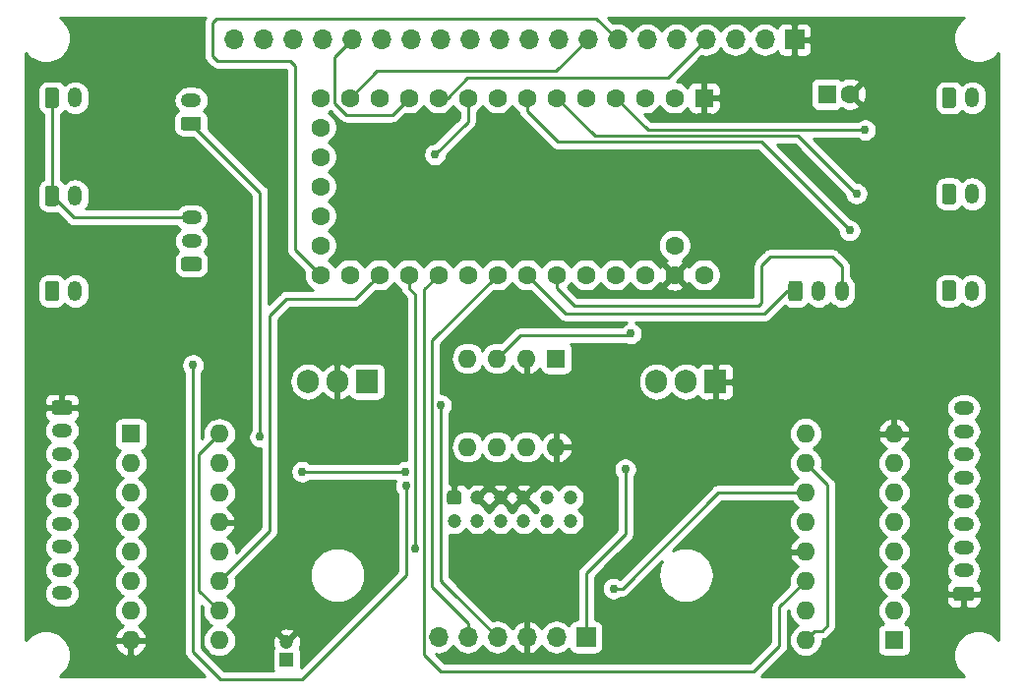
<source format=gbl>
G04 #@! TF.GenerationSoftware,KiCad,Pcbnew,(5.1.4)-1*
G04 #@! TF.CreationDate,2020-03-01T00:53:56-05:00*
G04 #@! TF.ProjectId,TEST_newWheelBoard,54455354-5f6e-4657-9757-6865656c426f,v1.0*
G04 #@! TF.SameCoordinates,Original*
G04 #@! TF.FileFunction,Copper,L2,Bot*
G04 #@! TF.FilePolarity,Positive*
%FSLAX46Y46*%
G04 Gerber Fmt 4.6, Leading zero omitted, Abs format (unit mm)*
G04 Created by KiCad (PCBNEW (5.1.4)-1) date 2020-03-01 00:53:56*
%MOMM*%
%LPD*%
G04 APERTURE LIST*
%ADD10R,1.905000X2.000000*%
%ADD11O,1.905000X2.000000*%
%ADD12R,1.600000X1.600000*%
%ADD13C,1.600000*%
%ADD14R,1.200000X1.200000*%
%ADD15C,1.200000*%
%ADD16C,0.100000*%
%ADD17O,1.750000X1.200000*%
%ADD18O,1.200000X1.750000*%
%ADD19O,1.600000X1.600000*%
%ADD20O,1.700000X1.700000*%
%ADD21R,1.700000X1.700000*%
%ADD22C,0.762000*%
%ADD23C,0.254000*%
%ADD24C,0.299720*%
G04 APERTURE END LIST*
D10*
X110000000Y-82000000D03*
D11*
X107460000Y-82000000D03*
X104920000Y-82000000D03*
D12*
X119593360Y-57236360D03*
D13*
X121593360Y-57236360D03*
D14*
X73096120Y-105928160D03*
D15*
X73096120Y-104428160D03*
D16*
G36*
X132018305Y-99680404D02*
G01*
X132042573Y-99684004D01*
X132066372Y-99689965D01*
X132089471Y-99698230D01*
X132111650Y-99708720D01*
X132132693Y-99721332D01*
X132152399Y-99735947D01*
X132170577Y-99752423D01*
X132187053Y-99770601D01*
X132201668Y-99790307D01*
X132214280Y-99811350D01*
X132224770Y-99833529D01*
X132233035Y-99856628D01*
X132238996Y-99880427D01*
X132242596Y-99904695D01*
X132243800Y-99929199D01*
X132243800Y-100629201D01*
X132242596Y-100653705D01*
X132238996Y-100677973D01*
X132233035Y-100701772D01*
X132224770Y-100724871D01*
X132214280Y-100747050D01*
X132201668Y-100768093D01*
X132187053Y-100787799D01*
X132170577Y-100805977D01*
X132152399Y-100822453D01*
X132132693Y-100837068D01*
X132111650Y-100849680D01*
X132089471Y-100860170D01*
X132066372Y-100868435D01*
X132042573Y-100874396D01*
X132018305Y-100877996D01*
X131993801Y-100879200D01*
X130743799Y-100879200D01*
X130719295Y-100877996D01*
X130695027Y-100874396D01*
X130671228Y-100868435D01*
X130648129Y-100860170D01*
X130625950Y-100849680D01*
X130604907Y-100837068D01*
X130585201Y-100822453D01*
X130567023Y-100805977D01*
X130550547Y-100787799D01*
X130535932Y-100768093D01*
X130523320Y-100747050D01*
X130512830Y-100724871D01*
X130504565Y-100701772D01*
X130498604Y-100677973D01*
X130495004Y-100653705D01*
X130493800Y-100629201D01*
X130493800Y-99929199D01*
X130495004Y-99904695D01*
X130498604Y-99880427D01*
X130504565Y-99856628D01*
X130512830Y-99833529D01*
X130523320Y-99811350D01*
X130535932Y-99790307D01*
X130550547Y-99770601D01*
X130567023Y-99752423D01*
X130585201Y-99735947D01*
X130604907Y-99721332D01*
X130625950Y-99708720D01*
X130648129Y-99698230D01*
X130671228Y-99689965D01*
X130695027Y-99684004D01*
X130719295Y-99680404D01*
X130743799Y-99679200D01*
X131993801Y-99679200D01*
X132018305Y-99680404D01*
X132018305Y-99680404D01*
G37*
D15*
X131368800Y-100279200D03*
D17*
X131368800Y-98279200D03*
X131368800Y-96279200D03*
X131368800Y-94279200D03*
X131368800Y-92279200D03*
X131368800Y-90279200D03*
X131368800Y-88279200D03*
X131368800Y-86279200D03*
X131368800Y-84279200D03*
X53746400Y-100226400D03*
X53746400Y-98226400D03*
X53746400Y-96226400D03*
X53746400Y-94226400D03*
X53746400Y-92226400D03*
X53746400Y-90226400D03*
X53746400Y-88226400D03*
X53746400Y-86226400D03*
D16*
G36*
X54395905Y-83627604D02*
G01*
X54420173Y-83631204D01*
X54443972Y-83637165D01*
X54467071Y-83645430D01*
X54489250Y-83655920D01*
X54510293Y-83668532D01*
X54529999Y-83683147D01*
X54548177Y-83699623D01*
X54564653Y-83717801D01*
X54579268Y-83737507D01*
X54591880Y-83758550D01*
X54602370Y-83780729D01*
X54610635Y-83803828D01*
X54616596Y-83827627D01*
X54620196Y-83851895D01*
X54621400Y-83876399D01*
X54621400Y-84576401D01*
X54620196Y-84600905D01*
X54616596Y-84625173D01*
X54610635Y-84648972D01*
X54602370Y-84672071D01*
X54591880Y-84694250D01*
X54579268Y-84715293D01*
X54564653Y-84734999D01*
X54548177Y-84753177D01*
X54529999Y-84769653D01*
X54510293Y-84784268D01*
X54489250Y-84796880D01*
X54467071Y-84807370D01*
X54443972Y-84815635D01*
X54420173Y-84821596D01*
X54395905Y-84825196D01*
X54371401Y-84826400D01*
X53121399Y-84826400D01*
X53096895Y-84825196D01*
X53072627Y-84821596D01*
X53048828Y-84815635D01*
X53025729Y-84807370D01*
X53003550Y-84796880D01*
X52982507Y-84784268D01*
X52962801Y-84769653D01*
X52944623Y-84753177D01*
X52928147Y-84734999D01*
X52913532Y-84715293D01*
X52900920Y-84694250D01*
X52890430Y-84672071D01*
X52882165Y-84648972D01*
X52876204Y-84625173D01*
X52872604Y-84600905D01*
X52871400Y-84576401D01*
X52871400Y-83876399D01*
X52872604Y-83851895D01*
X52876204Y-83827627D01*
X52882165Y-83803828D01*
X52890430Y-83780729D01*
X52900920Y-83758550D01*
X52913532Y-83737507D01*
X52928147Y-83717801D01*
X52944623Y-83699623D01*
X52962801Y-83683147D01*
X52982507Y-83668532D01*
X53003550Y-83655920D01*
X53025729Y-83645430D01*
X53048828Y-83637165D01*
X53072627Y-83631204D01*
X53096895Y-83627604D01*
X53121399Y-83626400D01*
X54371401Y-83626400D01*
X54395905Y-83627604D01*
X54395905Y-83627604D01*
G37*
D15*
X53746400Y-84226400D03*
D16*
G36*
X53272545Y-73324684D02*
G01*
X53296813Y-73328284D01*
X53320612Y-73334245D01*
X53343711Y-73342510D01*
X53365890Y-73353000D01*
X53386933Y-73365612D01*
X53406639Y-73380227D01*
X53424817Y-73396703D01*
X53441293Y-73414881D01*
X53455908Y-73434587D01*
X53468520Y-73455630D01*
X53479010Y-73477809D01*
X53487275Y-73500908D01*
X53493236Y-73524707D01*
X53496836Y-73548975D01*
X53498040Y-73573479D01*
X53498040Y-74823481D01*
X53496836Y-74847985D01*
X53493236Y-74872253D01*
X53487275Y-74896052D01*
X53479010Y-74919151D01*
X53468520Y-74941330D01*
X53455908Y-74962373D01*
X53441293Y-74982079D01*
X53424817Y-75000257D01*
X53406639Y-75016733D01*
X53386933Y-75031348D01*
X53365890Y-75043960D01*
X53343711Y-75054450D01*
X53320612Y-75062715D01*
X53296813Y-75068676D01*
X53272545Y-75072276D01*
X53248041Y-75073480D01*
X52548039Y-75073480D01*
X52523535Y-75072276D01*
X52499267Y-75068676D01*
X52475468Y-75062715D01*
X52452369Y-75054450D01*
X52430190Y-75043960D01*
X52409147Y-75031348D01*
X52389441Y-75016733D01*
X52371263Y-75000257D01*
X52354787Y-74982079D01*
X52340172Y-74962373D01*
X52327560Y-74941330D01*
X52317070Y-74919151D01*
X52308805Y-74896052D01*
X52302844Y-74872253D01*
X52299244Y-74847985D01*
X52298040Y-74823481D01*
X52298040Y-73573479D01*
X52299244Y-73548975D01*
X52302844Y-73524707D01*
X52308805Y-73500908D01*
X52317070Y-73477809D01*
X52327560Y-73455630D01*
X52340172Y-73434587D01*
X52354787Y-73414881D01*
X52371263Y-73396703D01*
X52389441Y-73380227D01*
X52409147Y-73365612D01*
X52430190Y-73353000D01*
X52452369Y-73342510D01*
X52475468Y-73334245D01*
X52499267Y-73328284D01*
X52523535Y-73324684D01*
X52548039Y-73323480D01*
X53248041Y-73323480D01*
X53272545Y-73324684D01*
X53272545Y-73324684D01*
G37*
D15*
X52898040Y-74198480D03*
D18*
X54898040Y-74198480D03*
D16*
G36*
X65508405Y-59172484D02*
G01*
X65532673Y-59176084D01*
X65556472Y-59182045D01*
X65579571Y-59190310D01*
X65601750Y-59200800D01*
X65622793Y-59213412D01*
X65642499Y-59228027D01*
X65660677Y-59244503D01*
X65677153Y-59262681D01*
X65691768Y-59282387D01*
X65704380Y-59303430D01*
X65714870Y-59325609D01*
X65723135Y-59348708D01*
X65729096Y-59372507D01*
X65732696Y-59396775D01*
X65733900Y-59421279D01*
X65733900Y-60121281D01*
X65732696Y-60145785D01*
X65729096Y-60170053D01*
X65723135Y-60193852D01*
X65714870Y-60216951D01*
X65704380Y-60239130D01*
X65691768Y-60260173D01*
X65677153Y-60279879D01*
X65660677Y-60298057D01*
X65642499Y-60314533D01*
X65622793Y-60329148D01*
X65601750Y-60341760D01*
X65579571Y-60352250D01*
X65556472Y-60360515D01*
X65532673Y-60366476D01*
X65508405Y-60370076D01*
X65483901Y-60371280D01*
X64233899Y-60371280D01*
X64209395Y-60370076D01*
X64185127Y-60366476D01*
X64161328Y-60360515D01*
X64138229Y-60352250D01*
X64116050Y-60341760D01*
X64095007Y-60329148D01*
X64075301Y-60314533D01*
X64057123Y-60298057D01*
X64040647Y-60279879D01*
X64026032Y-60260173D01*
X64013420Y-60239130D01*
X64002930Y-60216951D01*
X63994665Y-60193852D01*
X63988704Y-60170053D01*
X63985104Y-60145785D01*
X63983900Y-60121281D01*
X63983900Y-59421279D01*
X63985104Y-59396775D01*
X63988704Y-59372507D01*
X63994665Y-59348708D01*
X64002930Y-59325609D01*
X64013420Y-59303430D01*
X64026032Y-59282387D01*
X64040647Y-59262681D01*
X64057123Y-59244503D01*
X64075301Y-59228027D01*
X64095007Y-59213412D01*
X64116050Y-59200800D01*
X64138229Y-59190310D01*
X64161328Y-59182045D01*
X64185127Y-59176084D01*
X64209395Y-59172484D01*
X64233899Y-59171280D01*
X65483901Y-59171280D01*
X65508405Y-59172484D01*
X65508405Y-59172484D01*
G37*
D15*
X64858900Y-59771280D03*
D17*
X64858900Y-57771280D03*
D15*
X97500000Y-94000000D03*
X95500000Y-94000000D03*
X93500000Y-94000000D03*
X91500000Y-94000000D03*
X89500000Y-94000000D03*
X87500000Y-94000000D03*
X97500000Y-92000000D03*
X95500000Y-92000000D03*
X93500000Y-92000000D03*
X91500000Y-92000000D03*
X89500000Y-92000000D03*
D16*
G36*
X87874505Y-91401204D02*
G01*
X87898773Y-91404804D01*
X87922572Y-91410765D01*
X87945671Y-91419030D01*
X87967850Y-91429520D01*
X87988893Y-91442132D01*
X88008599Y-91456747D01*
X88026777Y-91473223D01*
X88043253Y-91491401D01*
X88057868Y-91511107D01*
X88070480Y-91532150D01*
X88080970Y-91554329D01*
X88089235Y-91577428D01*
X88095196Y-91601227D01*
X88098796Y-91625495D01*
X88100000Y-91649999D01*
X88100000Y-92350001D01*
X88098796Y-92374505D01*
X88095196Y-92398773D01*
X88089235Y-92422572D01*
X88080970Y-92445671D01*
X88070480Y-92467850D01*
X88057868Y-92488893D01*
X88043253Y-92508599D01*
X88026777Y-92526777D01*
X88008599Y-92543253D01*
X87988893Y-92557868D01*
X87967850Y-92570480D01*
X87945671Y-92580970D01*
X87922572Y-92589235D01*
X87898773Y-92595196D01*
X87874505Y-92598796D01*
X87850001Y-92600000D01*
X87149999Y-92600000D01*
X87125495Y-92598796D01*
X87101227Y-92595196D01*
X87077428Y-92589235D01*
X87054329Y-92580970D01*
X87032150Y-92570480D01*
X87011107Y-92557868D01*
X86991401Y-92543253D01*
X86973223Y-92526777D01*
X86956747Y-92508599D01*
X86942132Y-92488893D01*
X86929520Y-92467850D01*
X86919030Y-92445671D01*
X86910765Y-92422572D01*
X86904804Y-92398773D01*
X86901204Y-92374505D01*
X86900000Y-92350001D01*
X86900000Y-91649999D01*
X86901204Y-91625495D01*
X86904804Y-91601227D01*
X86910765Y-91577428D01*
X86919030Y-91554329D01*
X86929520Y-91532150D01*
X86942132Y-91511107D01*
X86956747Y-91491401D01*
X86973223Y-91473223D01*
X86991401Y-91456747D01*
X87011107Y-91442132D01*
X87032150Y-91429520D01*
X87054329Y-91419030D01*
X87077428Y-91410765D01*
X87101227Y-91404804D01*
X87125495Y-91401204D01*
X87149999Y-91400000D01*
X87850001Y-91400000D01*
X87874505Y-91401204D01*
X87874505Y-91401204D01*
G37*
D15*
X87500000Y-92000000D03*
D16*
G36*
X117255145Y-73314524D02*
G01*
X117279413Y-73318124D01*
X117303212Y-73324085D01*
X117326311Y-73332350D01*
X117348490Y-73342840D01*
X117369533Y-73355452D01*
X117389239Y-73370067D01*
X117407417Y-73386543D01*
X117423893Y-73404721D01*
X117438508Y-73424427D01*
X117451120Y-73445470D01*
X117461610Y-73467649D01*
X117469875Y-73490748D01*
X117475836Y-73514547D01*
X117479436Y-73538815D01*
X117480640Y-73563319D01*
X117480640Y-74813321D01*
X117479436Y-74837825D01*
X117475836Y-74862093D01*
X117469875Y-74885892D01*
X117461610Y-74908991D01*
X117451120Y-74931170D01*
X117438508Y-74952213D01*
X117423893Y-74971919D01*
X117407417Y-74990097D01*
X117389239Y-75006573D01*
X117369533Y-75021188D01*
X117348490Y-75033800D01*
X117326311Y-75044290D01*
X117303212Y-75052555D01*
X117279413Y-75058516D01*
X117255145Y-75062116D01*
X117230641Y-75063320D01*
X116530639Y-75063320D01*
X116506135Y-75062116D01*
X116481867Y-75058516D01*
X116458068Y-75052555D01*
X116434969Y-75044290D01*
X116412790Y-75033800D01*
X116391747Y-75021188D01*
X116372041Y-75006573D01*
X116353863Y-74990097D01*
X116337387Y-74971919D01*
X116322772Y-74952213D01*
X116310160Y-74931170D01*
X116299670Y-74908991D01*
X116291405Y-74885892D01*
X116285444Y-74862093D01*
X116281844Y-74837825D01*
X116280640Y-74813321D01*
X116280640Y-73563319D01*
X116281844Y-73538815D01*
X116285444Y-73514547D01*
X116291405Y-73490748D01*
X116299670Y-73467649D01*
X116310160Y-73445470D01*
X116322772Y-73424427D01*
X116337387Y-73404721D01*
X116353863Y-73386543D01*
X116372041Y-73370067D01*
X116391747Y-73355452D01*
X116412790Y-73342840D01*
X116434969Y-73332350D01*
X116458068Y-73324085D01*
X116481867Y-73318124D01*
X116506135Y-73314524D01*
X116530639Y-73313320D01*
X117230641Y-73313320D01*
X117255145Y-73314524D01*
X117255145Y-73314524D01*
G37*
D15*
X116880640Y-74188320D03*
D18*
X118880640Y-74188320D03*
X120880640Y-74188320D03*
D17*
X64894460Y-67871840D03*
X64894460Y-69871840D03*
D16*
G36*
X65543965Y-71273044D02*
G01*
X65568233Y-71276644D01*
X65592032Y-71282605D01*
X65615131Y-71290870D01*
X65637310Y-71301360D01*
X65658353Y-71313972D01*
X65678059Y-71328587D01*
X65696237Y-71345063D01*
X65712713Y-71363241D01*
X65727328Y-71382947D01*
X65739940Y-71403990D01*
X65750430Y-71426169D01*
X65758695Y-71449268D01*
X65764656Y-71473067D01*
X65768256Y-71497335D01*
X65769460Y-71521839D01*
X65769460Y-72221841D01*
X65768256Y-72246345D01*
X65764656Y-72270613D01*
X65758695Y-72294412D01*
X65750430Y-72317511D01*
X65739940Y-72339690D01*
X65727328Y-72360733D01*
X65712713Y-72380439D01*
X65696237Y-72398617D01*
X65678059Y-72415093D01*
X65658353Y-72429708D01*
X65637310Y-72442320D01*
X65615131Y-72452810D01*
X65592032Y-72461075D01*
X65568233Y-72467036D01*
X65543965Y-72470636D01*
X65519461Y-72471840D01*
X64269459Y-72471840D01*
X64244955Y-72470636D01*
X64220687Y-72467036D01*
X64196888Y-72461075D01*
X64173789Y-72452810D01*
X64151610Y-72442320D01*
X64130567Y-72429708D01*
X64110861Y-72415093D01*
X64092683Y-72398617D01*
X64076207Y-72380439D01*
X64061592Y-72360733D01*
X64048980Y-72339690D01*
X64038490Y-72317511D01*
X64030225Y-72294412D01*
X64024264Y-72270613D01*
X64020664Y-72246345D01*
X64019460Y-72221841D01*
X64019460Y-71521839D01*
X64020664Y-71497335D01*
X64024264Y-71473067D01*
X64030225Y-71449268D01*
X64038490Y-71426169D01*
X64048980Y-71403990D01*
X64061592Y-71382947D01*
X64076207Y-71363241D01*
X64092683Y-71345063D01*
X64110861Y-71328587D01*
X64130567Y-71313972D01*
X64151610Y-71301360D01*
X64173789Y-71290870D01*
X64196888Y-71282605D01*
X64220687Y-71276644D01*
X64244955Y-71273044D01*
X64269459Y-71271840D01*
X65519461Y-71271840D01*
X65543965Y-71273044D01*
X65543965Y-71273044D01*
G37*
D15*
X64894460Y-71871840D03*
D18*
X132098800Y-57556400D03*
D16*
G36*
X130473305Y-56682604D02*
G01*
X130497573Y-56686204D01*
X130521372Y-56692165D01*
X130544471Y-56700430D01*
X130566650Y-56710920D01*
X130587693Y-56723532D01*
X130607399Y-56738147D01*
X130625577Y-56754623D01*
X130642053Y-56772801D01*
X130656668Y-56792507D01*
X130669280Y-56813550D01*
X130679770Y-56835729D01*
X130688035Y-56858828D01*
X130693996Y-56882627D01*
X130697596Y-56906895D01*
X130698800Y-56931399D01*
X130698800Y-58181401D01*
X130697596Y-58205905D01*
X130693996Y-58230173D01*
X130688035Y-58253972D01*
X130679770Y-58277071D01*
X130669280Y-58299250D01*
X130656668Y-58320293D01*
X130642053Y-58339999D01*
X130625577Y-58358177D01*
X130607399Y-58374653D01*
X130587693Y-58389268D01*
X130566650Y-58401880D01*
X130544471Y-58412370D01*
X130521372Y-58420635D01*
X130497573Y-58426596D01*
X130473305Y-58430196D01*
X130448801Y-58431400D01*
X129748799Y-58431400D01*
X129724295Y-58430196D01*
X129700027Y-58426596D01*
X129676228Y-58420635D01*
X129653129Y-58412370D01*
X129630950Y-58401880D01*
X129609907Y-58389268D01*
X129590201Y-58374653D01*
X129572023Y-58358177D01*
X129555547Y-58339999D01*
X129540932Y-58320293D01*
X129528320Y-58299250D01*
X129517830Y-58277071D01*
X129509565Y-58253972D01*
X129503604Y-58230173D01*
X129500004Y-58205905D01*
X129498800Y-58181401D01*
X129498800Y-56931399D01*
X129500004Y-56906895D01*
X129503604Y-56882627D01*
X129509565Y-56858828D01*
X129517830Y-56835729D01*
X129528320Y-56813550D01*
X129540932Y-56792507D01*
X129555547Y-56772801D01*
X129572023Y-56754623D01*
X129590201Y-56738147D01*
X129609907Y-56723532D01*
X129630950Y-56710920D01*
X129653129Y-56700430D01*
X129676228Y-56692165D01*
X129700027Y-56686204D01*
X129724295Y-56682604D01*
X129748799Y-56681400D01*
X130448801Y-56681400D01*
X130473305Y-56682604D01*
X130473305Y-56682604D01*
G37*
D15*
X130098800Y-57556400D03*
D16*
G36*
X53257305Y-65125564D02*
G01*
X53281573Y-65129164D01*
X53305372Y-65135125D01*
X53328471Y-65143390D01*
X53350650Y-65153880D01*
X53371693Y-65166492D01*
X53391399Y-65181107D01*
X53409577Y-65197583D01*
X53426053Y-65215761D01*
X53440668Y-65235467D01*
X53453280Y-65256510D01*
X53463770Y-65278689D01*
X53472035Y-65301788D01*
X53477996Y-65325587D01*
X53481596Y-65349855D01*
X53482800Y-65374359D01*
X53482800Y-66624361D01*
X53481596Y-66648865D01*
X53477996Y-66673133D01*
X53472035Y-66696932D01*
X53463770Y-66720031D01*
X53453280Y-66742210D01*
X53440668Y-66763253D01*
X53426053Y-66782959D01*
X53409577Y-66801137D01*
X53391399Y-66817613D01*
X53371693Y-66832228D01*
X53350650Y-66844840D01*
X53328471Y-66855330D01*
X53305372Y-66863595D01*
X53281573Y-66869556D01*
X53257305Y-66873156D01*
X53232801Y-66874360D01*
X52532799Y-66874360D01*
X52508295Y-66873156D01*
X52484027Y-66869556D01*
X52460228Y-66863595D01*
X52437129Y-66855330D01*
X52414950Y-66844840D01*
X52393907Y-66832228D01*
X52374201Y-66817613D01*
X52356023Y-66801137D01*
X52339547Y-66782959D01*
X52324932Y-66763253D01*
X52312320Y-66742210D01*
X52301830Y-66720031D01*
X52293565Y-66696932D01*
X52287604Y-66673133D01*
X52284004Y-66648865D01*
X52282800Y-66624361D01*
X52282800Y-65374359D01*
X52284004Y-65349855D01*
X52287604Y-65325587D01*
X52293565Y-65301788D01*
X52301830Y-65278689D01*
X52312320Y-65256510D01*
X52324932Y-65235467D01*
X52339547Y-65215761D01*
X52356023Y-65197583D01*
X52374201Y-65181107D01*
X52393907Y-65166492D01*
X52414950Y-65153880D01*
X52437129Y-65143390D01*
X52460228Y-65135125D01*
X52484027Y-65129164D01*
X52508295Y-65125564D01*
X52532799Y-65124360D01*
X53232801Y-65124360D01*
X53257305Y-65125564D01*
X53257305Y-65125564D01*
G37*
D15*
X52882800Y-65999360D03*
D18*
X54882800Y-65999360D03*
X132098800Y-65836800D03*
D16*
G36*
X130473305Y-64963004D02*
G01*
X130497573Y-64966604D01*
X130521372Y-64972565D01*
X130544471Y-64980830D01*
X130566650Y-64991320D01*
X130587693Y-65003932D01*
X130607399Y-65018547D01*
X130625577Y-65035023D01*
X130642053Y-65053201D01*
X130656668Y-65072907D01*
X130669280Y-65093950D01*
X130679770Y-65116129D01*
X130688035Y-65139228D01*
X130693996Y-65163027D01*
X130697596Y-65187295D01*
X130698800Y-65211799D01*
X130698800Y-66461801D01*
X130697596Y-66486305D01*
X130693996Y-66510573D01*
X130688035Y-66534372D01*
X130679770Y-66557471D01*
X130669280Y-66579650D01*
X130656668Y-66600693D01*
X130642053Y-66620399D01*
X130625577Y-66638577D01*
X130607399Y-66655053D01*
X130587693Y-66669668D01*
X130566650Y-66682280D01*
X130544471Y-66692770D01*
X130521372Y-66701035D01*
X130497573Y-66706996D01*
X130473305Y-66710596D01*
X130448801Y-66711800D01*
X129748799Y-66711800D01*
X129724295Y-66710596D01*
X129700027Y-66706996D01*
X129676228Y-66701035D01*
X129653129Y-66692770D01*
X129630950Y-66682280D01*
X129609907Y-66669668D01*
X129590201Y-66655053D01*
X129572023Y-66638577D01*
X129555547Y-66620399D01*
X129540932Y-66600693D01*
X129528320Y-66579650D01*
X129517830Y-66557471D01*
X129509565Y-66534372D01*
X129503604Y-66510573D01*
X129500004Y-66486305D01*
X129498800Y-66461801D01*
X129498800Y-65211799D01*
X129500004Y-65187295D01*
X129503604Y-65163027D01*
X129509565Y-65139228D01*
X129517830Y-65116129D01*
X129528320Y-65093950D01*
X129540932Y-65072907D01*
X129555547Y-65053201D01*
X129572023Y-65035023D01*
X129590201Y-65018547D01*
X129609907Y-65003932D01*
X129630950Y-64991320D01*
X129653129Y-64980830D01*
X129676228Y-64972565D01*
X129700027Y-64966604D01*
X129724295Y-64963004D01*
X129748799Y-64961800D01*
X130448801Y-64961800D01*
X130473305Y-64963004D01*
X130473305Y-64963004D01*
G37*
D15*
X130098800Y-65836800D03*
D16*
G36*
X130473305Y-73294204D02*
G01*
X130497573Y-73297804D01*
X130521372Y-73303765D01*
X130544471Y-73312030D01*
X130566650Y-73322520D01*
X130587693Y-73335132D01*
X130607399Y-73349747D01*
X130625577Y-73366223D01*
X130642053Y-73384401D01*
X130656668Y-73404107D01*
X130669280Y-73425150D01*
X130679770Y-73447329D01*
X130688035Y-73470428D01*
X130693996Y-73494227D01*
X130697596Y-73518495D01*
X130698800Y-73542999D01*
X130698800Y-74793001D01*
X130697596Y-74817505D01*
X130693996Y-74841773D01*
X130688035Y-74865572D01*
X130679770Y-74888671D01*
X130669280Y-74910850D01*
X130656668Y-74931893D01*
X130642053Y-74951599D01*
X130625577Y-74969777D01*
X130607399Y-74986253D01*
X130587693Y-75000868D01*
X130566650Y-75013480D01*
X130544471Y-75023970D01*
X130521372Y-75032235D01*
X130497573Y-75038196D01*
X130473305Y-75041796D01*
X130448801Y-75043000D01*
X129748799Y-75043000D01*
X129724295Y-75041796D01*
X129700027Y-75038196D01*
X129676228Y-75032235D01*
X129653129Y-75023970D01*
X129630950Y-75013480D01*
X129609907Y-75000868D01*
X129590201Y-74986253D01*
X129572023Y-74969777D01*
X129555547Y-74951599D01*
X129540932Y-74931893D01*
X129528320Y-74910850D01*
X129517830Y-74888671D01*
X129509565Y-74865572D01*
X129503604Y-74841773D01*
X129500004Y-74817505D01*
X129498800Y-74793001D01*
X129498800Y-73542999D01*
X129500004Y-73518495D01*
X129503604Y-73494227D01*
X129509565Y-73470428D01*
X129517830Y-73447329D01*
X129528320Y-73425150D01*
X129540932Y-73404107D01*
X129555547Y-73384401D01*
X129572023Y-73366223D01*
X129590201Y-73349747D01*
X129609907Y-73335132D01*
X129630950Y-73322520D01*
X129653129Y-73312030D01*
X129676228Y-73303765D01*
X129700027Y-73297804D01*
X129724295Y-73294204D01*
X129748799Y-73293000D01*
X130448801Y-73293000D01*
X130473305Y-73294204D01*
X130473305Y-73294204D01*
G37*
D15*
X130098800Y-74168000D03*
D18*
X132098800Y-74168000D03*
X54882800Y-57556400D03*
D16*
G36*
X53257305Y-56682604D02*
G01*
X53281573Y-56686204D01*
X53305372Y-56692165D01*
X53328471Y-56700430D01*
X53350650Y-56710920D01*
X53371693Y-56723532D01*
X53391399Y-56738147D01*
X53409577Y-56754623D01*
X53426053Y-56772801D01*
X53440668Y-56792507D01*
X53453280Y-56813550D01*
X53463770Y-56835729D01*
X53472035Y-56858828D01*
X53477996Y-56882627D01*
X53481596Y-56906895D01*
X53482800Y-56931399D01*
X53482800Y-58181401D01*
X53481596Y-58205905D01*
X53477996Y-58230173D01*
X53472035Y-58253972D01*
X53463770Y-58277071D01*
X53453280Y-58299250D01*
X53440668Y-58320293D01*
X53426053Y-58339999D01*
X53409577Y-58358177D01*
X53391399Y-58374653D01*
X53371693Y-58389268D01*
X53350650Y-58401880D01*
X53328471Y-58412370D01*
X53305372Y-58420635D01*
X53281573Y-58426596D01*
X53257305Y-58430196D01*
X53232801Y-58431400D01*
X52532799Y-58431400D01*
X52508295Y-58430196D01*
X52484027Y-58426596D01*
X52460228Y-58420635D01*
X52437129Y-58412370D01*
X52414950Y-58401880D01*
X52393907Y-58389268D01*
X52374201Y-58374653D01*
X52356023Y-58358177D01*
X52339547Y-58339999D01*
X52324932Y-58320293D01*
X52312320Y-58299250D01*
X52301830Y-58277071D01*
X52293565Y-58253972D01*
X52287604Y-58230173D01*
X52284004Y-58205905D01*
X52282800Y-58181401D01*
X52282800Y-56931399D01*
X52284004Y-56906895D01*
X52287604Y-56882627D01*
X52293565Y-56858828D01*
X52301830Y-56835729D01*
X52312320Y-56813550D01*
X52324932Y-56792507D01*
X52339547Y-56772801D01*
X52356023Y-56754623D01*
X52374201Y-56738147D01*
X52393907Y-56723532D01*
X52414950Y-56710920D01*
X52437129Y-56700430D01*
X52460228Y-56692165D01*
X52484027Y-56686204D01*
X52508295Y-56682604D01*
X52532799Y-56681400D01*
X53232801Y-56681400D01*
X53257305Y-56682604D01*
X53257305Y-56682604D01*
G37*
D15*
X52882800Y-57556400D03*
D19*
X117754400Y-104254300D03*
X125374400Y-86474300D03*
X117754400Y-101714300D03*
X125374400Y-89014300D03*
X117754400Y-99174300D03*
X125374400Y-91554300D03*
X117754400Y-96634300D03*
X125374400Y-94094300D03*
X117754400Y-94094300D03*
X125374400Y-96634300D03*
X117754400Y-91554300D03*
X125374400Y-99174300D03*
X117754400Y-89014300D03*
X125374400Y-101714300D03*
X117754400Y-86474300D03*
D12*
X125374400Y-104254300D03*
X59672220Y-86507320D03*
D19*
X67292220Y-104287320D03*
X59672220Y-89047320D03*
X67292220Y-101747320D03*
X59672220Y-91587320D03*
X67292220Y-99207320D03*
X59672220Y-94127320D03*
X67292220Y-96667320D03*
X59672220Y-96667320D03*
X67292220Y-94127320D03*
X59672220Y-99207320D03*
X67292220Y-91587320D03*
X59672220Y-101747320D03*
X67292220Y-89047320D03*
X59672220Y-104287320D03*
X67292220Y-86507320D03*
D12*
X109010000Y-57561480D03*
D13*
X106470000Y-57561480D03*
X103930000Y-57561480D03*
X101390000Y-57561480D03*
X98850000Y-57561480D03*
X96310000Y-57561480D03*
X93770000Y-57561480D03*
X91230000Y-57561480D03*
X88690000Y-57561480D03*
X86150000Y-57561480D03*
X83610000Y-57561480D03*
X81070000Y-57561480D03*
X78530000Y-57561480D03*
X106470000Y-70261480D03*
X109010000Y-72801480D03*
X106470000Y-72801480D03*
X103930000Y-72801480D03*
X101390000Y-72801480D03*
X98850000Y-72801480D03*
X96310000Y-72801480D03*
X93770000Y-72801480D03*
X91230000Y-72801480D03*
X88690000Y-72801480D03*
X86150000Y-72801480D03*
X83610000Y-72801480D03*
X81070000Y-72801480D03*
X78530000Y-72801480D03*
X75990000Y-57561480D03*
X75990000Y-60101480D03*
X75990000Y-62641480D03*
X75990000Y-72801480D03*
X75990000Y-70261480D03*
X75990000Y-67721480D03*
X75990000Y-65181480D03*
D11*
X74920000Y-82000000D03*
X77460000Y-82000000D03*
D10*
X80000000Y-82000000D03*
D12*
X96300000Y-80000000D03*
D19*
X88680000Y-87620000D03*
X93760000Y-80000000D03*
X91220000Y-87620000D03*
X91220000Y-80000000D03*
X93760000Y-87620000D03*
X88680000Y-80000000D03*
X96300000Y-87620000D03*
D20*
X68540000Y-52540000D03*
X71080000Y-52540000D03*
X73620000Y-52540000D03*
X76160000Y-52540000D03*
X78700000Y-52540000D03*
X81240000Y-52540000D03*
X83780000Y-52540000D03*
X86320000Y-52540000D03*
X88860000Y-52540000D03*
X91400000Y-52540000D03*
X93940000Y-52540000D03*
X96480000Y-52540000D03*
X99020000Y-52540000D03*
X101560000Y-52540000D03*
X104100000Y-52540000D03*
X106640000Y-52540000D03*
X109180000Y-52540000D03*
X111720000Y-52540000D03*
X114260000Y-52540000D03*
D21*
X116800000Y-52540000D03*
X98850000Y-104000000D03*
D20*
X96310000Y-104000000D03*
X93770000Y-104000000D03*
X91230000Y-104000000D03*
X88690000Y-104000000D03*
X86150000Y-104000000D03*
D22*
X102235000Y-89535000D03*
X106276140Y-78262480D03*
X116852700Y-81965800D03*
X120855740Y-81965800D03*
X76200000Y-76454000D03*
X102717600Y-77851000D03*
X86360000Y-84023200D03*
X83362800Y-90982800D03*
X65023990Y-80568790D03*
X83286600Y-89763600D03*
X74422000Y-89763600D03*
X70789800Y-86766400D03*
X85852000Y-62433200D03*
X122859800Y-60325000D03*
X122148600Y-65811400D03*
X121539000Y-68986400D03*
X84156999Y-96342200D03*
X101219000Y-99822000D03*
D23*
X98850000Y-104000000D02*
X98850000Y-98635000D01*
X98850000Y-98635000D02*
X98850000Y-98508000D01*
X52882800Y-58531400D02*
X52882800Y-65999360D01*
X52882800Y-57556400D02*
X52882800Y-58531400D01*
X54755280Y-67871840D02*
X52882800Y-65999360D01*
X64894460Y-67871840D02*
X54755280Y-67871840D01*
X102235000Y-95123000D02*
X100050600Y-97307400D01*
X100050600Y-97307400D02*
X100965000Y-96393000D01*
X98850000Y-98508000D02*
X100050600Y-97307400D01*
X102235000Y-95123000D02*
X102235000Y-89535000D01*
X117233699Y-82346799D02*
X116852700Y-81965800D01*
X120474741Y-82346799D02*
X117233699Y-82346799D01*
X120855740Y-81965800D02*
X120474741Y-82346799D01*
X113149380Y-78262480D02*
X106276140Y-78262480D01*
X116852700Y-81965800D02*
X113149380Y-78262480D01*
D24*
X76200000Y-76454000D02*
X77089000Y-76454000D01*
X77460000Y-76825000D02*
X77460000Y-82000000D01*
X77089000Y-76454000D02*
X77460000Y-76825000D01*
D23*
X67292220Y-101747320D02*
X65532000Y-99987100D01*
X65532000Y-88267540D02*
X67292220Y-86507320D01*
X65532000Y-99987100D02*
X65532000Y-88267540D01*
X118554399Y-103454301D02*
X119176699Y-103454301D01*
X117754400Y-104254300D02*
X118554399Y-103454301D01*
X119176699Y-103454301D02*
X119634000Y-102997000D01*
X119634000Y-90893900D02*
X117754400Y-89014300D01*
X119634000Y-102997000D02*
X119634000Y-90893900D01*
X91220000Y-80000000D02*
X93216600Y-78003400D01*
X93216600Y-78003400D02*
X102565200Y-78003400D01*
X102565200Y-78003400D02*
X102717600Y-77851000D01*
X86942118Y-57561480D02*
X88674398Y-55829200D01*
X86150000Y-57561480D02*
X86942118Y-57561480D01*
X105890800Y-55829200D02*
X109180000Y-52540000D01*
X88674398Y-55829200D02*
X105890800Y-55829200D01*
X73837800Y-54787800D02*
X73837800Y-70649280D01*
X73406000Y-54356000D02*
X73837800Y-54787800D01*
X73837800Y-70649280D02*
X75990000Y-72801480D01*
X99769200Y-50749200D02*
X67056000Y-50749200D01*
X101560000Y-52540000D02*
X99769200Y-50749200D01*
X67056000Y-50749200D02*
X66725800Y-51079400D01*
X66725800Y-51079400D02*
X66725800Y-53949600D01*
X66725800Y-53949600D02*
X67132200Y-54356000D01*
X67132200Y-54356000D02*
X73406000Y-54356000D01*
X78530000Y-57561480D02*
X80821080Y-55270400D01*
X96289600Y-55270400D02*
X99020000Y-52540000D01*
X80821080Y-55270400D02*
X96289600Y-55270400D01*
X83610000Y-57561480D02*
X82167280Y-59004200D01*
X78224838Y-59004200D02*
X77216000Y-57995362D01*
X82167280Y-59004200D02*
X78224838Y-59004200D01*
X77216000Y-54024000D02*
X78700000Y-52540000D01*
X77216000Y-57995362D02*
X77216000Y-54024000D01*
X86360000Y-99130000D02*
X87214000Y-99984000D01*
X91230000Y-104000000D02*
X87214000Y-99984000D01*
X87214000Y-99984000D02*
X86385400Y-99155400D01*
X86360000Y-84023200D02*
X86360000Y-99130000D01*
X88690000Y-102797919D02*
X85572600Y-99680519D01*
X88690000Y-104000000D02*
X88690000Y-102797919D01*
X85572600Y-78458880D02*
X91230000Y-72801480D01*
X85572600Y-99680519D02*
X85572600Y-78458880D01*
X83362800Y-98679000D02*
X74435510Y-107606290D01*
X83362800Y-90982800D02*
X83362800Y-98679000D01*
X74435510Y-107606290D02*
X68863308Y-107606290D01*
X68863308Y-107606290D02*
X67372690Y-107606290D01*
X67372690Y-107606290D02*
X65023990Y-105257590D01*
X65023990Y-80365590D02*
X65023990Y-80568790D01*
X65023990Y-105257590D02*
X65023990Y-80568790D01*
X83286600Y-89763600D02*
X74422000Y-89763600D01*
X70789800Y-65702180D02*
X64858900Y-59771280D01*
X70789800Y-86766400D02*
X70789800Y-65702180D01*
X95156840Y-74188320D02*
X93770000Y-72801480D01*
X116180640Y-74188320D02*
X114219760Y-76149200D01*
X116880640Y-74188320D02*
X116180640Y-74188320D01*
X97117720Y-76149200D02*
X93770000Y-72801480D01*
X114219760Y-76149200D02*
X97117720Y-76149200D01*
X120880640Y-73913320D02*
X120880640Y-74188320D01*
X120015000Y-71221600D02*
X120880640Y-72087240D01*
X114757200Y-71221600D02*
X120015000Y-71221600D01*
X120880640Y-72087240D02*
X120880640Y-74188320D01*
X96310000Y-73932850D02*
X97840550Y-75463400D01*
X96310000Y-72801480D02*
X96310000Y-73932850D01*
X97840550Y-75463400D02*
X113738174Y-75463400D01*
X113738174Y-75463400D02*
X113995200Y-75206374D01*
X113995200Y-75206374D02*
X113995200Y-71983600D01*
X113995200Y-71983600D02*
X114757200Y-71221600D01*
X88690000Y-59595200D02*
X88690000Y-57561480D01*
X85852000Y-62433200D02*
X88690000Y-59595200D01*
X104178900Y-60350380D02*
X122656620Y-60350380D01*
X101390000Y-57561480D02*
X104178900Y-60350380D01*
X122656620Y-60350380D02*
X122682000Y-60325000D01*
X122682000Y-60325000D02*
X122859800Y-60325000D01*
X99606910Y-60858390D02*
X117119390Y-60858390D01*
X96310000Y-57561480D02*
X99606910Y-60858390D01*
X117119390Y-60858390D02*
X122072400Y-65811400D01*
X122072400Y-65811400D02*
X122148600Y-65811400D01*
X93770000Y-58692850D02*
X96443550Y-61366400D01*
X93770000Y-57561480D02*
X93770000Y-58692850D01*
X96443550Y-61366400D02*
X113944400Y-61366400D01*
X113944400Y-61366400D02*
X121539000Y-68961000D01*
X121539000Y-68961000D02*
X121539000Y-68986400D01*
X117754400Y-99174300D02*
X115519200Y-101409500D01*
X115519200Y-104724200D02*
X113258600Y-106984800D01*
X115519200Y-101409500D02*
X115519200Y-104724200D01*
X113258600Y-106984800D02*
X86360000Y-106984800D01*
X86360000Y-106984800D02*
X84918999Y-105543799D01*
X84918999Y-105543799D02*
X84918999Y-74032481D01*
X86150000Y-72801480D02*
X84918999Y-74032481D01*
X83421321Y-72990159D02*
X83610000Y-72801480D01*
X84175600Y-96323599D02*
X84156999Y-96342200D01*
X84175600Y-74498450D02*
X84175600Y-96323599D01*
X83610000Y-73932850D02*
X84175600Y-74498450D01*
X83610000Y-72801480D02*
X83610000Y-73932850D01*
X117754400Y-91554300D02*
X110248700Y-91554300D01*
X110248700Y-91554300D02*
X101981000Y-99822000D01*
X101981000Y-99822000D02*
X101219000Y-99822000D01*
X80270001Y-73601479D02*
X81070000Y-72801480D01*
X80270001Y-73603199D02*
X80270001Y-73601479D01*
X79019400Y-74853800D02*
X80270001Y-73603199D01*
X67292220Y-99207320D02*
X68092219Y-98407321D01*
X68092219Y-98407321D02*
X68092219Y-98404781D01*
X68092219Y-98404781D02*
X71628000Y-94869000D01*
X71628000Y-94869000D02*
X71628000Y-76327000D01*
X71628000Y-76327000D02*
X73101200Y-74853800D01*
X73101200Y-74853800D02*
X79019400Y-74853800D01*
G36*
X131249826Y-50749345D02*
G01*
X130949345Y-51049826D01*
X130713259Y-51403153D01*
X130550640Y-51795750D01*
X130467738Y-52212528D01*
X130467738Y-52637472D01*
X130550640Y-53054250D01*
X130713259Y-53446847D01*
X130949345Y-53800174D01*
X131249826Y-54100655D01*
X131603153Y-54336741D01*
X131995750Y-54499360D01*
X132412528Y-54582262D01*
X132837472Y-54582262D01*
X133254250Y-54499360D01*
X133646847Y-54336741D01*
X134000174Y-54100655D01*
X134300655Y-53800174D01*
X134352300Y-53722882D01*
X134352301Y-104277119D01*
X134300655Y-104199826D01*
X134000174Y-103899345D01*
X133646847Y-103663259D01*
X133254250Y-103500640D01*
X132837472Y-103417738D01*
X132412528Y-103417738D01*
X131995750Y-103500640D01*
X131603153Y-103663259D01*
X131249826Y-103899345D01*
X130949345Y-104199826D01*
X130713259Y-104553153D01*
X130550640Y-104945750D01*
X130467738Y-105362528D01*
X130467738Y-105787472D01*
X130550640Y-106204250D01*
X130713259Y-106596847D01*
X130949345Y-106950174D01*
X131249826Y-107250655D01*
X131401948Y-107352300D01*
X113968730Y-107352300D01*
X116031552Y-105289479D01*
X116060622Y-105265622D01*
X116155845Y-105149592D01*
X116226602Y-105017215D01*
X116270174Y-104873578D01*
X116281200Y-104761626D01*
X116281200Y-104761624D01*
X116284886Y-104724201D01*
X116281200Y-104686778D01*
X116281200Y-101725130D01*
X116314689Y-101691641D01*
X116312457Y-101714300D01*
X116340164Y-101995609D01*
X116422218Y-102266108D01*
X116555468Y-102515401D01*
X116734792Y-102733908D01*
X116953299Y-102913232D01*
X117086258Y-102984300D01*
X116953299Y-103055368D01*
X116734792Y-103234692D01*
X116555468Y-103453199D01*
X116422218Y-103702492D01*
X116340164Y-103972991D01*
X116312457Y-104254300D01*
X116340164Y-104535609D01*
X116422218Y-104806108D01*
X116555468Y-105055401D01*
X116734792Y-105273908D01*
X116953299Y-105453232D01*
X117202592Y-105586482D01*
X117473091Y-105668536D01*
X117683908Y-105689300D01*
X117824892Y-105689300D01*
X118035709Y-105668536D01*
X118306208Y-105586482D01*
X118555501Y-105453232D01*
X118774008Y-105273908D01*
X118953332Y-105055401D01*
X119086582Y-104806108D01*
X119168636Y-104535609D01*
X119196343Y-104254300D01*
X119192807Y-104218400D01*
X119214122Y-104216301D01*
X119214125Y-104216301D01*
X119326077Y-104205275D01*
X119469714Y-104161703D01*
X119602091Y-104090946D01*
X119718121Y-103995723D01*
X119741983Y-103966647D01*
X120146347Y-103562283D01*
X120175422Y-103538422D01*
X120270645Y-103422392D01*
X120341402Y-103290015D01*
X120384974Y-103146378D01*
X120396000Y-103034426D01*
X120396000Y-103034424D01*
X120399686Y-102997001D01*
X120396000Y-102959578D01*
X120396000Y-90931323D01*
X120399686Y-90893900D01*
X120395057Y-90846898D01*
X120384974Y-90744522D01*
X120341402Y-90600885D01*
X120295268Y-90514574D01*
X120270645Y-90468507D01*
X120199279Y-90381548D01*
X120175422Y-90352478D01*
X120146352Y-90328621D01*
X119155766Y-89338036D01*
X119168636Y-89295609D01*
X119196343Y-89014300D01*
X123932457Y-89014300D01*
X123960164Y-89295609D01*
X124042218Y-89566108D01*
X124175468Y-89815401D01*
X124354792Y-90033908D01*
X124573299Y-90213232D01*
X124706258Y-90284300D01*
X124573299Y-90355368D01*
X124354792Y-90534692D01*
X124175468Y-90753199D01*
X124042218Y-91002492D01*
X123960164Y-91272991D01*
X123932457Y-91554300D01*
X123960164Y-91835609D01*
X124042218Y-92106108D01*
X124175468Y-92355401D01*
X124354792Y-92573908D01*
X124573299Y-92753232D01*
X124706258Y-92824300D01*
X124573299Y-92895368D01*
X124354792Y-93074692D01*
X124175468Y-93293199D01*
X124042218Y-93542492D01*
X123960164Y-93812991D01*
X123932457Y-94094300D01*
X123960164Y-94375609D01*
X124042218Y-94646108D01*
X124175468Y-94895401D01*
X124354792Y-95113908D01*
X124573299Y-95293232D01*
X124706258Y-95364300D01*
X124573299Y-95435368D01*
X124354792Y-95614692D01*
X124175468Y-95833199D01*
X124042218Y-96082492D01*
X123960164Y-96352991D01*
X123932457Y-96634300D01*
X123960164Y-96915609D01*
X124042218Y-97186108D01*
X124175468Y-97435401D01*
X124354792Y-97653908D01*
X124573299Y-97833232D01*
X124706258Y-97904300D01*
X124573299Y-97975368D01*
X124354792Y-98154692D01*
X124175468Y-98373199D01*
X124042218Y-98622492D01*
X123960164Y-98892991D01*
X123932457Y-99174300D01*
X123960164Y-99455609D01*
X124042218Y-99726108D01*
X124175468Y-99975401D01*
X124354792Y-100193908D01*
X124573299Y-100373232D01*
X124706258Y-100444300D01*
X124573299Y-100515368D01*
X124354792Y-100694692D01*
X124175468Y-100913199D01*
X124042218Y-101162492D01*
X123960164Y-101432991D01*
X123932457Y-101714300D01*
X123960164Y-101995609D01*
X124042218Y-102266108D01*
X124175468Y-102515401D01*
X124354792Y-102733908D01*
X124467882Y-102826719D01*
X124449918Y-102828488D01*
X124330220Y-102864798D01*
X124219906Y-102923763D01*
X124123215Y-103003115D01*
X124043863Y-103099806D01*
X123984898Y-103210120D01*
X123948588Y-103329818D01*
X123936328Y-103454300D01*
X123936328Y-105054300D01*
X123948588Y-105178782D01*
X123984898Y-105298480D01*
X124043863Y-105408794D01*
X124123215Y-105505485D01*
X124219906Y-105584837D01*
X124330220Y-105643802D01*
X124449918Y-105680112D01*
X124574400Y-105692372D01*
X126174400Y-105692372D01*
X126298882Y-105680112D01*
X126418580Y-105643802D01*
X126528894Y-105584837D01*
X126625585Y-105505485D01*
X126704937Y-105408794D01*
X126763902Y-105298480D01*
X126800212Y-105178782D01*
X126812472Y-105054300D01*
X126812472Y-103454300D01*
X126800212Y-103329818D01*
X126763902Y-103210120D01*
X126704937Y-103099806D01*
X126625585Y-103003115D01*
X126528894Y-102923763D01*
X126418580Y-102864798D01*
X126298882Y-102828488D01*
X126280918Y-102826719D01*
X126394008Y-102733908D01*
X126573332Y-102515401D01*
X126706582Y-102266108D01*
X126788636Y-101995609D01*
X126816343Y-101714300D01*
X126788636Y-101432991D01*
X126706582Y-101162492D01*
X126573332Y-100913199D01*
X126545430Y-100879200D01*
X129855728Y-100879200D01*
X129867988Y-101003682D01*
X129904298Y-101123380D01*
X129963263Y-101233694D01*
X130042615Y-101330385D01*
X130139306Y-101409737D01*
X130249620Y-101468702D01*
X130369318Y-101505012D01*
X130493800Y-101517272D01*
X131083050Y-101514200D01*
X131241800Y-101355450D01*
X131241800Y-100406200D01*
X131495800Y-100406200D01*
X131495800Y-101355450D01*
X131654550Y-101514200D01*
X132243800Y-101517272D01*
X132368282Y-101505012D01*
X132487980Y-101468702D01*
X132598294Y-101409737D01*
X132694985Y-101330385D01*
X132774337Y-101233694D01*
X132833302Y-101123380D01*
X132869612Y-101003682D01*
X132881872Y-100879200D01*
X132878800Y-100564950D01*
X132720050Y-100406200D01*
X131495800Y-100406200D01*
X131241800Y-100406200D01*
X130017550Y-100406200D01*
X129858800Y-100564950D01*
X129855728Y-100879200D01*
X126545430Y-100879200D01*
X126394008Y-100694692D01*
X126175501Y-100515368D01*
X126042542Y-100444300D01*
X126175501Y-100373232D01*
X126394008Y-100193908D01*
X126573332Y-99975401D01*
X126706582Y-99726108D01*
X126788636Y-99455609D01*
X126816343Y-99174300D01*
X126788636Y-98892991D01*
X126706582Y-98622492D01*
X126573332Y-98373199D01*
X126394008Y-98154692D01*
X126175501Y-97975368D01*
X126042542Y-97904300D01*
X126175501Y-97833232D01*
X126394008Y-97653908D01*
X126573332Y-97435401D01*
X126706582Y-97186108D01*
X126788636Y-96915609D01*
X126816343Y-96634300D01*
X126788636Y-96352991D01*
X126706582Y-96082492D01*
X126573332Y-95833199D01*
X126394008Y-95614692D01*
X126175501Y-95435368D01*
X126042542Y-95364300D01*
X126175501Y-95293232D01*
X126394008Y-95113908D01*
X126573332Y-94895401D01*
X126706582Y-94646108D01*
X126788636Y-94375609D01*
X126816343Y-94094300D01*
X126788636Y-93812991D01*
X126706582Y-93542492D01*
X126573332Y-93293199D01*
X126394008Y-93074692D01*
X126175501Y-92895368D01*
X126042542Y-92824300D01*
X126175501Y-92753232D01*
X126394008Y-92573908D01*
X126573332Y-92355401D01*
X126706582Y-92106108D01*
X126788636Y-91835609D01*
X126816343Y-91554300D01*
X126788636Y-91272991D01*
X126706582Y-91002492D01*
X126573332Y-90753199D01*
X126394008Y-90534692D01*
X126175501Y-90355368D01*
X126042542Y-90284300D01*
X126175501Y-90213232D01*
X126394008Y-90033908D01*
X126573332Y-89815401D01*
X126706582Y-89566108D01*
X126788636Y-89295609D01*
X126816343Y-89014300D01*
X126788636Y-88732991D01*
X126706582Y-88462492D01*
X126573332Y-88213199D01*
X126394008Y-87994692D01*
X126175501Y-87815368D01*
X126037718Y-87741721D01*
X126229531Y-87626685D01*
X126437919Y-87437714D01*
X126605437Y-87211720D01*
X126725646Y-86957387D01*
X126766304Y-86823339D01*
X126644315Y-86601300D01*
X125501400Y-86601300D01*
X125501400Y-86621300D01*
X125247400Y-86621300D01*
X125247400Y-86601300D01*
X124104485Y-86601300D01*
X123982496Y-86823339D01*
X124023154Y-86957387D01*
X124143363Y-87211720D01*
X124310881Y-87437714D01*
X124519269Y-87626685D01*
X124711082Y-87741721D01*
X124573299Y-87815368D01*
X124354792Y-87994692D01*
X124175468Y-88213199D01*
X124042218Y-88462492D01*
X123960164Y-88732991D01*
X123932457Y-89014300D01*
X119196343Y-89014300D01*
X119168636Y-88732991D01*
X119086582Y-88462492D01*
X118953332Y-88213199D01*
X118774008Y-87994692D01*
X118555501Y-87815368D01*
X118422542Y-87744300D01*
X118555501Y-87673232D01*
X118774008Y-87493908D01*
X118953332Y-87275401D01*
X119086582Y-87026108D01*
X119168636Y-86755609D01*
X119196343Y-86474300D01*
X119168636Y-86192991D01*
X119148091Y-86125261D01*
X123982496Y-86125261D01*
X124104485Y-86347300D01*
X125247400Y-86347300D01*
X125247400Y-85203676D01*
X125501400Y-85203676D01*
X125501400Y-86347300D01*
X126644315Y-86347300D01*
X126766304Y-86125261D01*
X126725646Y-85991213D01*
X126605437Y-85736880D01*
X126437919Y-85510886D01*
X126229531Y-85321915D01*
X125988281Y-85177230D01*
X125723440Y-85082391D01*
X125501400Y-85203676D01*
X125247400Y-85203676D01*
X125025360Y-85082391D01*
X124760519Y-85177230D01*
X124519269Y-85321915D01*
X124310881Y-85510886D01*
X124143363Y-85736880D01*
X124023154Y-85991213D01*
X123982496Y-86125261D01*
X119148091Y-86125261D01*
X119086582Y-85922492D01*
X118953332Y-85673199D01*
X118774008Y-85454692D01*
X118555501Y-85275368D01*
X118306208Y-85142118D01*
X118035709Y-85060064D01*
X117824892Y-85039300D01*
X117683908Y-85039300D01*
X117473091Y-85060064D01*
X117202592Y-85142118D01*
X116953299Y-85275368D01*
X116734792Y-85454692D01*
X116555468Y-85673199D01*
X116422218Y-85922492D01*
X116340164Y-86192991D01*
X116312457Y-86474300D01*
X116340164Y-86755609D01*
X116422218Y-87026108D01*
X116555468Y-87275401D01*
X116734792Y-87493908D01*
X116953299Y-87673232D01*
X117086258Y-87744300D01*
X116953299Y-87815368D01*
X116734792Y-87994692D01*
X116555468Y-88213199D01*
X116422218Y-88462492D01*
X116340164Y-88732991D01*
X116312457Y-89014300D01*
X116340164Y-89295609D01*
X116422218Y-89566108D01*
X116555468Y-89815401D01*
X116734792Y-90033908D01*
X116953299Y-90213232D01*
X117086258Y-90284300D01*
X116953299Y-90355368D01*
X116734792Y-90534692D01*
X116555468Y-90753199D01*
X116534568Y-90792300D01*
X110286122Y-90792300D01*
X110248699Y-90788614D01*
X110211276Y-90792300D01*
X110211274Y-90792300D01*
X110099322Y-90803326D01*
X109955685Y-90846898D01*
X109823308Y-90917655D01*
X109707278Y-91012878D01*
X109683421Y-91041948D01*
X101762289Y-98963081D01*
X101700256Y-98921632D01*
X101515356Y-98845044D01*
X101319067Y-98806000D01*
X101118933Y-98806000D01*
X100922644Y-98845044D01*
X100737744Y-98921632D01*
X100571338Y-99032821D01*
X100429821Y-99174338D01*
X100318632Y-99340744D01*
X100242044Y-99525644D01*
X100203000Y-99721933D01*
X100203000Y-99922067D01*
X100242044Y-100118356D01*
X100318632Y-100303256D01*
X100429821Y-100469662D01*
X100571338Y-100611179D01*
X100737744Y-100722368D01*
X100922644Y-100798956D01*
X101118933Y-100838000D01*
X101319067Y-100838000D01*
X101515356Y-100798956D01*
X101700256Y-100722368D01*
X101866662Y-100611179D01*
X101893841Y-100584000D01*
X101943577Y-100584000D01*
X101981000Y-100587686D01*
X102018423Y-100584000D01*
X102018426Y-100584000D01*
X102130378Y-100572974D01*
X102274015Y-100529402D01*
X102406392Y-100458645D01*
X102522422Y-100363422D01*
X102546284Y-100334346D01*
X105370063Y-97510568D01*
X105245887Y-97742884D01*
X105109510Y-98192458D01*
X105063461Y-98660000D01*
X105109510Y-99127542D01*
X105245887Y-99577116D01*
X105467351Y-99991446D01*
X105765391Y-100354609D01*
X106128554Y-100652649D01*
X106542884Y-100874113D01*
X106992458Y-101010490D01*
X107342843Y-101045000D01*
X107577157Y-101045000D01*
X107927542Y-101010490D01*
X108377116Y-100874113D01*
X108791446Y-100652649D01*
X109154609Y-100354609D01*
X109452649Y-99991446D01*
X109674113Y-99577116D01*
X109810490Y-99127542D01*
X109856539Y-98660000D01*
X109810490Y-98192458D01*
X109674113Y-97742884D01*
X109452649Y-97328554D01*
X109154609Y-96965391D01*
X108791446Y-96667351D01*
X108377116Y-96445887D01*
X107927542Y-96309510D01*
X107577157Y-96275000D01*
X107342843Y-96275000D01*
X106992458Y-96309510D01*
X106542884Y-96445887D01*
X106310568Y-96570063D01*
X110564331Y-92316300D01*
X116534568Y-92316300D01*
X116555468Y-92355401D01*
X116734792Y-92573908D01*
X116953299Y-92753232D01*
X117086258Y-92824300D01*
X116953299Y-92895368D01*
X116734792Y-93074692D01*
X116555468Y-93293199D01*
X116422218Y-93542492D01*
X116340164Y-93812991D01*
X116312457Y-94094300D01*
X116340164Y-94375609D01*
X116422218Y-94646108D01*
X116555468Y-94895401D01*
X116734792Y-95113908D01*
X116953299Y-95293232D01*
X117091082Y-95366879D01*
X116899269Y-95481915D01*
X116690881Y-95670886D01*
X116523363Y-95896880D01*
X116403154Y-96151213D01*
X116362496Y-96285261D01*
X116484485Y-96507300D01*
X117627400Y-96507300D01*
X117627400Y-96487300D01*
X117881400Y-96487300D01*
X117881400Y-96507300D01*
X117901400Y-96507300D01*
X117901400Y-96761300D01*
X117881400Y-96761300D01*
X117881400Y-96781300D01*
X117627400Y-96781300D01*
X117627400Y-96761300D01*
X116484485Y-96761300D01*
X116362496Y-96983339D01*
X116403154Y-97117387D01*
X116523363Y-97371720D01*
X116690881Y-97597714D01*
X116899269Y-97786685D01*
X117091082Y-97901721D01*
X116953299Y-97975368D01*
X116734792Y-98154692D01*
X116555468Y-98373199D01*
X116422218Y-98622492D01*
X116340164Y-98892991D01*
X116312457Y-99174300D01*
X116340164Y-99455609D01*
X116353034Y-99498036D01*
X115006854Y-100844216D01*
X114977778Y-100868078D01*
X114940749Y-100913199D01*
X114882555Y-100984108D01*
X114872093Y-101003682D01*
X114811798Y-101116486D01*
X114768226Y-101260123D01*
X114757200Y-101372074D01*
X114753514Y-101409500D01*
X114757200Y-101446923D01*
X114757201Y-104408568D01*
X112942970Y-106222800D01*
X86675631Y-106222800D01*
X85922620Y-105469790D01*
X86077050Y-105485000D01*
X86222950Y-105485000D01*
X86441111Y-105463513D01*
X86721034Y-105378599D01*
X86979014Y-105240706D01*
X87205134Y-105055134D01*
X87390706Y-104829014D01*
X87420000Y-104774209D01*
X87449294Y-104829014D01*
X87634866Y-105055134D01*
X87860986Y-105240706D01*
X88118966Y-105378599D01*
X88398889Y-105463513D01*
X88617050Y-105485000D01*
X88762950Y-105485000D01*
X88981111Y-105463513D01*
X89261034Y-105378599D01*
X89519014Y-105240706D01*
X89745134Y-105055134D01*
X89930706Y-104829014D01*
X89960000Y-104774209D01*
X89989294Y-104829014D01*
X90174866Y-105055134D01*
X90400986Y-105240706D01*
X90658966Y-105378599D01*
X90938889Y-105463513D01*
X91157050Y-105485000D01*
X91302950Y-105485000D01*
X91521111Y-105463513D01*
X91801034Y-105378599D01*
X92059014Y-105240706D01*
X92285134Y-105055134D01*
X92470706Y-104829014D01*
X92505201Y-104764477D01*
X92574822Y-104881355D01*
X92769731Y-105097588D01*
X93003080Y-105271641D01*
X93265901Y-105396825D01*
X93413110Y-105441476D01*
X93643000Y-105320155D01*
X93643000Y-104127000D01*
X93623000Y-104127000D01*
X93623000Y-103873000D01*
X93643000Y-103873000D01*
X93643000Y-102679845D01*
X93897000Y-102679845D01*
X93897000Y-103873000D01*
X93917000Y-103873000D01*
X93917000Y-104127000D01*
X93897000Y-104127000D01*
X93897000Y-105320155D01*
X94126890Y-105441476D01*
X94274099Y-105396825D01*
X94536920Y-105271641D01*
X94770269Y-105097588D01*
X94965178Y-104881355D01*
X95034799Y-104764477D01*
X95069294Y-104829014D01*
X95254866Y-105055134D01*
X95480986Y-105240706D01*
X95738966Y-105378599D01*
X96018889Y-105463513D01*
X96237050Y-105485000D01*
X96382950Y-105485000D01*
X96601111Y-105463513D01*
X96881034Y-105378599D01*
X97139014Y-105240706D01*
X97365134Y-105055134D01*
X97389607Y-105025313D01*
X97410498Y-105094180D01*
X97469463Y-105204494D01*
X97548815Y-105301185D01*
X97645506Y-105380537D01*
X97755820Y-105439502D01*
X97875518Y-105475812D01*
X98000000Y-105488072D01*
X99700000Y-105488072D01*
X99824482Y-105475812D01*
X99944180Y-105439502D01*
X100054494Y-105380537D01*
X100151185Y-105301185D01*
X100230537Y-105204494D01*
X100289502Y-105094180D01*
X100325812Y-104974482D01*
X100338072Y-104850000D01*
X100338072Y-103150000D01*
X100325812Y-103025518D01*
X100289502Y-102905820D01*
X100230537Y-102795506D01*
X100151185Y-102698815D01*
X100054494Y-102619463D01*
X99944180Y-102560498D01*
X99824482Y-102524188D01*
X99700000Y-102511928D01*
X99612000Y-102511928D01*
X99612000Y-98823630D01*
X100615879Y-97819752D01*
X100615883Y-97819747D01*
X101033932Y-97401698D01*
X101530279Y-96905352D01*
X102747353Y-95688278D01*
X102776422Y-95664422D01*
X102871645Y-95548392D01*
X102942402Y-95416015D01*
X102985974Y-95272378D01*
X102997000Y-95160426D01*
X102997000Y-95160424D01*
X103000686Y-95123001D01*
X102997000Y-95085578D01*
X102997000Y-90209841D01*
X103024179Y-90182662D01*
X103135368Y-90016256D01*
X103211956Y-89831356D01*
X103251000Y-89635067D01*
X103251000Y-89434933D01*
X103211956Y-89238644D01*
X103135368Y-89053744D01*
X103024179Y-88887338D01*
X102882662Y-88745821D01*
X102716256Y-88634632D01*
X102531356Y-88558044D01*
X102335067Y-88519000D01*
X102134933Y-88519000D01*
X101938644Y-88558044D01*
X101753744Y-88634632D01*
X101587338Y-88745821D01*
X101445821Y-88887338D01*
X101334632Y-89053744D01*
X101258044Y-89238644D01*
X101219000Y-89434933D01*
X101219000Y-89635067D01*
X101258044Y-89831356D01*
X101334632Y-90016256D01*
X101445821Y-90182662D01*
X101473001Y-90209842D01*
X101473000Y-94807369D01*
X100452648Y-95827721D01*
X99538253Y-96742117D01*
X99538248Y-96742121D01*
X98337652Y-97942718D01*
X98308578Y-97966578D01*
X98213355Y-98082608D01*
X98142598Y-98214985D01*
X98099026Y-98358622D01*
X98088362Y-98466899D01*
X98084314Y-98508000D01*
X98088000Y-98545423D01*
X98088000Y-98672425D01*
X98088001Y-98672435D01*
X98088000Y-102511928D01*
X98000000Y-102511928D01*
X97875518Y-102524188D01*
X97755820Y-102560498D01*
X97645506Y-102619463D01*
X97548815Y-102698815D01*
X97469463Y-102795506D01*
X97410498Y-102905820D01*
X97389607Y-102974687D01*
X97365134Y-102944866D01*
X97139014Y-102759294D01*
X96881034Y-102621401D01*
X96601111Y-102536487D01*
X96382950Y-102515000D01*
X96237050Y-102515000D01*
X96018889Y-102536487D01*
X95738966Y-102621401D01*
X95480986Y-102759294D01*
X95254866Y-102944866D01*
X95069294Y-103170986D01*
X95034799Y-103235523D01*
X94965178Y-103118645D01*
X94770269Y-102902412D01*
X94536920Y-102728359D01*
X94274099Y-102603175D01*
X94126890Y-102558524D01*
X93897000Y-102679845D01*
X93643000Y-102679845D01*
X93413110Y-102558524D01*
X93265901Y-102603175D01*
X93003080Y-102728359D01*
X92769731Y-102902412D01*
X92574822Y-103118645D01*
X92505201Y-103235523D01*
X92470706Y-103170986D01*
X92285134Y-102944866D01*
X92059014Y-102759294D01*
X91801034Y-102621401D01*
X91521111Y-102536487D01*
X91302950Y-102515000D01*
X91157050Y-102515000D01*
X90938889Y-102536487D01*
X90866175Y-102558545D01*
X87779284Y-99471654D01*
X87779279Y-99471648D01*
X87340452Y-99032821D01*
X87122000Y-98814370D01*
X87122000Y-95180182D01*
X87139764Y-95187540D01*
X87378363Y-95235000D01*
X87621637Y-95235000D01*
X87860236Y-95187540D01*
X88084992Y-95094443D01*
X88287267Y-94959287D01*
X88459287Y-94787267D01*
X88500000Y-94726336D01*
X88540713Y-94787267D01*
X88712733Y-94959287D01*
X88915008Y-95094443D01*
X89139764Y-95187540D01*
X89378363Y-95235000D01*
X89621637Y-95235000D01*
X89860236Y-95187540D01*
X90084992Y-95094443D01*
X90287267Y-94959287D01*
X90459287Y-94787267D01*
X90500000Y-94726336D01*
X90540713Y-94787267D01*
X90712733Y-94959287D01*
X90915008Y-95094443D01*
X91139764Y-95187540D01*
X91378363Y-95235000D01*
X91621637Y-95235000D01*
X91860236Y-95187540D01*
X92084992Y-95094443D01*
X92287267Y-94959287D01*
X92459287Y-94787267D01*
X92500000Y-94726336D01*
X92540713Y-94787267D01*
X92712733Y-94959287D01*
X92915008Y-95094443D01*
X93139764Y-95187540D01*
X93378363Y-95235000D01*
X93621637Y-95235000D01*
X93860236Y-95187540D01*
X94084992Y-95094443D01*
X94287267Y-94959287D01*
X94459287Y-94787267D01*
X94500000Y-94726336D01*
X94540713Y-94787267D01*
X94712733Y-94959287D01*
X94915008Y-95094443D01*
X95139764Y-95187540D01*
X95378363Y-95235000D01*
X95621637Y-95235000D01*
X95860236Y-95187540D01*
X96084992Y-95094443D01*
X96287267Y-94959287D01*
X96459287Y-94787267D01*
X96500000Y-94726336D01*
X96540713Y-94787267D01*
X96712733Y-94959287D01*
X96915008Y-95094443D01*
X97139764Y-95187540D01*
X97378363Y-95235000D01*
X97621637Y-95235000D01*
X97860236Y-95187540D01*
X98084992Y-95094443D01*
X98287267Y-94959287D01*
X98459287Y-94787267D01*
X98594443Y-94584992D01*
X98687540Y-94360236D01*
X98735000Y-94121637D01*
X98735000Y-93878363D01*
X98687540Y-93639764D01*
X98594443Y-93415008D01*
X98459287Y-93212733D01*
X98287267Y-93040713D01*
X98226336Y-93000000D01*
X98287267Y-92959287D01*
X98459287Y-92787267D01*
X98594443Y-92584992D01*
X98687540Y-92360236D01*
X98735000Y-92121637D01*
X98735000Y-91878363D01*
X98687540Y-91639764D01*
X98594443Y-91415008D01*
X98459287Y-91212733D01*
X98287267Y-91040713D01*
X98084992Y-90905557D01*
X97860236Y-90812460D01*
X97621637Y-90765000D01*
X97378363Y-90765000D01*
X97139764Y-90812460D01*
X96915008Y-90905557D01*
X96712733Y-91040713D01*
X96540713Y-91212733D01*
X96500000Y-91273664D01*
X96459287Y-91212733D01*
X96287267Y-91040713D01*
X96084992Y-90905557D01*
X95860236Y-90812460D01*
X95621637Y-90765000D01*
X95378363Y-90765000D01*
X95139764Y-90812460D01*
X94915008Y-90905557D01*
X94712733Y-91040713D01*
X94540713Y-91212733D01*
X94448504Y-91350733D01*
X94349764Y-91329841D01*
X93679605Y-92000000D01*
X94349764Y-92670159D01*
X94448504Y-92649267D01*
X94540713Y-92787267D01*
X94712733Y-92959287D01*
X94773664Y-93000000D01*
X94712733Y-93040713D01*
X94540713Y-93212733D01*
X94500000Y-93273664D01*
X94459287Y-93212733D01*
X94287267Y-93040713D01*
X94149267Y-92948504D01*
X94170159Y-92849764D01*
X93500000Y-92179605D01*
X92829841Y-92849764D01*
X92850733Y-92948504D01*
X92712733Y-93040713D01*
X92540713Y-93212733D01*
X92500000Y-93273664D01*
X92459287Y-93212733D01*
X92287267Y-93040713D01*
X92149267Y-92948504D01*
X92170159Y-92849764D01*
X91500000Y-92179605D01*
X90829841Y-92849764D01*
X90850733Y-92948504D01*
X90712733Y-93040713D01*
X90540713Y-93212733D01*
X90500000Y-93273664D01*
X90459287Y-93212733D01*
X90287267Y-93040713D01*
X90149267Y-92948504D01*
X90170159Y-92849764D01*
X89500000Y-92179605D01*
X89485858Y-92193748D01*
X89306253Y-92014143D01*
X89320395Y-92000000D01*
X89679605Y-92000000D01*
X90349764Y-92670159D01*
X90500000Y-92638371D01*
X90650236Y-92670159D01*
X91320395Y-92000000D01*
X91679605Y-92000000D01*
X92349764Y-92670159D01*
X92500000Y-92638371D01*
X92650236Y-92670159D01*
X93320395Y-92000000D01*
X92650236Y-91329841D01*
X92500000Y-91361629D01*
X92349764Y-91329841D01*
X91679605Y-92000000D01*
X91320395Y-92000000D01*
X90650236Y-91329841D01*
X90500000Y-91361629D01*
X90349764Y-91329841D01*
X89679605Y-92000000D01*
X89320395Y-92000000D01*
X89306253Y-91985858D01*
X89485858Y-91806253D01*
X89500000Y-91820395D01*
X90170159Y-91150236D01*
X90829841Y-91150236D01*
X91500000Y-91820395D01*
X92170159Y-91150236D01*
X92829841Y-91150236D01*
X93500000Y-91820395D01*
X94170159Y-91150236D01*
X94122852Y-90926652D01*
X93901484Y-90825763D01*
X93664687Y-90770000D01*
X93421562Y-90761505D01*
X93181451Y-90800605D01*
X92953582Y-90885798D01*
X92877148Y-90926652D01*
X92829841Y-91150236D01*
X92170159Y-91150236D01*
X92122852Y-90926652D01*
X91901484Y-90825763D01*
X91664687Y-90770000D01*
X91421562Y-90761505D01*
X91181451Y-90800605D01*
X90953582Y-90885798D01*
X90877148Y-90926652D01*
X90829841Y-91150236D01*
X90170159Y-91150236D01*
X90122852Y-90926652D01*
X89901484Y-90825763D01*
X89664687Y-90770000D01*
X89421562Y-90761505D01*
X89181451Y-90800605D01*
X88953582Y-90885798D01*
X88877148Y-90926652D01*
X88829842Y-91150234D01*
X88712736Y-91033128D01*
X88654858Y-91091006D01*
X88630537Y-91045506D01*
X88551185Y-90948815D01*
X88454494Y-90869463D01*
X88344180Y-90810498D01*
X88224482Y-90774188D01*
X88100000Y-90761928D01*
X87785750Y-90765000D01*
X87627000Y-90923750D01*
X87627000Y-91873000D01*
X87647000Y-91873000D01*
X87647000Y-92127000D01*
X87627000Y-92127000D01*
X87627000Y-92147000D01*
X87373000Y-92147000D01*
X87373000Y-92127000D01*
X87353000Y-92127000D01*
X87353000Y-91873000D01*
X87373000Y-91873000D01*
X87373000Y-90923750D01*
X87214250Y-90765000D01*
X87122000Y-90764098D01*
X87122000Y-87620000D01*
X87238057Y-87620000D01*
X87265764Y-87901309D01*
X87347818Y-88171808D01*
X87481068Y-88421101D01*
X87660392Y-88639608D01*
X87878899Y-88818932D01*
X88128192Y-88952182D01*
X88398691Y-89034236D01*
X88609508Y-89055000D01*
X88750492Y-89055000D01*
X88961309Y-89034236D01*
X89231808Y-88952182D01*
X89481101Y-88818932D01*
X89699608Y-88639608D01*
X89878932Y-88421101D01*
X89950000Y-88288142D01*
X90021068Y-88421101D01*
X90200392Y-88639608D01*
X90418899Y-88818932D01*
X90668192Y-88952182D01*
X90938691Y-89034236D01*
X91149508Y-89055000D01*
X91290492Y-89055000D01*
X91501309Y-89034236D01*
X91771808Y-88952182D01*
X92021101Y-88818932D01*
X92239608Y-88639608D01*
X92418932Y-88421101D01*
X92490000Y-88288142D01*
X92561068Y-88421101D01*
X92740392Y-88639608D01*
X92958899Y-88818932D01*
X93208192Y-88952182D01*
X93478691Y-89034236D01*
X93689508Y-89055000D01*
X93830492Y-89055000D01*
X94041309Y-89034236D01*
X94311808Y-88952182D01*
X94561101Y-88818932D01*
X94779608Y-88639608D01*
X94958932Y-88421101D01*
X95032579Y-88283318D01*
X95147615Y-88475131D01*
X95336586Y-88683519D01*
X95562580Y-88851037D01*
X95816913Y-88971246D01*
X95950961Y-89011904D01*
X96173000Y-88889915D01*
X96173000Y-87747000D01*
X96427000Y-87747000D01*
X96427000Y-88889915D01*
X96649039Y-89011904D01*
X96783087Y-88971246D01*
X97037420Y-88851037D01*
X97263414Y-88683519D01*
X97452385Y-88475131D01*
X97597070Y-88233881D01*
X97691909Y-87969040D01*
X97570624Y-87747000D01*
X96427000Y-87747000D01*
X96173000Y-87747000D01*
X96153000Y-87747000D01*
X96153000Y-87493000D01*
X96173000Y-87493000D01*
X96173000Y-86350085D01*
X96427000Y-86350085D01*
X96427000Y-87493000D01*
X97570624Y-87493000D01*
X97691909Y-87270960D01*
X97597070Y-87006119D01*
X97452385Y-86764869D01*
X97263414Y-86556481D01*
X97037420Y-86388963D01*
X96783087Y-86268754D01*
X96649039Y-86228096D01*
X96427000Y-86350085D01*
X96173000Y-86350085D01*
X95950961Y-86228096D01*
X95816913Y-86268754D01*
X95562580Y-86388963D01*
X95336586Y-86556481D01*
X95147615Y-86764869D01*
X95032579Y-86956682D01*
X94958932Y-86818899D01*
X94779608Y-86600392D01*
X94561101Y-86421068D01*
X94311808Y-86287818D01*
X94041309Y-86205764D01*
X93830492Y-86185000D01*
X93689508Y-86185000D01*
X93478691Y-86205764D01*
X93208192Y-86287818D01*
X92958899Y-86421068D01*
X92740392Y-86600392D01*
X92561068Y-86818899D01*
X92490000Y-86951858D01*
X92418932Y-86818899D01*
X92239608Y-86600392D01*
X92021101Y-86421068D01*
X91771808Y-86287818D01*
X91501309Y-86205764D01*
X91290492Y-86185000D01*
X91149508Y-86185000D01*
X90938691Y-86205764D01*
X90668192Y-86287818D01*
X90418899Y-86421068D01*
X90200392Y-86600392D01*
X90021068Y-86818899D01*
X89950000Y-86951858D01*
X89878932Y-86818899D01*
X89699608Y-86600392D01*
X89481101Y-86421068D01*
X89231808Y-86287818D01*
X88961309Y-86205764D01*
X88750492Y-86185000D01*
X88609508Y-86185000D01*
X88398691Y-86205764D01*
X88128192Y-86287818D01*
X87878899Y-86421068D01*
X87660392Y-86600392D01*
X87481068Y-86818899D01*
X87347818Y-87068192D01*
X87265764Y-87338691D01*
X87238057Y-87620000D01*
X87122000Y-87620000D01*
X87122000Y-84698041D01*
X87149179Y-84670862D01*
X87260368Y-84504456D01*
X87336956Y-84319556D01*
X87344983Y-84279200D01*
X129852825Y-84279200D01*
X129876670Y-84521302D01*
X129947289Y-84754101D01*
X130061967Y-84968649D01*
X130216298Y-85156702D01*
X130365562Y-85279200D01*
X130216298Y-85401698D01*
X130061967Y-85589751D01*
X129947289Y-85804299D01*
X129876670Y-86037098D01*
X129852825Y-86279200D01*
X129876670Y-86521302D01*
X129947289Y-86754101D01*
X130061967Y-86968649D01*
X130216298Y-87156702D01*
X130365562Y-87279200D01*
X130216298Y-87401698D01*
X130061967Y-87589751D01*
X129947289Y-87804299D01*
X129876670Y-88037098D01*
X129852825Y-88279200D01*
X129876670Y-88521302D01*
X129947289Y-88754101D01*
X130061967Y-88968649D01*
X130216298Y-89156702D01*
X130365562Y-89279200D01*
X130216298Y-89401698D01*
X130061967Y-89589751D01*
X129947289Y-89804299D01*
X129876670Y-90037098D01*
X129852825Y-90279200D01*
X129876670Y-90521302D01*
X129947289Y-90754101D01*
X130061967Y-90968649D01*
X130216298Y-91156702D01*
X130365562Y-91279200D01*
X130216298Y-91401698D01*
X130061967Y-91589751D01*
X129947289Y-91804299D01*
X129876670Y-92037098D01*
X129852825Y-92279200D01*
X129876670Y-92521302D01*
X129947289Y-92754101D01*
X130061967Y-92968649D01*
X130216298Y-93156702D01*
X130365562Y-93279200D01*
X130216298Y-93401698D01*
X130061967Y-93589751D01*
X129947289Y-93804299D01*
X129876670Y-94037098D01*
X129852825Y-94279200D01*
X129876670Y-94521302D01*
X129947289Y-94754101D01*
X130061967Y-94968649D01*
X130216298Y-95156702D01*
X130365562Y-95279200D01*
X130216298Y-95401698D01*
X130061967Y-95589751D01*
X129947289Y-95804299D01*
X129876670Y-96037098D01*
X129852825Y-96279200D01*
X129876670Y-96521302D01*
X129947289Y-96754101D01*
X130061967Y-96968649D01*
X130216298Y-97156702D01*
X130365562Y-97279200D01*
X130216298Y-97401698D01*
X130061967Y-97589751D01*
X129947289Y-97804299D01*
X129876670Y-98037098D01*
X129852825Y-98279200D01*
X129876670Y-98521302D01*
X129947289Y-98754101D01*
X130061967Y-98968649D01*
X130188236Y-99122509D01*
X130139306Y-99148663D01*
X130042615Y-99228015D01*
X129963263Y-99324706D01*
X129904298Y-99435020D01*
X129867988Y-99554718D01*
X129855728Y-99679200D01*
X129858800Y-99993450D01*
X130017550Y-100152200D01*
X131241800Y-100152200D01*
X131241800Y-100132200D01*
X131495800Y-100132200D01*
X131495800Y-100152200D01*
X132720050Y-100152200D01*
X132878800Y-99993450D01*
X132881872Y-99679200D01*
X132869612Y-99554718D01*
X132833302Y-99435020D01*
X132774337Y-99324706D01*
X132694985Y-99228015D01*
X132598294Y-99148663D01*
X132549364Y-99122509D01*
X132675633Y-98968649D01*
X132790311Y-98754101D01*
X132860930Y-98521302D01*
X132884775Y-98279200D01*
X132860930Y-98037098D01*
X132790311Y-97804299D01*
X132675633Y-97589751D01*
X132521302Y-97401698D01*
X132372038Y-97279200D01*
X132521302Y-97156702D01*
X132675633Y-96968649D01*
X132790311Y-96754101D01*
X132860930Y-96521302D01*
X132884775Y-96279200D01*
X132860930Y-96037098D01*
X132790311Y-95804299D01*
X132675633Y-95589751D01*
X132521302Y-95401698D01*
X132372038Y-95279200D01*
X132521302Y-95156702D01*
X132675633Y-94968649D01*
X132790311Y-94754101D01*
X132860930Y-94521302D01*
X132884775Y-94279200D01*
X132860930Y-94037098D01*
X132790311Y-93804299D01*
X132675633Y-93589751D01*
X132521302Y-93401698D01*
X132372038Y-93279200D01*
X132521302Y-93156702D01*
X132675633Y-92968649D01*
X132790311Y-92754101D01*
X132860930Y-92521302D01*
X132884775Y-92279200D01*
X132860930Y-92037098D01*
X132790311Y-91804299D01*
X132675633Y-91589751D01*
X132521302Y-91401698D01*
X132372038Y-91279200D01*
X132521302Y-91156702D01*
X132675633Y-90968649D01*
X132790311Y-90754101D01*
X132860930Y-90521302D01*
X132884775Y-90279200D01*
X132860930Y-90037098D01*
X132790311Y-89804299D01*
X132675633Y-89589751D01*
X132521302Y-89401698D01*
X132372038Y-89279200D01*
X132521302Y-89156702D01*
X132675633Y-88968649D01*
X132790311Y-88754101D01*
X132860930Y-88521302D01*
X132884775Y-88279200D01*
X132860930Y-88037098D01*
X132790311Y-87804299D01*
X132675633Y-87589751D01*
X132521302Y-87401698D01*
X132372038Y-87279200D01*
X132521302Y-87156702D01*
X132675633Y-86968649D01*
X132790311Y-86754101D01*
X132860930Y-86521302D01*
X132884775Y-86279200D01*
X132860930Y-86037098D01*
X132790311Y-85804299D01*
X132675633Y-85589751D01*
X132521302Y-85401698D01*
X132372038Y-85279200D01*
X132521302Y-85156702D01*
X132675633Y-84968649D01*
X132790311Y-84754101D01*
X132860930Y-84521302D01*
X132884775Y-84279200D01*
X132860930Y-84037098D01*
X132790311Y-83804299D01*
X132675633Y-83589751D01*
X132521302Y-83401698D01*
X132333249Y-83247367D01*
X132118701Y-83132689D01*
X131885902Y-83062070D01*
X131704465Y-83044200D01*
X131033135Y-83044200D01*
X130851698Y-83062070D01*
X130618899Y-83132689D01*
X130404351Y-83247367D01*
X130216298Y-83401698D01*
X130061967Y-83589751D01*
X129947289Y-83804299D01*
X129876670Y-84037098D01*
X129852825Y-84279200D01*
X87344983Y-84279200D01*
X87376000Y-84123267D01*
X87376000Y-83923133D01*
X87336956Y-83726844D01*
X87260368Y-83541944D01*
X87149179Y-83375538D01*
X87007662Y-83234021D01*
X86841256Y-83122832D01*
X86656356Y-83046244D01*
X86460067Y-83007200D01*
X86334600Y-83007200D01*
X86334600Y-81874514D01*
X103332500Y-81874514D01*
X103332500Y-82125485D01*
X103355470Y-82358703D01*
X103446245Y-82657948D01*
X103593655Y-82933734D01*
X103792037Y-83175463D01*
X104033765Y-83373845D01*
X104309551Y-83521255D01*
X104608796Y-83612030D01*
X104920000Y-83642681D01*
X105231203Y-83612030D01*
X105530448Y-83521255D01*
X105806234Y-83373845D01*
X106047963Y-83175463D01*
X106190000Y-83002391D01*
X106332037Y-83175463D01*
X106573765Y-83373845D01*
X106849551Y-83521255D01*
X107148796Y-83612030D01*
X107460000Y-83642681D01*
X107771203Y-83612030D01*
X108070448Y-83521255D01*
X108346234Y-83373845D01*
X108472095Y-83270553D01*
X108516963Y-83354494D01*
X108596315Y-83451185D01*
X108693006Y-83530537D01*
X108803320Y-83589502D01*
X108923018Y-83625812D01*
X109047500Y-83638072D01*
X109714250Y-83635000D01*
X109873000Y-83476250D01*
X109873000Y-82127000D01*
X110127000Y-82127000D01*
X110127000Y-83476250D01*
X110285750Y-83635000D01*
X110952500Y-83638072D01*
X111076982Y-83625812D01*
X111196680Y-83589502D01*
X111306994Y-83530537D01*
X111403685Y-83451185D01*
X111483037Y-83354494D01*
X111542002Y-83244180D01*
X111578312Y-83124482D01*
X111590572Y-83000000D01*
X111587500Y-82285750D01*
X111428750Y-82127000D01*
X110127000Y-82127000D01*
X109873000Y-82127000D01*
X109853000Y-82127000D01*
X109853000Y-81873000D01*
X109873000Y-81873000D01*
X109873000Y-80523750D01*
X110127000Y-80523750D01*
X110127000Y-81873000D01*
X111428750Y-81873000D01*
X111587500Y-81714250D01*
X111590572Y-81000000D01*
X111578312Y-80875518D01*
X111542002Y-80755820D01*
X111483037Y-80645506D01*
X111403685Y-80548815D01*
X111306994Y-80469463D01*
X111196680Y-80410498D01*
X111076982Y-80374188D01*
X110952500Y-80361928D01*
X110285750Y-80365000D01*
X110127000Y-80523750D01*
X109873000Y-80523750D01*
X109714250Y-80365000D01*
X109047500Y-80361928D01*
X108923018Y-80374188D01*
X108803320Y-80410498D01*
X108693006Y-80469463D01*
X108596315Y-80548815D01*
X108516963Y-80645506D01*
X108472095Y-80729446D01*
X108346235Y-80626155D01*
X108070449Y-80478745D01*
X107771204Y-80387970D01*
X107460000Y-80357319D01*
X107148797Y-80387970D01*
X106849552Y-80478745D01*
X106573766Y-80626155D01*
X106332037Y-80824537D01*
X106190000Y-80997609D01*
X106047963Y-80824537D01*
X105806235Y-80626155D01*
X105530449Y-80478745D01*
X105231204Y-80387970D01*
X104920000Y-80357319D01*
X104608797Y-80387970D01*
X104309552Y-80478745D01*
X104033766Y-80626155D01*
X103792037Y-80824537D01*
X103593655Y-81066265D01*
X103446245Y-81342051D01*
X103355470Y-81641296D01*
X103332500Y-81874514D01*
X86334600Y-81874514D01*
X86334600Y-78774510D01*
X90908474Y-74200637D01*
X91088665Y-74236480D01*
X91371335Y-74236480D01*
X91648574Y-74181333D01*
X91909727Y-74073160D01*
X92144759Y-73916117D01*
X92344637Y-73716239D01*
X92500000Y-73483721D01*
X92655363Y-73716239D01*
X92855241Y-73916117D01*
X93090273Y-74073160D01*
X93351426Y-74181333D01*
X93628665Y-74236480D01*
X93911335Y-74236480D01*
X94091527Y-74200637D01*
X94644488Y-74753599D01*
X96552441Y-76661552D01*
X96576298Y-76690622D01*
X96692328Y-76785845D01*
X96824705Y-76856602D01*
X96968342Y-76900174D01*
X97080294Y-76911200D01*
X97080296Y-76911200D01*
X97117719Y-76914886D01*
X97155142Y-76911200D01*
X102331541Y-76911200D01*
X102236344Y-76950632D01*
X102069938Y-77061821D01*
X101928421Y-77203338D01*
X101902989Y-77241400D01*
X93254023Y-77241400D01*
X93216600Y-77237714D01*
X93179177Y-77241400D01*
X93179174Y-77241400D01*
X93067222Y-77252426D01*
X92923585Y-77295998D01*
X92898177Y-77309579D01*
X92791207Y-77366755D01*
X92719495Y-77425608D01*
X92675178Y-77461978D01*
X92651321Y-77491048D01*
X91543736Y-78598634D01*
X91501309Y-78585764D01*
X91290492Y-78565000D01*
X91149508Y-78565000D01*
X90938691Y-78585764D01*
X90668192Y-78667818D01*
X90418899Y-78801068D01*
X90200392Y-78980392D01*
X90021068Y-79198899D01*
X89950000Y-79331858D01*
X89878932Y-79198899D01*
X89699608Y-78980392D01*
X89481101Y-78801068D01*
X89231808Y-78667818D01*
X88961309Y-78585764D01*
X88750492Y-78565000D01*
X88609508Y-78565000D01*
X88398691Y-78585764D01*
X88128192Y-78667818D01*
X87878899Y-78801068D01*
X87660392Y-78980392D01*
X87481068Y-79198899D01*
X87347818Y-79448192D01*
X87265764Y-79718691D01*
X87238057Y-80000000D01*
X87265764Y-80281309D01*
X87347818Y-80551808D01*
X87481068Y-80801101D01*
X87660392Y-81019608D01*
X87878899Y-81198932D01*
X88128192Y-81332182D01*
X88398691Y-81414236D01*
X88609508Y-81435000D01*
X88750492Y-81435000D01*
X88961309Y-81414236D01*
X89231808Y-81332182D01*
X89481101Y-81198932D01*
X89699608Y-81019608D01*
X89878932Y-80801101D01*
X89950000Y-80668142D01*
X90021068Y-80801101D01*
X90200392Y-81019608D01*
X90418899Y-81198932D01*
X90668192Y-81332182D01*
X90938691Y-81414236D01*
X91149508Y-81435000D01*
X91290492Y-81435000D01*
X91501309Y-81414236D01*
X91771808Y-81332182D01*
X92021101Y-81198932D01*
X92239608Y-81019608D01*
X92418932Y-80801101D01*
X92492579Y-80663318D01*
X92607615Y-80855131D01*
X92796586Y-81063519D01*
X93022580Y-81231037D01*
X93276913Y-81351246D01*
X93410961Y-81391904D01*
X93633000Y-81269915D01*
X93633000Y-80127000D01*
X93613000Y-80127000D01*
X93613000Y-79873000D01*
X93633000Y-79873000D01*
X93633000Y-79853000D01*
X93887000Y-79853000D01*
X93887000Y-79873000D01*
X93907000Y-79873000D01*
X93907000Y-80127000D01*
X93887000Y-80127000D01*
X93887000Y-81269915D01*
X94109039Y-81391904D01*
X94243087Y-81351246D01*
X94497420Y-81231037D01*
X94723414Y-81063519D01*
X94871769Y-80899920D01*
X94874188Y-80924482D01*
X94910498Y-81044180D01*
X94969463Y-81154494D01*
X95048815Y-81251185D01*
X95145506Y-81330537D01*
X95255820Y-81389502D01*
X95375518Y-81425812D01*
X95500000Y-81438072D01*
X97100000Y-81438072D01*
X97224482Y-81425812D01*
X97344180Y-81389502D01*
X97454494Y-81330537D01*
X97551185Y-81251185D01*
X97630537Y-81154494D01*
X97689502Y-81044180D01*
X97725812Y-80924482D01*
X97738072Y-80800000D01*
X97738072Y-79200000D01*
X97725812Y-79075518D01*
X97689502Y-78955820D01*
X97630537Y-78845506D01*
X97564796Y-78765400D01*
X102270220Y-78765400D01*
X102421244Y-78827956D01*
X102617533Y-78867000D01*
X102817667Y-78867000D01*
X103013956Y-78827956D01*
X103198856Y-78751368D01*
X103365262Y-78640179D01*
X103506779Y-78498662D01*
X103617968Y-78332256D01*
X103694556Y-78147356D01*
X103733600Y-77951067D01*
X103733600Y-77750933D01*
X103694556Y-77554644D01*
X103617968Y-77369744D01*
X103506779Y-77203338D01*
X103365262Y-77061821D01*
X103198856Y-76950632D01*
X103103659Y-76911200D01*
X114182337Y-76911200D01*
X114219760Y-76914886D01*
X114257183Y-76911200D01*
X114257186Y-76911200D01*
X114369138Y-76900174D01*
X114512775Y-76856602D01*
X114645152Y-76785845D01*
X114761182Y-76690622D01*
X114785044Y-76661546D01*
X115959047Y-75487543D01*
X116037253Y-75551725D01*
X116190789Y-75633792D01*
X116357385Y-75684328D01*
X116530639Y-75701392D01*
X117230641Y-75701392D01*
X117403895Y-75684328D01*
X117570491Y-75633792D01*
X117724027Y-75551725D01*
X117858602Y-75441282D01*
X117969045Y-75306707D01*
X117971450Y-75302208D01*
X118003139Y-75340822D01*
X118191192Y-75495153D01*
X118405740Y-75609831D01*
X118638539Y-75680450D01*
X118880640Y-75704295D01*
X119122742Y-75680450D01*
X119355541Y-75609831D01*
X119570089Y-75495153D01*
X119758142Y-75340822D01*
X119880641Y-75191557D01*
X120003139Y-75340822D01*
X120191192Y-75495153D01*
X120405740Y-75609831D01*
X120638539Y-75680450D01*
X120880640Y-75704295D01*
X121122742Y-75680450D01*
X121355541Y-75609831D01*
X121570089Y-75495153D01*
X121758142Y-75340822D01*
X121912473Y-75152769D01*
X122027151Y-74938220D01*
X122097770Y-74705421D01*
X122115640Y-74523984D01*
X122115640Y-73852655D01*
X122097770Y-73671218D01*
X122058876Y-73542999D01*
X128860728Y-73542999D01*
X128860728Y-74793001D01*
X128877792Y-74966255D01*
X128928328Y-75132851D01*
X129010395Y-75286387D01*
X129120838Y-75420962D01*
X129255413Y-75531405D01*
X129408949Y-75613472D01*
X129575545Y-75664008D01*
X129748799Y-75681072D01*
X130448801Y-75681072D01*
X130622055Y-75664008D01*
X130788651Y-75613472D01*
X130942187Y-75531405D01*
X131076762Y-75420962D01*
X131187205Y-75286387D01*
X131189610Y-75281888D01*
X131221299Y-75320502D01*
X131409352Y-75474833D01*
X131623900Y-75589511D01*
X131856699Y-75660130D01*
X132098800Y-75683975D01*
X132340902Y-75660130D01*
X132573701Y-75589511D01*
X132788249Y-75474833D01*
X132976302Y-75320502D01*
X133130633Y-75132449D01*
X133245311Y-74917900D01*
X133315930Y-74685101D01*
X133333800Y-74503664D01*
X133333800Y-73832335D01*
X133315930Y-73650898D01*
X133245311Y-73418099D01*
X133130633Y-73203551D01*
X132976302Y-73015498D01*
X132788248Y-72861167D01*
X132573700Y-72746489D01*
X132340901Y-72675870D01*
X132098800Y-72652025D01*
X131856698Y-72675870D01*
X131623899Y-72746489D01*
X131409351Y-72861167D01*
X131221298Y-73015498D01*
X131189609Y-73054111D01*
X131187205Y-73049613D01*
X131076762Y-72915038D01*
X130942187Y-72804595D01*
X130788651Y-72722528D01*
X130622055Y-72671992D01*
X130448801Y-72654928D01*
X129748799Y-72654928D01*
X129575545Y-72671992D01*
X129408949Y-72722528D01*
X129255413Y-72804595D01*
X129120838Y-72915038D01*
X129010395Y-73049613D01*
X128928328Y-73203149D01*
X128877792Y-73369745D01*
X128860728Y-73542999D01*
X122058876Y-73542999D01*
X122027151Y-73438419D01*
X121912473Y-73223871D01*
X121758142Y-73035818D01*
X121642640Y-72941029D01*
X121642640Y-72124663D01*
X121646326Y-72087240D01*
X121641259Y-72035794D01*
X121631614Y-71937862D01*
X121588042Y-71794225D01*
X121535796Y-71696480D01*
X121517285Y-71661847D01*
X121445919Y-71574888D01*
X121422062Y-71545818D01*
X121392993Y-71521962D01*
X120580284Y-70709253D01*
X120556422Y-70680178D01*
X120440392Y-70584955D01*
X120308015Y-70514198D01*
X120164378Y-70470626D01*
X120052426Y-70459600D01*
X120052423Y-70459600D01*
X120015000Y-70455914D01*
X119977577Y-70459600D01*
X114794623Y-70459600D01*
X114757200Y-70455914D01*
X114719777Y-70459600D01*
X114719774Y-70459600D01*
X114607822Y-70470626D01*
X114464185Y-70514198D01*
X114402564Y-70547135D01*
X114331807Y-70584955D01*
X114272329Y-70633768D01*
X114215778Y-70680178D01*
X114191920Y-70709249D01*
X113482849Y-71418321D01*
X113453779Y-71442178D01*
X113429922Y-71471248D01*
X113429921Y-71471249D01*
X113358555Y-71558208D01*
X113287799Y-71690585D01*
X113244227Y-71834222D01*
X113229514Y-71983600D01*
X113233201Y-72021033D01*
X113233200Y-74701400D01*
X98156180Y-74701400D01*
X97297828Y-73843048D01*
X97424637Y-73716239D01*
X97580000Y-73483721D01*
X97735363Y-73716239D01*
X97935241Y-73916117D01*
X98170273Y-74073160D01*
X98431426Y-74181333D01*
X98708665Y-74236480D01*
X98991335Y-74236480D01*
X99268574Y-74181333D01*
X99529727Y-74073160D01*
X99764759Y-73916117D01*
X99964637Y-73716239D01*
X100120000Y-73483721D01*
X100275363Y-73716239D01*
X100475241Y-73916117D01*
X100710273Y-74073160D01*
X100971426Y-74181333D01*
X101248665Y-74236480D01*
X101531335Y-74236480D01*
X101808574Y-74181333D01*
X102069727Y-74073160D01*
X102304759Y-73916117D01*
X102504637Y-73716239D01*
X102660000Y-73483721D01*
X102815363Y-73716239D01*
X103015241Y-73916117D01*
X103250273Y-74073160D01*
X103511426Y-74181333D01*
X103788665Y-74236480D01*
X104071335Y-74236480D01*
X104348574Y-74181333D01*
X104609727Y-74073160D01*
X104844759Y-73916117D01*
X104966694Y-73794182D01*
X105656903Y-73794182D01*
X105728486Y-74038151D01*
X105983996Y-74159051D01*
X106258184Y-74227780D01*
X106540512Y-74241697D01*
X106820130Y-74200267D01*
X107086292Y-74105083D01*
X107211514Y-74038151D01*
X107283097Y-73794182D01*
X106470000Y-72981085D01*
X105656903Y-73794182D01*
X104966694Y-73794182D01*
X105044637Y-73716239D01*
X105200915Y-73482352D01*
X105233329Y-73542994D01*
X105477298Y-73614577D01*
X106290395Y-72801480D01*
X106649605Y-72801480D01*
X107462702Y-73614577D01*
X107706671Y-73542994D01*
X107737194Y-73478488D01*
X107738320Y-73481207D01*
X107895363Y-73716239D01*
X108095241Y-73916117D01*
X108330273Y-74073160D01*
X108591426Y-74181333D01*
X108868665Y-74236480D01*
X109151335Y-74236480D01*
X109428574Y-74181333D01*
X109689727Y-74073160D01*
X109924759Y-73916117D01*
X110124637Y-73716239D01*
X110281680Y-73481207D01*
X110389853Y-73220054D01*
X110445000Y-72942815D01*
X110445000Y-72660145D01*
X110389853Y-72382906D01*
X110281680Y-72121753D01*
X110124637Y-71886721D01*
X109924759Y-71686843D01*
X109689727Y-71529800D01*
X109428574Y-71421627D01*
X109151335Y-71366480D01*
X108868665Y-71366480D01*
X108591426Y-71421627D01*
X108330273Y-71529800D01*
X108095241Y-71686843D01*
X107895363Y-71886721D01*
X107739085Y-72120608D01*
X107706671Y-72059966D01*
X107462702Y-71988383D01*
X106649605Y-72801480D01*
X106290395Y-72801480D01*
X105477298Y-71988383D01*
X105233329Y-72059966D01*
X105202806Y-72124472D01*
X105201680Y-72121753D01*
X105044637Y-71886721D01*
X104844759Y-71686843D01*
X104609727Y-71529800D01*
X104348574Y-71421627D01*
X104071335Y-71366480D01*
X103788665Y-71366480D01*
X103511426Y-71421627D01*
X103250273Y-71529800D01*
X103015241Y-71686843D01*
X102815363Y-71886721D01*
X102660000Y-72119239D01*
X102504637Y-71886721D01*
X102304759Y-71686843D01*
X102069727Y-71529800D01*
X101808574Y-71421627D01*
X101531335Y-71366480D01*
X101248665Y-71366480D01*
X100971426Y-71421627D01*
X100710273Y-71529800D01*
X100475241Y-71686843D01*
X100275363Y-71886721D01*
X100120000Y-72119239D01*
X99964637Y-71886721D01*
X99764759Y-71686843D01*
X99529727Y-71529800D01*
X99268574Y-71421627D01*
X98991335Y-71366480D01*
X98708665Y-71366480D01*
X98431426Y-71421627D01*
X98170273Y-71529800D01*
X97935241Y-71686843D01*
X97735363Y-71886721D01*
X97580000Y-72119239D01*
X97424637Y-71886721D01*
X97224759Y-71686843D01*
X96989727Y-71529800D01*
X96728574Y-71421627D01*
X96451335Y-71366480D01*
X96168665Y-71366480D01*
X95891426Y-71421627D01*
X95630273Y-71529800D01*
X95395241Y-71686843D01*
X95195363Y-71886721D01*
X95040000Y-72119239D01*
X94884637Y-71886721D01*
X94684759Y-71686843D01*
X94449727Y-71529800D01*
X94188574Y-71421627D01*
X93911335Y-71366480D01*
X93628665Y-71366480D01*
X93351426Y-71421627D01*
X93090273Y-71529800D01*
X92855241Y-71686843D01*
X92655363Y-71886721D01*
X92500000Y-72119239D01*
X92344637Y-71886721D01*
X92144759Y-71686843D01*
X91909727Y-71529800D01*
X91648574Y-71421627D01*
X91371335Y-71366480D01*
X91088665Y-71366480D01*
X90811426Y-71421627D01*
X90550273Y-71529800D01*
X90315241Y-71686843D01*
X90115363Y-71886721D01*
X89960000Y-72119239D01*
X89804637Y-71886721D01*
X89604759Y-71686843D01*
X89369727Y-71529800D01*
X89108574Y-71421627D01*
X88831335Y-71366480D01*
X88548665Y-71366480D01*
X88271426Y-71421627D01*
X88010273Y-71529800D01*
X87775241Y-71686843D01*
X87575363Y-71886721D01*
X87420000Y-72119239D01*
X87264637Y-71886721D01*
X87064759Y-71686843D01*
X86829727Y-71529800D01*
X86568574Y-71421627D01*
X86291335Y-71366480D01*
X86008665Y-71366480D01*
X85731426Y-71421627D01*
X85470273Y-71529800D01*
X85235241Y-71686843D01*
X85035363Y-71886721D01*
X84880000Y-72119239D01*
X84724637Y-71886721D01*
X84524759Y-71686843D01*
X84289727Y-71529800D01*
X84028574Y-71421627D01*
X83751335Y-71366480D01*
X83468665Y-71366480D01*
X83191426Y-71421627D01*
X82930273Y-71529800D01*
X82695241Y-71686843D01*
X82495363Y-71886721D01*
X82340000Y-72119239D01*
X82184637Y-71886721D01*
X81984759Y-71686843D01*
X81749727Y-71529800D01*
X81488574Y-71421627D01*
X81211335Y-71366480D01*
X80928665Y-71366480D01*
X80651426Y-71421627D01*
X80390273Y-71529800D01*
X80155241Y-71686843D01*
X79955363Y-71886721D01*
X79800000Y-72119239D01*
X79644637Y-71886721D01*
X79444759Y-71686843D01*
X79209727Y-71529800D01*
X78948574Y-71421627D01*
X78671335Y-71366480D01*
X78388665Y-71366480D01*
X78111426Y-71421627D01*
X77850273Y-71529800D01*
X77615241Y-71686843D01*
X77415363Y-71886721D01*
X77260000Y-72119239D01*
X77104637Y-71886721D01*
X76904759Y-71686843D01*
X76672241Y-71531480D01*
X76904759Y-71376117D01*
X77104637Y-71176239D01*
X77261680Y-70941207D01*
X77369853Y-70680054D01*
X77425000Y-70402815D01*
X77425000Y-70120145D01*
X105035000Y-70120145D01*
X105035000Y-70402815D01*
X105090147Y-70680054D01*
X105198320Y-70941207D01*
X105355363Y-71176239D01*
X105555241Y-71376117D01*
X105789128Y-71532395D01*
X105728486Y-71564809D01*
X105656903Y-71808778D01*
X106470000Y-72621875D01*
X107283097Y-71808778D01*
X107211514Y-71564809D01*
X107147008Y-71534286D01*
X107149727Y-71533160D01*
X107384759Y-71376117D01*
X107584637Y-71176239D01*
X107741680Y-70941207D01*
X107849853Y-70680054D01*
X107905000Y-70402815D01*
X107905000Y-70120145D01*
X107849853Y-69842906D01*
X107741680Y-69581753D01*
X107584637Y-69346721D01*
X107384759Y-69146843D01*
X107149727Y-68989800D01*
X106888574Y-68881627D01*
X106611335Y-68826480D01*
X106328665Y-68826480D01*
X106051426Y-68881627D01*
X105790273Y-68989800D01*
X105555241Y-69146843D01*
X105355363Y-69346721D01*
X105198320Y-69581753D01*
X105090147Y-69842906D01*
X105035000Y-70120145D01*
X77425000Y-70120145D01*
X77369853Y-69842906D01*
X77261680Y-69581753D01*
X77104637Y-69346721D01*
X76904759Y-69146843D01*
X76672241Y-68991480D01*
X76904759Y-68836117D01*
X77104637Y-68636239D01*
X77261680Y-68401207D01*
X77369853Y-68140054D01*
X77425000Y-67862815D01*
X77425000Y-67580145D01*
X77369853Y-67302906D01*
X77261680Y-67041753D01*
X77104637Y-66806721D01*
X76904759Y-66606843D01*
X76672241Y-66451480D01*
X76904759Y-66296117D01*
X77104637Y-66096239D01*
X77261680Y-65861207D01*
X77369853Y-65600054D01*
X77425000Y-65322815D01*
X77425000Y-65040145D01*
X77369853Y-64762906D01*
X77261680Y-64501753D01*
X77104637Y-64266721D01*
X76904759Y-64066843D01*
X76672241Y-63911480D01*
X76904759Y-63756117D01*
X77104637Y-63556239D01*
X77261680Y-63321207D01*
X77369853Y-63060054D01*
X77425000Y-62782815D01*
X77425000Y-62500145D01*
X77369853Y-62222906D01*
X77261680Y-61961753D01*
X77104637Y-61726721D01*
X76904759Y-61526843D01*
X76672241Y-61371480D01*
X76904759Y-61216117D01*
X77104637Y-61016239D01*
X77261680Y-60781207D01*
X77369853Y-60520054D01*
X77425000Y-60242815D01*
X77425000Y-59960145D01*
X77369853Y-59682906D01*
X77261680Y-59421753D01*
X77104637Y-59186721D01*
X76904759Y-58986843D01*
X76672241Y-58831480D01*
X76853425Y-58710417D01*
X77659559Y-59516551D01*
X77683416Y-59545622D01*
X77799446Y-59640845D01*
X77931823Y-59711602D01*
X78075460Y-59755174D01*
X78187412Y-59766200D01*
X78187414Y-59766200D01*
X78224837Y-59769886D01*
X78262260Y-59766200D01*
X82129857Y-59766200D01*
X82167280Y-59769886D01*
X82204703Y-59766200D01*
X82204706Y-59766200D01*
X82316658Y-59755174D01*
X82460295Y-59711602D01*
X82592672Y-59640845D01*
X82708702Y-59545622D01*
X82732564Y-59516546D01*
X83288473Y-58960637D01*
X83468665Y-58996480D01*
X83751335Y-58996480D01*
X84028574Y-58941333D01*
X84289727Y-58833160D01*
X84524759Y-58676117D01*
X84724637Y-58476239D01*
X84880000Y-58243721D01*
X85035363Y-58476239D01*
X85235241Y-58676117D01*
X85470273Y-58833160D01*
X85731426Y-58941333D01*
X86008665Y-58996480D01*
X86291335Y-58996480D01*
X86568574Y-58941333D01*
X86829727Y-58833160D01*
X87064759Y-58676117D01*
X87264637Y-58476239D01*
X87420000Y-58243721D01*
X87575363Y-58476239D01*
X87775241Y-58676117D01*
X87928000Y-58778187D01*
X87928000Y-59279569D01*
X85790370Y-61417200D01*
X85751933Y-61417200D01*
X85555644Y-61456244D01*
X85370744Y-61532832D01*
X85204338Y-61644021D01*
X85062821Y-61785538D01*
X84951632Y-61951944D01*
X84875044Y-62136844D01*
X84836000Y-62333133D01*
X84836000Y-62533267D01*
X84875044Y-62729556D01*
X84951632Y-62914456D01*
X85062821Y-63080862D01*
X85204338Y-63222379D01*
X85370744Y-63333568D01*
X85555644Y-63410156D01*
X85751933Y-63449200D01*
X85952067Y-63449200D01*
X86148356Y-63410156D01*
X86333256Y-63333568D01*
X86499662Y-63222379D01*
X86641179Y-63080862D01*
X86752368Y-62914456D01*
X86828956Y-62729556D01*
X86868000Y-62533267D01*
X86868000Y-62494830D01*
X89202353Y-60160478D01*
X89231422Y-60136622D01*
X89326645Y-60020592D01*
X89397402Y-59888215D01*
X89440974Y-59744578D01*
X89452000Y-59632626D01*
X89452000Y-59632624D01*
X89455686Y-59595201D01*
X89452000Y-59557778D01*
X89452000Y-58778187D01*
X89604759Y-58676117D01*
X89804637Y-58476239D01*
X89960000Y-58243721D01*
X90115363Y-58476239D01*
X90315241Y-58676117D01*
X90550273Y-58833160D01*
X90811426Y-58941333D01*
X91088665Y-58996480D01*
X91371335Y-58996480D01*
X91648574Y-58941333D01*
X91909727Y-58833160D01*
X92144759Y-58676117D01*
X92344637Y-58476239D01*
X92500000Y-58243721D01*
X92655363Y-58476239D01*
X92855241Y-58676117D01*
X93013052Y-58781563D01*
X93019027Y-58842228D01*
X93062599Y-58985865D01*
X93133355Y-59118242D01*
X93189555Y-59186721D01*
X93228579Y-59234272D01*
X93257649Y-59258129D01*
X95878266Y-61878746D01*
X95902128Y-61907822D01*
X95975769Y-61968257D01*
X96018157Y-62003045D01*
X96088914Y-62040865D01*
X96150535Y-62073802D01*
X96294172Y-62117374D01*
X96406124Y-62128400D01*
X96406127Y-62128400D01*
X96443550Y-62132086D01*
X96480973Y-62128400D01*
X113628770Y-62128400D01*
X120523000Y-69022631D01*
X120523000Y-69086467D01*
X120562044Y-69282756D01*
X120638632Y-69467656D01*
X120749821Y-69634062D01*
X120891338Y-69775579D01*
X121057744Y-69886768D01*
X121242644Y-69963356D01*
X121438933Y-70002400D01*
X121639067Y-70002400D01*
X121835356Y-69963356D01*
X122020256Y-69886768D01*
X122186662Y-69775579D01*
X122328179Y-69634062D01*
X122439368Y-69467656D01*
X122515956Y-69282756D01*
X122555000Y-69086467D01*
X122555000Y-68886333D01*
X122515956Y-68690044D01*
X122439368Y-68505144D01*
X122328179Y-68338738D01*
X122186662Y-68197221D01*
X122020256Y-68086032D01*
X121835356Y-68009444D01*
X121639067Y-67970400D01*
X121626031Y-67970400D01*
X115276020Y-61620390D01*
X116803760Y-61620390D01*
X121141977Y-65958608D01*
X121171644Y-66107756D01*
X121248232Y-66292656D01*
X121359421Y-66459062D01*
X121500938Y-66600579D01*
X121667344Y-66711768D01*
X121852244Y-66788356D01*
X122048533Y-66827400D01*
X122248667Y-66827400D01*
X122444956Y-66788356D01*
X122629856Y-66711768D01*
X122796262Y-66600579D01*
X122937779Y-66459062D01*
X123048968Y-66292656D01*
X123125556Y-66107756D01*
X123164600Y-65911467D01*
X123164600Y-65711333D01*
X123125556Y-65515044D01*
X123048968Y-65330144D01*
X122969893Y-65211799D01*
X128860728Y-65211799D01*
X128860728Y-66461801D01*
X128877792Y-66635055D01*
X128928328Y-66801651D01*
X129010395Y-66955187D01*
X129120838Y-67089762D01*
X129255413Y-67200205D01*
X129408949Y-67282272D01*
X129575545Y-67332808D01*
X129748799Y-67349872D01*
X130448801Y-67349872D01*
X130622055Y-67332808D01*
X130788651Y-67282272D01*
X130942187Y-67200205D01*
X131076762Y-67089762D01*
X131187205Y-66955187D01*
X131189610Y-66950688D01*
X131221299Y-66989302D01*
X131409352Y-67143633D01*
X131623900Y-67258311D01*
X131856699Y-67328930D01*
X132098800Y-67352775D01*
X132340902Y-67328930D01*
X132573701Y-67258311D01*
X132788249Y-67143633D01*
X132976302Y-66989302D01*
X133130633Y-66801249D01*
X133245311Y-66586700D01*
X133315930Y-66353901D01*
X133333800Y-66172464D01*
X133333800Y-65501135D01*
X133315930Y-65319698D01*
X133245311Y-65086899D01*
X133130633Y-64872351D01*
X132976302Y-64684298D01*
X132788248Y-64529967D01*
X132573700Y-64415289D01*
X132340901Y-64344670D01*
X132098800Y-64320825D01*
X131856698Y-64344670D01*
X131623899Y-64415289D01*
X131409351Y-64529967D01*
X131221298Y-64684298D01*
X131189609Y-64722911D01*
X131187205Y-64718413D01*
X131076762Y-64583838D01*
X130942187Y-64473395D01*
X130788651Y-64391328D01*
X130622055Y-64340792D01*
X130448801Y-64323728D01*
X129748799Y-64323728D01*
X129575545Y-64340792D01*
X129408949Y-64391328D01*
X129255413Y-64473395D01*
X129120838Y-64583838D01*
X129010395Y-64718413D01*
X128928328Y-64871949D01*
X128877792Y-65038545D01*
X128860728Y-65211799D01*
X122969893Y-65211799D01*
X122937779Y-65163738D01*
X122796262Y-65022221D01*
X122629856Y-64911032D01*
X122444956Y-64834444D01*
X122248667Y-64795400D01*
X122134031Y-64795400D01*
X118451010Y-61112380D01*
X122210339Y-61112380D01*
X122212138Y-61114179D01*
X122378544Y-61225368D01*
X122563444Y-61301956D01*
X122759733Y-61341000D01*
X122959867Y-61341000D01*
X123156156Y-61301956D01*
X123341056Y-61225368D01*
X123507462Y-61114179D01*
X123648979Y-60972662D01*
X123760168Y-60806256D01*
X123836756Y-60621356D01*
X123875800Y-60425067D01*
X123875800Y-60224933D01*
X123836756Y-60028644D01*
X123760168Y-59843744D01*
X123648979Y-59677338D01*
X123507462Y-59535821D01*
X123341056Y-59424632D01*
X123156156Y-59348044D01*
X122959867Y-59309000D01*
X122759733Y-59309000D01*
X122563444Y-59348044D01*
X122378544Y-59424632D01*
X122212138Y-59535821D01*
X122159579Y-59588380D01*
X104494531Y-59588380D01*
X103902631Y-58996480D01*
X104071335Y-58996480D01*
X104348574Y-58941333D01*
X104609727Y-58833160D01*
X104844759Y-58676117D01*
X105044637Y-58476239D01*
X105200000Y-58243721D01*
X105355363Y-58476239D01*
X105555241Y-58676117D01*
X105790273Y-58833160D01*
X106051426Y-58941333D01*
X106328665Y-58996480D01*
X106611335Y-58996480D01*
X106888574Y-58941333D01*
X107149727Y-58833160D01*
X107384759Y-58676117D01*
X107583357Y-58477519D01*
X107584188Y-58485962D01*
X107620498Y-58605660D01*
X107679463Y-58715974D01*
X107758815Y-58812665D01*
X107855506Y-58892017D01*
X107965820Y-58950982D01*
X108085518Y-58987292D01*
X108210000Y-58999552D01*
X108724250Y-58996480D01*
X108883000Y-58837730D01*
X108883000Y-57688480D01*
X109137000Y-57688480D01*
X109137000Y-58837730D01*
X109295750Y-58996480D01*
X109810000Y-58999552D01*
X109934482Y-58987292D01*
X110054180Y-58950982D01*
X110164494Y-58892017D01*
X110261185Y-58812665D01*
X110340537Y-58715974D01*
X110399502Y-58605660D01*
X110435812Y-58485962D01*
X110448072Y-58361480D01*
X110445000Y-57847230D01*
X110286250Y-57688480D01*
X109137000Y-57688480D01*
X108883000Y-57688480D01*
X108863000Y-57688480D01*
X108863000Y-57434480D01*
X108883000Y-57434480D01*
X108883000Y-56285230D01*
X109137000Y-56285230D01*
X109137000Y-57434480D01*
X110286250Y-57434480D01*
X110445000Y-57275730D01*
X110448072Y-56761480D01*
X110435812Y-56636998D01*
X110399502Y-56517300D01*
X110356238Y-56436360D01*
X118155288Y-56436360D01*
X118155288Y-58036360D01*
X118167548Y-58160842D01*
X118203858Y-58280540D01*
X118262823Y-58390854D01*
X118342175Y-58487545D01*
X118438866Y-58566897D01*
X118549180Y-58625862D01*
X118668878Y-58662172D01*
X118793360Y-58674432D01*
X120393360Y-58674432D01*
X120517842Y-58662172D01*
X120637540Y-58625862D01*
X120747854Y-58566897D01*
X120844545Y-58487545D01*
X120855167Y-58474602D01*
X121107356Y-58593931D01*
X121381544Y-58662660D01*
X121663872Y-58676577D01*
X121943490Y-58635147D01*
X122209652Y-58539963D01*
X122334874Y-58473031D01*
X122406457Y-58229062D01*
X121593360Y-57415965D01*
X121579218Y-57430108D01*
X121399613Y-57250503D01*
X121413755Y-57236360D01*
X121772965Y-57236360D01*
X122586062Y-58049457D01*
X122830031Y-57977874D01*
X122950931Y-57722364D01*
X123019660Y-57448176D01*
X123033577Y-57165848D01*
X122998840Y-56931399D01*
X128860728Y-56931399D01*
X128860728Y-58181401D01*
X128877792Y-58354655D01*
X128928328Y-58521251D01*
X129010395Y-58674787D01*
X129120838Y-58809362D01*
X129255413Y-58919805D01*
X129408949Y-59001872D01*
X129575545Y-59052408D01*
X129748799Y-59069472D01*
X130448801Y-59069472D01*
X130622055Y-59052408D01*
X130788651Y-59001872D01*
X130942187Y-58919805D01*
X131076762Y-58809362D01*
X131187205Y-58674787D01*
X131189610Y-58670288D01*
X131221299Y-58708902D01*
X131409352Y-58863233D01*
X131623900Y-58977911D01*
X131856699Y-59048530D01*
X132098800Y-59072375D01*
X132340902Y-59048530D01*
X132573701Y-58977911D01*
X132788249Y-58863233D01*
X132976302Y-58708902D01*
X133130633Y-58520849D01*
X133245311Y-58306300D01*
X133315930Y-58073501D01*
X133333800Y-57892064D01*
X133333800Y-57220735D01*
X133315930Y-57039298D01*
X133245311Y-56806499D01*
X133130633Y-56591951D01*
X132976302Y-56403898D01*
X132788248Y-56249567D01*
X132573700Y-56134889D01*
X132340901Y-56064270D01*
X132098800Y-56040425D01*
X131856698Y-56064270D01*
X131623899Y-56134889D01*
X131409351Y-56249567D01*
X131221298Y-56403898D01*
X131189609Y-56442511D01*
X131187205Y-56438013D01*
X131076762Y-56303438D01*
X130942187Y-56192995D01*
X130788651Y-56110928D01*
X130622055Y-56060392D01*
X130448801Y-56043328D01*
X129748799Y-56043328D01*
X129575545Y-56060392D01*
X129408949Y-56110928D01*
X129255413Y-56192995D01*
X129120838Y-56303438D01*
X129010395Y-56438013D01*
X128928328Y-56591549D01*
X128877792Y-56758145D01*
X128860728Y-56931399D01*
X122998840Y-56931399D01*
X122992147Y-56886230D01*
X122896963Y-56620068D01*
X122830031Y-56494846D01*
X122586062Y-56423263D01*
X121772965Y-57236360D01*
X121413755Y-57236360D01*
X121399613Y-57222218D01*
X121579218Y-57042613D01*
X121593360Y-57056755D01*
X122406457Y-56243658D01*
X122334874Y-55999689D01*
X122079364Y-55878789D01*
X121805176Y-55810060D01*
X121522848Y-55796143D01*
X121243230Y-55837573D01*
X120977068Y-55932757D01*
X120855051Y-55997976D01*
X120844545Y-55985175D01*
X120747854Y-55905823D01*
X120637540Y-55846858D01*
X120517842Y-55810548D01*
X120393360Y-55798288D01*
X118793360Y-55798288D01*
X118668878Y-55810548D01*
X118549180Y-55846858D01*
X118438866Y-55905823D01*
X118342175Y-55985175D01*
X118262823Y-56081866D01*
X118203858Y-56192180D01*
X118167548Y-56311878D01*
X118155288Y-56436360D01*
X110356238Y-56436360D01*
X110340537Y-56406986D01*
X110261185Y-56310295D01*
X110164494Y-56230943D01*
X110054180Y-56171978D01*
X109934482Y-56135668D01*
X109810000Y-56123408D01*
X109295750Y-56126480D01*
X109137000Y-56285230D01*
X108883000Y-56285230D01*
X108724250Y-56126480D01*
X108210000Y-56123408D01*
X108085518Y-56135668D01*
X107965820Y-56171978D01*
X107855506Y-56230943D01*
X107758815Y-56310295D01*
X107679463Y-56406986D01*
X107620498Y-56517300D01*
X107584188Y-56636998D01*
X107583357Y-56645441D01*
X107384759Y-56446843D01*
X107149727Y-56289800D01*
X106888574Y-56181627D01*
X106661226Y-56136404D01*
X108816175Y-53981455D01*
X108888889Y-54003513D01*
X109107050Y-54025000D01*
X109252950Y-54025000D01*
X109471111Y-54003513D01*
X109751034Y-53918599D01*
X110009014Y-53780706D01*
X110235134Y-53595134D01*
X110420706Y-53369014D01*
X110450000Y-53314209D01*
X110479294Y-53369014D01*
X110664866Y-53595134D01*
X110890986Y-53780706D01*
X111148966Y-53918599D01*
X111428889Y-54003513D01*
X111647050Y-54025000D01*
X111792950Y-54025000D01*
X112011111Y-54003513D01*
X112291034Y-53918599D01*
X112549014Y-53780706D01*
X112775134Y-53595134D01*
X112960706Y-53369014D01*
X112990000Y-53314209D01*
X113019294Y-53369014D01*
X113204866Y-53595134D01*
X113430986Y-53780706D01*
X113688966Y-53918599D01*
X113968889Y-54003513D01*
X114187050Y-54025000D01*
X114332950Y-54025000D01*
X114551111Y-54003513D01*
X114831034Y-53918599D01*
X115089014Y-53780706D01*
X115315134Y-53595134D01*
X115339607Y-53565313D01*
X115360498Y-53634180D01*
X115419463Y-53744494D01*
X115498815Y-53841185D01*
X115595506Y-53920537D01*
X115705820Y-53979502D01*
X115825518Y-54015812D01*
X115950000Y-54028072D01*
X116514250Y-54025000D01*
X116673000Y-53866250D01*
X116673000Y-52667000D01*
X116927000Y-52667000D01*
X116927000Y-53866250D01*
X117085750Y-54025000D01*
X117650000Y-54028072D01*
X117774482Y-54015812D01*
X117894180Y-53979502D01*
X118004494Y-53920537D01*
X118101185Y-53841185D01*
X118180537Y-53744494D01*
X118239502Y-53634180D01*
X118275812Y-53514482D01*
X118288072Y-53390000D01*
X118285000Y-52825750D01*
X118126250Y-52667000D01*
X116927000Y-52667000D01*
X116673000Y-52667000D01*
X116653000Y-52667000D01*
X116653000Y-52413000D01*
X116673000Y-52413000D01*
X116673000Y-51213750D01*
X116927000Y-51213750D01*
X116927000Y-52413000D01*
X118126250Y-52413000D01*
X118285000Y-52254250D01*
X118288072Y-51690000D01*
X118275812Y-51565518D01*
X118239502Y-51445820D01*
X118180537Y-51335506D01*
X118101185Y-51238815D01*
X118004494Y-51159463D01*
X117894180Y-51100498D01*
X117774482Y-51064188D01*
X117650000Y-51051928D01*
X117085750Y-51055000D01*
X116927000Y-51213750D01*
X116673000Y-51213750D01*
X116514250Y-51055000D01*
X115950000Y-51051928D01*
X115825518Y-51064188D01*
X115705820Y-51100498D01*
X115595506Y-51159463D01*
X115498815Y-51238815D01*
X115419463Y-51335506D01*
X115360498Y-51445820D01*
X115339607Y-51514687D01*
X115315134Y-51484866D01*
X115089014Y-51299294D01*
X114831034Y-51161401D01*
X114551111Y-51076487D01*
X114332950Y-51055000D01*
X114187050Y-51055000D01*
X113968889Y-51076487D01*
X113688966Y-51161401D01*
X113430986Y-51299294D01*
X113204866Y-51484866D01*
X113019294Y-51710986D01*
X112990000Y-51765791D01*
X112960706Y-51710986D01*
X112775134Y-51484866D01*
X112549014Y-51299294D01*
X112291034Y-51161401D01*
X112011111Y-51076487D01*
X111792950Y-51055000D01*
X111647050Y-51055000D01*
X111428889Y-51076487D01*
X111148966Y-51161401D01*
X110890986Y-51299294D01*
X110664866Y-51484866D01*
X110479294Y-51710986D01*
X110450000Y-51765791D01*
X110420706Y-51710986D01*
X110235134Y-51484866D01*
X110009014Y-51299294D01*
X109751034Y-51161401D01*
X109471111Y-51076487D01*
X109252950Y-51055000D01*
X109107050Y-51055000D01*
X108888889Y-51076487D01*
X108608966Y-51161401D01*
X108350986Y-51299294D01*
X108124866Y-51484866D01*
X107939294Y-51710986D01*
X107910000Y-51765791D01*
X107880706Y-51710986D01*
X107695134Y-51484866D01*
X107469014Y-51299294D01*
X107211034Y-51161401D01*
X106931111Y-51076487D01*
X106712950Y-51055000D01*
X106567050Y-51055000D01*
X106348889Y-51076487D01*
X106068966Y-51161401D01*
X105810986Y-51299294D01*
X105584866Y-51484866D01*
X105399294Y-51710986D01*
X105370000Y-51765791D01*
X105340706Y-51710986D01*
X105155134Y-51484866D01*
X104929014Y-51299294D01*
X104671034Y-51161401D01*
X104391111Y-51076487D01*
X104172950Y-51055000D01*
X104027050Y-51055000D01*
X103808889Y-51076487D01*
X103528966Y-51161401D01*
X103270986Y-51299294D01*
X103044866Y-51484866D01*
X102859294Y-51710986D01*
X102830000Y-51765791D01*
X102800706Y-51710986D01*
X102615134Y-51484866D01*
X102389014Y-51299294D01*
X102131034Y-51161401D01*
X101851111Y-51076487D01*
X101632950Y-51055000D01*
X101487050Y-51055000D01*
X101268889Y-51076487D01*
X101196175Y-51098545D01*
X100745330Y-50647700D01*
X131401948Y-50647700D01*
X131249826Y-50749345D01*
X131249826Y-50749345D01*
G37*
X131249826Y-50749345D02*
X130949345Y-51049826D01*
X130713259Y-51403153D01*
X130550640Y-51795750D01*
X130467738Y-52212528D01*
X130467738Y-52637472D01*
X130550640Y-53054250D01*
X130713259Y-53446847D01*
X130949345Y-53800174D01*
X131249826Y-54100655D01*
X131603153Y-54336741D01*
X131995750Y-54499360D01*
X132412528Y-54582262D01*
X132837472Y-54582262D01*
X133254250Y-54499360D01*
X133646847Y-54336741D01*
X134000174Y-54100655D01*
X134300655Y-53800174D01*
X134352300Y-53722882D01*
X134352301Y-104277119D01*
X134300655Y-104199826D01*
X134000174Y-103899345D01*
X133646847Y-103663259D01*
X133254250Y-103500640D01*
X132837472Y-103417738D01*
X132412528Y-103417738D01*
X131995750Y-103500640D01*
X131603153Y-103663259D01*
X131249826Y-103899345D01*
X130949345Y-104199826D01*
X130713259Y-104553153D01*
X130550640Y-104945750D01*
X130467738Y-105362528D01*
X130467738Y-105787472D01*
X130550640Y-106204250D01*
X130713259Y-106596847D01*
X130949345Y-106950174D01*
X131249826Y-107250655D01*
X131401948Y-107352300D01*
X113968730Y-107352300D01*
X116031552Y-105289479D01*
X116060622Y-105265622D01*
X116155845Y-105149592D01*
X116226602Y-105017215D01*
X116270174Y-104873578D01*
X116281200Y-104761626D01*
X116281200Y-104761624D01*
X116284886Y-104724201D01*
X116281200Y-104686778D01*
X116281200Y-101725130D01*
X116314689Y-101691641D01*
X116312457Y-101714300D01*
X116340164Y-101995609D01*
X116422218Y-102266108D01*
X116555468Y-102515401D01*
X116734792Y-102733908D01*
X116953299Y-102913232D01*
X117086258Y-102984300D01*
X116953299Y-103055368D01*
X116734792Y-103234692D01*
X116555468Y-103453199D01*
X116422218Y-103702492D01*
X116340164Y-103972991D01*
X116312457Y-104254300D01*
X116340164Y-104535609D01*
X116422218Y-104806108D01*
X116555468Y-105055401D01*
X116734792Y-105273908D01*
X116953299Y-105453232D01*
X117202592Y-105586482D01*
X117473091Y-105668536D01*
X117683908Y-105689300D01*
X117824892Y-105689300D01*
X118035709Y-105668536D01*
X118306208Y-105586482D01*
X118555501Y-105453232D01*
X118774008Y-105273908D01*
X118953332Y-105055401D01*
X119086582Y-104806108D01*
X119168636Y-104535609D01*
X119196343Y-104254300D01*
X119192807Y-104218400D01*
X119214122Y-104216301D01*
X119214125Y-104216301D01*
X119326077Y-104205275D01*
X119469714Y-104161703D01*
X119602091Y-104090946D01*
X119718121Y-103995723D01*
X119741983Y-103966647D01*
X120146347Y-103562283D01*
X120175422Y-103538422D01*
X120270645Y-103422392D01*
X120341402Y-103290015D01*
X120384974Y-103146378D01*
X120396000Y-103034426D01*
X120396000Y-103034424D01*
X120399686Y-102997001D01*
X120396000Y-102959578D01*
X120396000Y-90931323D01*
X120399686Y-90893900D01*
X120395057Y-90846898D01*
X120384974Y-90744522D01*
X120341402Y-90600885D01*
X120295268Y-90514574D01*
X120270645Y-90468507D01*
X120199279Y-90381548D01*
X120175422Y-90352478D01*
X120146352Y-90328621D01*
X119155766Y-89338036D01*
X119168636Y-89295609D01*
X119196343Y-89014300D01*
X123932457Y-89014300D01*
X123960164Y-89295609D01*
X124042218Y-89566108D01*
X124175468Y-89815401D01*
X124354792Y-90033908D01*
X124573299Y-90213232D01*
X124706258Y-90284300D01*
X124573299Y-90355368D01*
X124354792Y-90534692D01*
X124175468Y-90753199D01*
X124042218Y-91002492D01*
X123960164Y-91272991D01*
X123932457Y-91554300D01*
X123960164Y-91835609D01*
X124042218Y-92106108D01*
X124175468Y-92355401D01*
X124354792Y-92573908D01*
X124573299Y-92753232D01*
X124706258Y-92824300D01*
X124573299Y-92895368D01*
X124354792Y-93074692D01*
X124175468Y-93293199D01*
X124042218Y-93542492D01*
X123960164Y-93812991D01*
X123932457Y-94094300D01*
X123960164Y-94375609D01*
X124042218Y-94646108D01*
X124175468Y-94895401D01*
X124354792Y-95113908D01*
X124573299Y-95293232D01*
X124706258Y-95364300D01*
X124573299Y-95435368D01*
X124354792Y-95614692D01*
X124175468Y-95833199D01*
X124042218Y-96082492D01*
X123960164Y-96352991D01*
X123932457Y-96634300D01*
X123960164Y-96915609D01*
X124042218Y-97186108D01*
X124175468Y-97435401D01*
X124354792Y-97653908D01*
X124573299Y-97833232D01*
X124706258Y-97904300D01*
X124573299Y-97975368D01*
X124354792Y-98154692D01*
X124175468Y-98373199D01*
X124042218Y-98622492D01*
X123960164Y-98892991D01*
X123932457Y-99174300D01*
X123960164Y-99455609D01*
X124042218Y-99726108D01*
X124175468Y-99975401D01*
X124354792Y-100193908D01*
X124573299Y-100373232D01*
X124706258Y-100444300D01*
X124573299Y-100515368D01*
X124354792Y-100694692D01*
X124175468Y-100913199D01*
X124042218Y-101162492D01*
X123960164Y-101432991D01*
X123932457Y-101714300D01*
X123960164Y-101995609D01*
X124042218Y-102266108D01*
X124175468Y-102515401D01*
X124354792Y-102733908D01*
X124467882Y-102826719D01*
X124449918Y-102828488D01*
X124330220Y-102864798D01*
X124219906Y-102923763D01*
X124123215Y-103003115D01*
X124043863Y-103099806D01*
X123984898Y-103210120D01*
X123948588Y-103329818D01*
X123936328Y-103454300D01*
X123936328Y-105054300D01*
X123948588Y-105178782D01*
X123984898Y-105298480D01*
X124043863Y-105408794D01*
X124123215Y-105505485D01*
X124219906Y-105584837D01*
X124330220Y-105643802D01*
X124449918Y-105680112D01*
X124574400Y-105692372D01*
X126174400Y-105692372D01*
X126298882Y-105680112D01*
X126418580Y-105643802D01*
X126528894Y-105584837D01*
X126625585Y-105505485D01*
X126704937Y-105408794D01*
X126763902Y-105298480D01*
X126800212Y-105178782D01*
X126812472Y-105054300D01*
X126812472Y-103454300D01*
X126800212Y-103329818D01*
X126763902Y-103210120D01*
X126704937Y-103099806D01*
X126625585Y-103003115D01*
X126528894Y-102923763D01*
X126418580Y-102864798D01*
X126298882Y-102828488D01*
X126280918Y-102826719D01*
X126394008Y-102733908D01*
X126573332Y-102515401D01*
X126706582Y-102266108D01*
X126788636Y-101995609D01*
X126816343Y-101714300D01*
X126788636Y-101432991D01*
X126706582Y-101162492D01*
X126573332Y-100913199D01*
X126545430Y-100879200D01*
X129855728Y-100879200D01*
X129867988Y-101003682D01*
X129904298Y-101123380D01*
X129963263Y-101233694D01*
X130042615Y-101330385D01*
X130139306Y-101409737D01*
X130249620Y-101468702D01*
X130369318Y-101505012D01*
X130493800Y-101517272D01*
X131083050Y-101514200D01*
X131241800Y-101355450D01*
X131241800Y-100406200D01*
X131495800Y-100406200D01*
X131495800Y-101355450D01*
X131654550Y-101514200D01*
X132243800Y-101517272D01*
X132368282Y-101505012D01*
X132487980Y-101468702D01*
X132598294Y-101409737D01*
X132694985Y-101330385D01*
X132774337Y-101233694D01*
X132833302Y-101123380D01*
X132869612Y-101003682D01*
X132881872Y-100879200D01*
X132878800Y-100564950D01*
X132720050Y-100406200D01*
X131495800Y-100406200D01*
X131241800Y-100406200D01*
X130017550Y-100406200D01*
X129858800Y-100564950D01*
X129855728Y-100879200D01*
X126545430Y-100879200D01*
X126394008Y-100694692D01*
X126175501Y-100515368D01*
X126042542Y-100444300D01*
X126175501Y-100373232D01*
X126394008Y-100193908D01*
X126573332Y-99975401D01*
X126706582Y-99726108D01*
X126788636Y-99455609D01*
X126816343Y-99174300D01*
X126788636Y-98892991D01*
X126706582Y-98622492D01*
X126573332Y-98373199D01*
X126394008Y-98154692D01*
X126175501Y-97975368D01*
X126042542Y-97904300D01*
X126175501Y-97833232D01*
X126394008Y-97653908D01*
X126573332Y-97435401D01*
X126706582Y-97186108D01*
X126788636Y-96915609D01*
X126816343Y-96634300D01*
X126788636Y-96352991D01*
X126706582Y-96082492D01*
X126573332Y-95833199D01*
X126394008Y-95614692D01*
X126175501Y-95435368D01*
X126042542Y-95364300D01*
X126175501Y-95293232D01*
X126394008Y-95113908D01*
X126573332Y-94895401D01*
X126706582Y-94646108D01*
X126788636Y-94375609D01*
X126816343Y-94094300D01*
X126788636Y-93812991D01*
X126706582Y-93542492D01*
X126573332Y-93293199D01*
X126394008Y-93074692D01*
X126175501Y-92895368D01*
X126042542Y-92824300D01*
X126175501Y-92753232D01*
X126394008Y-92573908D01*
X126573332Y-92355401D01*
X126706582Y-92106108D01*
X126788636Y-91835609D01*
X126816343Y-91554300D01*
X126788636Y-91272991D01*
X126706582Y-91002492D01*
X126573332Y-90753199D01*
X126394008Y-90534692D01*
X126175501Y-90355368D01*
X126042542Y-90284300D01*
X126175501Y-90213232D01*
X126394008Y-90033908D01*
X126573332Y-89815401D01*
X126706582Y-89566108D01*
X126788636Y-89295609D01*
X126816343Y-89014300D01*
X126788636Y-88732991D01*
X126706582Y-88462492D01*
X126573332Y-88213199D01*
X126394008Y-87994692D01*
X126175501Y-87815368D01*
X126037718Y-87741721D01*
X126229531Y-87626685D01*
X126437919Y-87437714D01*
X126605437Y-87211720D01*
X126725646Y-86957387D01*
X126766304Y-86823339D01*
X126644315Y-86601300D01*
X125501400Y-86601300D01*
X125501400Y-86621300D01*
X125247400Y-86621300D01*
X125247400Y-86601300D01*
X124104485Y-86601300D01*
X123982496Y-86823339D01*
X124023154Y-86957387D01*
X124143363Y-87211720D01*
X124310881Y-87437714D01*
X124519269Y-87626685D01*
X124711082Y-87741721D01*
X124573299Y-87815368D01*
X124354792Y-87994692D01*
X124175468Y-88213199D01*
X124042218Y-88462492D01*
X123960164Y-88732991D01*
X123932457Y-89014300D01*
X119196343Y-89014300D01*
X119168636Y-88732991D01*
X119086582Y-88462492D01*
X118953332Y-88213199D01*
X118774008Y-87994692D01*
X118555501Y-87815368D01*
X118422542Y-87744300D01*
X118555501Y-87673232D01*
X118774008Y-87493908D01*
X118953332Y-87275401D01*
X119086582Y-87026108D01*
X119168636Y-86755609D01*
X119196343Y-86474300D01*
X119168636Y-86192991D01*
X119148091Y-86125261D01*
X123982496Y-86125261D01*
X124104485Y-86347300D01*
X125247400Y-86347300D01*
X125247400Y-85203676D01*
X125501400Y-85203676D01*
X125501400Y-86347300D01*
X126644315Y-86347300D01*
X126766304Y-86125261D01*
X126725646Y-85991213D01*
X126605437Y-85736880D01*
X126437919Y-85510886D01*
X126229531Y-85321915D01*
X125988281Y-85177230D01*
X125723440Y-85082391D01*
X125501400Y-85203676D01*
X125247400Y-85203676D01*
X125025360Y-85082391D01*
X124760519Y-85177230D01*
X124519269Y-85321915D01*
X124310881Y-85510886D01*
X124143363Y-85736880D01*
X124023154Y-85991213D01*
X123982496Y-86125261D01*
X119148091Y-86125261D01*
X119086582Y-85922492D01*
X118953332Y-85673199D01*
X118774008Y-85454692D01*
X118555501Y-85275368D01*
X118306208Y-85142118D01*
X118035709Y-85060064D01*
X117824892Y-85039300D01*
X117683908Y-85039300D01*
X117473091Y-85060064D01*
X117202592Y-85142118D01*
X116953299Y-85275368D01*
X116734792Y-85454692D01*
X116555468Y-85673199D01*
X116422218Y-85922492D01*
X116340164Y-86192991D01*
X116312457Y-86474300D01*
X116340164Y-86755609D01*
X116422218Y-87026108D01*
X116555468Y-87275401D01*
X116734792Y-87493908D01*
X116953299Y-87673232D01*
X117086258Y-87744300D01*
X116953299Y-87815368D01*
X116734792Y-87994692D01*
X116555468Y-88213199D01*
X116422218Y-88462492D01*
X116340164Y-88732991D01*
X116312457Y-89014300D01*
X116340164Y-89295609D01*
X116422218Y-89566108D01*
X116555468Y-89815401D01*
X116734792Y-90033908D01*
X116953299Y-90213232D01*
X117086258Y-90284300D01*
X116953299Y-90355368D01*
X116734792Y-90534692D01*
X116555468Y-90753199D01*
X116534568Y-90792300D01*
X110286122Y-90792300D01*
X110248699Y-90788614D01*
X110211276Y-90792300D01*
X110211274Y-90792300D01*
X110099322Y-90803326D01*
X109955685Y-90846898D01*
X109823308Y-90917655D01*
X109707278Y-91012878D01*
X109683421Y-91041948D01*
X101762289Y-98963081D01*
X101700256Y-98921632D01*
X101515356Y-98845044D01*
X101319067Y-98806000D01*
X101118933Y-98806000D01*
X100922644Y-98845044D01*
X100737744Y-98921632D01*
X100571338Y-99032821D01*
X100429821Y-99174338D01*
X100318632Y-99340744D01*
X100242044Y-99525644D01*
X100203000Y-99721933D01*
X100203000Y-99922067D01*
X100242044Y-100118356D01*
X100318632Y-100303256D01*
X100429821Y-100469662D01*
X100571338Y-100611179D01*
X100737744Y-100722368D01*
X100922644Y-100798956D01*
X101118933Y-100838000D01*
X101319067Y-100838000D01*
X101515356Y-100798956D01*
X101700256Y-100722368D01*
X101866662Y-100611179D01*
X101893841Y-100584000D01*
X101943577Y-100584000D01*
X101981000Y-100587686D01*
X102018423Y-100584000D01*
X102018426Y-100584000D01*
X102130378Y-100572974D01*
X102274015Y-100529402D01*
X102406392Y-100458645D01*
X102522422Y-100363422D01*
X102546284Y-100334346D01*
X105370063Y-97510568D01*
X105245887Y-97742884D01*
X105109510Y-98192458D01*
X105063461Y-98660000D01*
X105109510Y-99127542D01*
X105245887Y-99577116D01*
X105467351Y-99991446D01*
X105765391Y-100354609D01*
X106128554Y-100652649D01*
X106542884Y-100874113D01*
X106992458Y-101010490D01*
X107342843Y-101045000D01*
X107577157Y-101045000D01*
X107927542Y-101010490D01*
X108377116Y-100874113D01*
X108791446Y-100652649D01*
X109154609Y-100354609D01*
X109452649Y-99991446D01*
X109674113Y-99577116D01*
X109810490Y-99127542D01*
X109856539Y-98660000D01*
X109810490Y-98192458D01*
X109674113Y-97742884D01*
X109452649Y-97328554D01*
X109154609Y-96965391D01*
X108791446Y-96667351D01*
X108377116Y-96445887D01*
X107927542Y-96309510D01*
X107577157Y-96275000D01*
X107342843Y-96275000D01*
X106992458Y-96309510D01*
X106542884Y-96445887D01*
X106310568Y-96570063D01*
X110564331Y-92316300D01*
X116534568Y-92316300D01*
X116555468Y-92355401D01*
X116734792Y-92573908D01*
X116953299Y-92753232D01*
X117086258Y-92824300D01*
X116953299Y-92895368D01*
X116734792Y-93074692D01*
X116555468Y-93293199D01*
X116422218Y-93542492D01*
X116340164Y-93812991D01*
X116312457Y-94094300D01*
X116340164Y-94375609D01*
X116422218Y-94646108D01*
X116555468Y-94895401D01*
X116734792Y-95113908D01*
X116953299Y-95293232D01*
X117091082Y-95366879D01*
X116899269Y-95481915D01*
X116690881Y-95670886D01*
X116523363Y-95896880D01*
X116403154Y-96151213D01*
X116362496Y-96285261D01*
X116484485Y-96507300D01*
X117627400Y-96507300D01*
X117627400Y-96487300D01*
X117881400Y-96487300D01*
X117881400Y-96507300D01*
X117901400Y-96507300D01*
X117901400Y-96761300D01*
X117881400Y-96761300D01*
X117881400Y-96781300D01*
X117627400Y-96781300D01*
X117627400Y-96761300D01*
X116484485Y-96761300D01*
X116362496Y-96983339D01*
X116403154Y-97117387D01*
X116523363Y-97371720D01*
X116690881Y-97597714D01*
X116899269Y-97786685D01*
X117091082Y-97901721D01*
X116953299Y-97975368D01*
X116734792Y-98154692D01*
X116555468Y-98373199D01*
X116422218Y-98622492D01*
X116340164Y-98892991D01*
X116312457Y-99174300D01*
X116340164Y-99455609D01*
X116353034Y-99498036D01*
X115006854Y-100844216D01*
X114977778Y-100868078D01*
X114940749Y-100913199D01*
X114882555Y-100984108D01*
X114872093Y-101003682D01*
X114811798Y-101116486D01*
X114768226Y-101260123D01*
X114757200Y-101372074D01*
X114753514Y-101409500D01*
X114757200Y-101446923D01*
X114757201Y-104408568D01*
X112942970Y-106222800D01*
X86675631Y-106222800D01*
X85922620Y-105469790D01*
X86077050Y-105485000D01*
X86222950Y-105485000D01*
X86441111Y-105463513D01*
X86721034Y-105378599D01*
X86979014Y-105240706D01*
X87205134Y-105055134D01*
X87390706Y-104829014D01*
X87420000Y-104774209D01*
X87449294Y-104829014D01*
X87634866Y-105055134D01*
X87860986Y-105240706D01*
X88118966Y-105378599D01*
X88398889Y-105463513D01*
X88617050Y-105485000D01*
X88762950Y-105485000D01*
X88981111Y-105463513D01*
X89261034Y-105378599D01*
X89519014Y-105240706D01*
X89745134Y-105055134D01*
X89930706Y-104829014D01*
X89960000Y-104774209D01*
X89989294Y-104829014D01*
X90174866Y-105055134D01*
X90400986Y-105240706D01*
X90658966Y-105378599D01*
X90938889Y-105463513D01*
X91157050Y-105485000D01*
X91302950Y-105485000D01*
X91521111Y-105463513D01*
X91801034Y-105378599D01*
X92059014Y-105240706D01*
X92285134Y-105055134D01*
X92470706Y-104829014D01*
X92505201Y-104764477D01*
X92574822Y-104881355D01*
X92769731Y-105097588D01*
X93003080Y-105271641D01*
X93265901Y-105396825D01*
X93413110Y-105441476D01*
X93643000Y-105320155D01*
X93643000Y-104127000D01*
X93623000Y-104127000D01*
X93623000Y-103873000D01*
X93643000Y-103873000D01*
X93643000Y-102679845D01*
X93897000Y-102679845D01*
X93897000Y-103873000D01*
X93917000Y-103873000D01*
X93917000Y-104127000D01*
X93897000Y-104127000D01*
X93897000Y-105320155D01*
X94126890Y-105441476D01*
X94274099Y-105396825D01*
X94536920Y-105271641D01*
X94770269Y-105097588D01*
X94965178Y-104881355D01*
X95034799Y-104764477D01*
X95069294Y-104829014D01*
X95254866Y-105055134D01*
X95480986Y-105240706D01*
X95738966Y-105378599D01*
X96018889Y-105463513D01*
X96237050Y-105485000D01*
X96382950Y-105485000D01*
X96601111Y-105463513D01*
X96881034Y-105378599D01*
X97139014Y-105240706D01*
X97365134Y-105055134D01*
X97389607Y-105025313D01*
X97410498Y-105094180D01*
X97469463Y-105204494D01*
X97548815Y-105301185D01*
X97645506Y-105380537D01*
X97755820Y-105439502D01*
X97875518Y-105475812D01*
X98000000Y-105488072D01*
X99700000Y-105488072D01*
X99824482Y-105475812D01*
X99944180Y-105439502D01*
X100054494Y-105380537D01*
X100151185Y-105301185D01*
X100230537Y-105204494D01*
X100289502Y-105094180D01*
X100325812Y-104974482D01*
X100338072Y-104850000D01*
X100338072Y-103150000D01*
X100325812Y-103025518D01*
X100289502Y-102905820D01*
X100230537Y-102795506D01*
X100151185Y-102698815D01*
X100054494Y-102619463D01*
X99944180Y-102560498D01*
X99824482Y-102524188D01*
X99700000Y-102511928D01*
X99612000Y-102511928D01*
X99612000Y-98823630D01*
X100615879Y-97819752D01*
X100615883Y-97819747D01*
X101033932Y-97401698D01*
X101530279Y-96905352D01*
X102747353Y-95688278D01*
X102776422Y-95664422D01*
X102871645Y-95548392D01*
X102942402Y-95416015D01*
X102985974Y-95272378D01*
X102997000Y-95160426D01*
X102997000Y-95160424D01*
X103000686Y-95123001D01*
X102997000Y-95085578D01*
X102997000Y-90209841D01*
X103024179Y-90182662D01*
X103135368Y-90016256D01*
X103211956Y-89831356D01*
X103251000Y-89635067D01*
X103251000Y-89434933D01*
X103211956Y-89238644D01*
X103135368Y-89053744D01*
X103024179Y-88887338D01*
X102882662Y-88745821D01*
X102716256Y-88634632D01*
X102531356Y-88558044D01*
X102335067Y-88519000D01*
X102134933Y-88519000D01*
X101938644Y-88558044D01*
X101753744Y-88634632D01*
X101587338Y-88745821D01*
X101445821Y-88887338D01*
X101334632Y-89053744D01*
X101258044Y-89238644D01*
X101219000Y-89434933D01*
X101219000Y-89635067D01*
X101258044Y-89831356D01*
X101334632Y-90016256D01*
X101445821Y-90182662D01*
X101473001Y-90209842D01*
X101473000Y-94807369D01*
X100452648Y-95827721D01*
X99538253Y-96742117D01*
X99538248Y-96742121D01*
X98337652Y-97942718D01*
X98308578Y-97966578D01*
X98213355Y-98082608D01*
X98142598Y-98214985D01*
X98099026Y-98358622D01*
X98088362Y-98466899D01*
X98084314Y-98508000D01*
X98088000Y-98545423D01*
X98088000Y-98672425D01*
X98088001Y-98672435D01*
X98088000Y-102511928D01*
X98000000Y-102511928D01*
X97875518Y-102524188D01*
X97755820Y-102560498D01*
X97645506Y-102619463D01*
X97548815Y-102698815D01*
X97469463Y-102795506D01*
X97410498Y-102905820D01*
X97389607Y-102974687D01*
X97365134Y-102944866D01*
X97139014Y-102759294D01*
X96881034Y-102621401D01*
X96601111Y-102536487D01*
X96382950Y-102515000D01*
X96237050Y-102515000D01*
X96018889Y-102536487D01*
X95738966Y-102621401D01*
X95480986Y-102759294D01*
X95254866Y-102944866D01*
X95069294Y-103170986D01*
X95034799Y-103235523D01*
X94965178Y-103118645D01*
X94770269Y-102902412D01*
X94536920Y-102728359D01*
X94274099Y-102603175D01*
X94126890Y-102558524D01*
X93897000Y-102679845D01*
X93643000Y-102679845D01*
X93413110Y-102558524D01*
X93265901Y-102603175D01*
X93003080Y-102728359D01*
X92769731Y-102902412D01*
X92574822Y-103118645D01*
X92505201Y-103235523D01*
X92470706Y-103170986D01*
X92285134Y-102944866D01*
X92059014Y-102759294D01*
X91801034Y-102621401D01*
X91521111Y-102536487D01*
X91302950Y-102515000D01*
X91157050Y-102515000D01*
X90938889Y-102536487D01*
X90866175Y-102558545D01*
X87779284Y-99471654D01*
X87779279Y-99471648D01*
X87340452Y-99032821D01*
X87122000Y-98814370D01*
X87122000Y-95180182D01*
X87139764Y-95187540D01*
X87378363Y-95235000D01*
X87621637Y-95235000D01*
X87860236Y-95187540D01*
X88084992Y-95094443D01*
X88287267Y-94959287D01*
X88459287Y-94787267D01*
X88500000Y-94726336D01*
X88540713Y-94787267D01*
X88712733Y-94959287D01*
X88915008Y-95094443D01*
X89139764Y-95187540D01*
X89378363Y-95235000D01*
X89621637Y-95235000D01*
X89860236Y-95187540D01*
X90084992Y-95094443D01*
X90287267Y-94959287D01*
X90459287Y-94787267D01*
X90500000Y-94726336D01*
X90540713Y-94787267D01*
X90712733Y-94959287D01*
X90915008Y-95094443D01*
X91139764Y-95187540D01*
X91378363Y-95235000D01*
X91621637Y-95235000D01*
X91860236Y-95187540D01*
X92084992Y-95094443D01*
X92287267Y-94959287D01*
X92459287Y-94787267D01*
X92500000Y-94726336D01*
X92540713Y-94787267D01*
X92712733Y-94959287D01*
X92915008Y-95094443D01*
X93139764Y-95187540D01*
X93378363Y-95235000D01*
X93621637Y-95235000D01*
X93860236Y-95187540D01*
X94084992Y-95094443D01*
X94287267Y-94959287D01*
X94459287Y-94787267D01*
X94500000Y-94726336D01*
X94540713Y-94787267D01*
X94712733Y-94959287D01*
X94915008Y-95094443D01*
X95139764Y-95187540D01*
X95378363Y-95235000D01*
X95621637Y-95235000D01*
X95860236Y-95187540D01*
X96084992Y-95094443D01*
X96287267Y-94959287D01*
X96459287Y-94787267D01*
X96500000Y-94726336D01*
X96540713Y-94787267D01*
X96712733Y-94959287D01*
X96915008Y-95094443D01*
X97139764Y-95187540D01*
X97378363Y-95235000D01*
X97621637Y-95235000D01*
X97860236Y-95187540D01*
X98084992Y-95094443D01*
X98287267Y-94959287D01*
X98459287Y-94787267D01*
X98594443Y-94584992D01*
X98687540Y-94360236D01*
X98735000Y-94121637D01*
X98735000Y-93878363D01*
X98687540Y-93639764D01*
X98594443Y-93415008D01*
X98459287Y-93212733D01*
X98287267Y-93040713D01*
X98226336Y-93000000D01*
X98287267Y-92959287D01*
X98459287Y-92787267D01*
X98594443Y-92584992D01*
X98687540Y-92360236D01*
X98735000Y-92121637D01*
X98735000Y-91878363D01*
X98687540Y-91639764D01*
X98594443Y-91415008D01*
X98459287Y-91212733D01*
X98287267Y-91040713D01*
X98084992Y-90905557D01*
X97860236Y-90812460D01*
X97621637Y-90765000D01*
X97378363Y-90765000D01*
X97139764Y-90812460D01*
X96915008Y-90905557D01*
X96712733Y-91040713D01*
X96540713Y-91212733D01*
X96500000Y-91273664D01*
X96459287Y-91212733D01*
X96287267Y-91040713D01*
X96084992Y-90905557D01*
X95860236Y-90812460D01*
X95621637Y-90765000D01*
X95378363Y-90765000D01*
X95139764Y-90812460D01*
X94915008Y-90905557D01*
X94712733Y-91040713D01*
X94540713Y-91212733D01*
X94448504Y-91350733D01*
X94349764Y-91329841D01*
X93679605Y-92000000D01*
X94349764Y-92670159D01*
X94448504Y-92649267D01*
X94540713Y-92787267D01*
X94712733Y-92959287D01*
X94773664Y-93000000D01*
X94712733Y-93040713D01*
X94540713Y-93212733D01*
X94500000Y-93273664D01*
X94459287Y-93212733D01*
X94287267Y-93040713D01*
X94149267Y-92948504D01*
X94170159Y-92849764D01*
X93500000Y-92179605D01*
X92829841Y-92849764D01*
X92850733Y-92948504D01*
X92712733Y-93040713D01*
X92540713Y-93212733D01*
X92500000Y-93273664D01*
X92459287Y-93212733D01*
X92287267Y-93040713D01*
X92149267Y-92948504D01*
X92170159Y-92849764D01*
X91500000Y-92179605D01*
X90829841Y-92849764D01*
X90850733Y-92948504D01*
X90712733Y-93040713D01*
X90540713Y-93212733D01*
X90500000Y-93273664D01*
X90459287Y-93212733D01*
X90287267Y-93040713D01*
X90149267Y-92948504D01*
X90170159Y-92849764D01*
X89500000Y-92179605D01*
X89485858Y-92193748D01*
X89306253Y-92014143D01*
X89320395Y-92000000D01*
X89679605Y-92000000D01*
X90349764Y-92670159D01*
X90500000Y-92638371D01*
X90650236Y-92670159D01*
X91320395Y-92000000D01*
X91679605Y-92000000D01*
X92349764Y-92670159D01*
X92500000Y-92638371D01*
X92650236Y-92670159D01*
X93320395Y-92000000D01*
X92650236Y-91329841D01*
X92500000Y-91361629D01*
X92349764Y-91329841D01*
X91679605Y-92000000D01*
X91320395Y-92000000D01*
X90650236Y-91329841D01*
X90500000Y-91361629D01*
X90349764Y-91329841D01*
X89679605Y-92000000D01*
X89320395Y-92000000D01*
X89306253Y-91985858D01*
X89485858Y-91806253D01*
X89500000Y-91820395D01*
X90170159Y-91150236D01*
X90829841Y-91150236D01*
X91500000Y-91820395D01*
X92170159Y-91150236D01*
X92829841Y-91150236D01*
X93500000Y-91820395D01*
X94170159Y-91150236D01*
X94122852Y-90926652D01*
X93901484Y-90825763D01*
X93664687Y-90770000D01*
X93421562Y-90761505D01*
X93181451Y-90800605D01*
X92953582Y-90885798D01*
X92877148Y-90926652D01*
X92829841Y-91150236D01*
X92170159Y-91150236D01*
X92122852Y-90926652D01*
X91901484Y-90825763D01*
X91664687Y-90770000D01*
X91421562Y-90761505D01*
X91181451Y-90800605D01*
X90953582Y-90885798D01*
X90877148Y-90926652D01*
X90829841Y-91150236D01*
X90170159Y-91150236D01*
X90122852Y-90926652D01*
X89901484Y-90825763D01*
X89664687Y-90770000D01*
X89421562Y-90761505D01*
X89181451Y-90800605D01*
X88953582Y-90885798D01*
X88877148Y-90926652D01*
X88829842Y-91150234D01*
X88712736Y-91033128D01*
X88654858Y-91091006D01*
X88630537Y-91045506D01*
X88551185Y-90948815D01*
X88454494Y-90869463D01*
X88344180Y-90810498D01*
X88224482Y-90774188D01*
X88100000Y-90761928D01*
X87785750Y-90765000D01*
X87627000Y-90923750D01*
X87627000Y-91873000D01*
X87647000Y-91873000D01*
X87647000Y-92127000D01*
X87627000Y-92127000D01*
X87627000Y-92147000D01*
X87373000Y-92147000D01*
X87373000Y-92127000D01*
X87353000Y-92127000D01*
X87353000Y-91873000D01*
X87373000Y-91873000D01*
X87373000Y-90923750D01*
X87214250Y-90765000D01*
X87122000Y-90764098D01*
X87122000Y-87620000D01*
X87238057Y-87620000D01*
X87265764Y-87901309D01*
X87347818Y-88171808D01*
X87481068Y-88421101D01*
X87660392Y-88639608D01*
X87878899Y-88818932D01*
X88128192Y-88952182D01*
X88398691Y-89034236D01*
X88609508Y-89055000D01*
X88750492Y-89055000D01*
X88961309Y-89034236D01*
X89231808Y-88952182D01*
X89481101Y-88818932D01*
X89699608Y-88639608D01*
X89878932Y-88421101D01*
X89950000Y-88288142D01*
X90021068Y-88421101D01*
X90200392Y-88639608D01*
X90418899Y-88818932D01*
X90668192Y-88952182D01*
X90938691Y-89034236D01*
X91149508Y-89055000D01*
X91290492Y-89055000D01*
X91501309Y-89034236D01*
X91771808Y-88952182D01*
X92021101Y-88818932D01*
X92239608Y-88639608D01*
X92418932Y-88421101D01*
X92490000Y-88288142D01*
X92561068Y-88421101D01*
X92740392Y-88639608D01*
X92958899Y-88818932D01*
X93208192Y-88952182D01*
X93478691Y-89034236D01*
X93689508Y-89055000D01*
X93830492Y-89055000D01*
X94041309Y-89034236D01*
X94311808Y-88952182D01*
X94561101Y-88818932D01*
X94779608Y-88639608D01*
X94958932Y-88421101D01*
X95032579Y-88283318D01*
X95147615Y-88475131D01*
X95336586Y-88683519D01*
X95562580Y-88851037D01*
X95816913Y-88971246D01*
X95950961Y-89011904D01*
X96173000Y-88889915D01*
X96173000Y-87747000D01*
X96427000Y-87747000D01*
X96427000Y-88889915D01*
X96649039Y-89011904D01*
X96783087Y-88971246D01*
X97037420Y-88851037D01*
X97263414Y-88683519D01*
X97452385Y-88475131D01*
X97597070Y-88233881D01*
X97691909Y-87969040D01*
X97570624Y-87747000D01*
X96427000Y-87747000D01*
X96173000Y-87747000D01*
X96153000Y-87747000D01*
X96153000Y-87493000D01*
X96173000Y-87493000D01*
X96173000Y-86350085D01*
X96427000Y-86350085D01*
X96427000Y-87493000D01*
X97570624Y-87493000D01*
X97691909Y-87270960D01*
X97597070Y-87006119D01*
X97452385Y-86764869D01*
X97263414Y-86556481D01*
X97037420Y-86388963D01*
X96783087Y-86268754D01*
X96649039Y-86228096D01*
X96427000Y-86350085D01*
X96173000Y-86350085D01*
X95950961Y-86228096D01*
X95816913Y-86268754D01*
X95562580Y-86388963D01*
X95336586Y-86556481D01*
X95147615Y-86764869D01*
X95032579Y-86956682D01*
X94958932Y-86818899D01*
X94779608Y-86600392D01*
X94561101Y-86421068D01*
X94311808Y-86287818D01*
X94041309Y-86205764D01*
X93830492Y-86185000D01*
X93689508Y-86185000D01*
X93478691Y-86205764D01*
X93208192Y-86287818D01*
X92958899Y-86421068D01*
X92740392Y-86600392D01*
X92561068Y-86818899D01*
X92490000Y-86951858D01*
X92418932Y-86818899D01*
X92239608Y-86600392D01*
X92021101Y-86421068D01*
X91771808Y-86287818D01*
X91501309Y-86205764D01*
X91290492Y-86185000D01*
X91149508Y-86185000D01*
X90938691Y-86205764D01*
X90668192Y-86287818D01*
X90418899Y-86421068D01*
X90200392Y-86600392D01*
X90021068Y-86818899D01*
X89950000Y-86951858D01*
X89878932Y-86818899D01*
X89699608Y-86600392D01*
X89481101Y-86421068D01*
X89231808Y-86287818D01*
X88961309Y-86205764D01*
X88750492Y-86185000D01*
X88609508Y-86185000D01*
X88398691Y-86205764D01*
X88128192Y-86287818D01*
X87878899Y-86421068D01*
X87660392Y-86600392D01*
X87481068Y-86818899D01*
X87347818Y-87068192D01*
X87265764Y-87338691D01*
X87238057Y-87620000D01*
X87122000Y-87620000D01*
X87122000Y-84698041D01*
X87149179Y-84670862D01*
X87260368Y-84504456D01*
X87336956Y-84319556D01*
X87344983Y-84279200D01*
X129852825Y-84279200D01*
X129876670Y-84521302D01*
X129947289Y-84754101D01*
X130061967Y-84968649D01*
X130216298Y-85156702D01*
X130365562Y-85279200D01*
X130216298Y-85401698D01*
X130061967Y-85589751D01*
X129947289Y-85804299D01*
X129876670Y-86037098D01*
X129852825Y-86279200D01*
X129876670Y-86521302D01*
X129947289Y-86754101D01*
X130061967Y-86968649D01*
X130216298Y-87156702D01*
X130365562Y-87279200D01*
X130216298Y-87401698D01*
X130061967Y-87589751D01*
X129947289Y-87804299D01*
X129876670Y-88037098D01*
X129852825Y-88279200D01*
X129876670Y-88521302D01*
X129947289Y-88754101D01*
X130061967Y-88968649D01*
X130216298Y-89156702D01*
X130365562Y-89279200D01*
X130216298Y-89401698D01*
X130061967Y-89589751D01*
X129947289Y-89804299D01*
X129876670Y-90037098D01*
X129852825Y-90279200D01*
X129876670Y-90521302D01*
X129947289Y-90754101D01*
X130061967Y-90968649D01*
X130216298Y-91156702D01*
X130365562Y-91279200D01*
X130216298Y-91401698D01*
X130061967Y-91589751D01*
X129947289Y-91804299D01*
X129876670Y-92037098D01*
X129852825Y-92279200D01*
X129876670Y-92521302D01*
X129947289Y-92754101D01*
X130061967Y-92968649D01*
X130216298Y-93156702D01*
X130365562Y-93279200D01*
X130216298Y-93401698D01*
X130061967Y-93589751D01*
X129947289Y-93804299D01*
X129876670Y-94037098D01*
X129852825Y-94279200D01*
X129876670Y-94521302D01*
X129947289Y-94754101D01*
X130061967Y-94968649D01*
X130216298Y-95156702D01*
X130365562Y-95279200D01*
X130216298Y-95401698D01*
X130061967Y-95589751D01*
X129947289Y-95804299D01*
X129876670Y-96037098D01*
X129852825Y-96279200D01*
X129876670Y-96521302D01*
X129947289Y-96754101D01*
X130061967Y-96968649D01*
X130216298Y-97156702D01*
X130365562Y-97279200D01*
X130216298Y-97401698D01*
X130061967Y-97589751D01*
X129947289Y-97804299D01*
X129876670Y-98037098D01*
X129852825Y-98279200D01*
X129876670Y-98521302D01*
X129947289Y-98754101D01*
X130061967Y-98968649D01*
X130188236Y-99122509D01*
X130139306Y-99148663D01*
X130042615Y-99228015D01*
X129963263Y-99324706D01*
X129904298Y-99435020D01*
X129867988Y-99554718D01*
X129855728Y-99679200D01*
X129858800Y-99993450D01*
X130017550Y-100152200D01*
X131241800Y-100152200D01*
X131241800Y-100132200D01*
X131495800Y-100132200D01*
X131495800Y-100152200D01*
X132720050Y-100152200D01*
X132878800Y-99993450D01*
X132881872Y-99679200D01*
X132869612Y-99554718D01*
X132833302Y-99435020D01*
X132774337Y-99324706D01*
X132694985Y-99228015D01*
X132598294Y-99148663D01*
X132549364Y-99122509D01*
X132675633Y-98968649D01*
X132790311Y-98754101D01*
X132860930Y-98521302D01*
X132884775Y-98279200D01*
X132860930Y-98037098D01*
X132790311Y-97804299D01*
X132675633Y-97589751D01*
X132521302Y-97401698D01*
X132372038Y-97279200D01*
X132521302Y-97156702D01*
X132675633Y-96968649D01*
X132790311Y-96754101D01*
X132860930Y-96521302D01*
X132884775Y-96279200D01*
X132860930Y-96037098D01*
X132790311Y-95804299D01*
X132675633Y-95589751D01*
X132521302Y-95401698D01*
X132372038Y-95279200D01*
X132521302Y-95156702D01*
X132675633Y-94968649D01*
X132790311Y-94754101D01*
X132860930Y-94521302D01*
X132884775Y-94279200D01*
X132860930Y-94037098D01*
X132790311Y-93804299D01*
X132675633Y-93589751D01*
X132521302Y-93401698D01*
X132372038Y-93279200D01*
X132521302Y-93156702D01*
X132675633Y-92968649D01*
X132790311Y-92754101D01*
X132860930Y-92521302D01*
X132884775Y-92279200D01*
X132860930Y-92037098D01*
X132790311Y-91804299D01*
X132675633Y-91589751D01*
X132521302Y-91401698D01*
X132372038Y-91279200D01*
X132521302Y-91156702D01*
X132675633Y-90968649D01*
X132790311Y-90754101D01*
X132860930Y-90521302D01*
X132884775Y-90279200D01*
X132860930Y-90037098D01*
X132790311Y-89804299D01*
X132675633Y-89589751D01*
X132521302Y-89401698D01*
X132372038Y-89279200D01*
X132521302Y-89156702D01*
X132675633Y-88968649D01*
X132790311Y-88754101D01*
X132860930Y-88521302D01*
X132884775Y-88279200D01*
X132860930Y-88037098D01*
X132790311Y-87804299D01*
X132675633Y-87589751D01*
X132521302Y-87401698D01*
X132372038Y-87279200D01*
X132521302Y-87156702D01*
X132675633Y-86968649D01*
X132790311Y-86754101D01*
X132860930Y-86521302D01*
X132884775Y-86279200D01*
X132860930Y-86037098D01*
X132790311Y-85804299D01*
X132675633Y-85589751D01*
X132521302Y-85401698D01*
X132372038Y-85279200D01*
X132521302Y-85156702D01*
X132675633Y-84968649D01*
X132790311Y-84754101D01*
X132860930Y-84521302D01*
X132884775Y-84279200D01*
X132860930Y-84037098D01*
X132790311Y-83804299D01*
X132675633Y-83589751D01*
X132521302Y-83401698D01*
X132333249Y-83247367D01*
X132118701Y-83132689D01*
X131885902Y-83062070D01*
X131704465Y-83044200D01*
X131033135Y-83044200D01*
X130851698Y-83062070D01*
X130618899Y-83132689D01*
X130404351Y-83247367D01*
X130216298Y-83401698D01*
X130061967Y-83589751D01*
X129947289Y-83804299D01*
X129876670Y-84037098D01*
X129852825Y-84279200D01*
X87344983Y-84279200D01*
X87376000Y-84123267D01*
X87376000Y-83923133D01*
X87336956Y-83726844D01*
X87260368Y-83541944D01*
X87149179Y-83375538D01*
X87007662Y-83234021D01*
X86841256Y-83122832D01*
X86656356Y-83046244D01*
X86460067Y-83007200D01*
X86334600Y-83007200D01*
X86334600Y-81874514D01*
X103332500Y-81874514D01*
X103332500Y-82125485D01*
X103355470Y-82358703D01*
X103446245Y-82657948D01*
X103593655Y-82933734D01*
X103792037Y-83175463D01*
X104033765Y-83373845D01*
X104309551Y-83521255D01*
X104608796Y-83612030D01*
X104920000Y-83642681D01*
X105231203Y-83612030D01*
X105530448Y-83521255D01*
X105806234Y-83373845D01*
X106047963Y-83175463D01*
X106190000Y-83002391D01*
X106332037Y-83175463D01*
X106573765Y-83373845D01*
X106849551Y-83521255D01*
X107148796Y-83612030D01*
X107460000Y-83642681D01*
X107771203Y-83612030D01*
X108070448Y-83521255D01*
X108346234Y-83373845D01*
X108472095Y-83270553D01*
X108516963Y-83354494D01*
X108596315Y-83451185D01*
X108693006Y-83530537D01*
X108803320Y-83589502D01*
X108923018Y-83625812D01*
X109047500Y-83638072D01*
X109714250Y-83635000D01*
X109873000Y-83476250D01*
X109873000Y-82127000D01*
X110127000Y-82127000D01*
X110127000Y-83476250D01*
X110285750Y-83635000D01*
X110952500Y-83638072D01*
X111076982Y-83625812D01*
X111196680Y-83589502D01*
X111306994Y-83530537D01*
X111403685Y-83451185D01*
X111483037Y-83354494D01*
X111542002Y-83244180D01*
X111578312Y-83124482D01*
X111590572Y-83000000D01*
X111587500Y-82285750D01*
X111428750Y-82127000D01*
X110127000Y-82127000D01*
X109873000Y-82127000D01*
X109853000Y-82127000D01*
X109853000Y-81873000D01*
X109873000Y-81873000D01*
X109873000Y-80523750D01*
X110127000Y-80523750D01*
X110127000Y-81873000D01*
X111428750Y-81873000D01*
X111587500Y-81714250D01*
X111590572Y-81000000D01*
X111578312Y-80875518D01*
X111542002Y-80755820D01*
X111483037Y-80645506D01*
X111403685Y-80548815D01*
X111306994Y-80469463D01*
X111196680Y-80410498D01*
X111076982Y-80374188D01*
X110952500Y-80361928D01*
X110285750Y-80365000D01*
X110127000Y-80523750D01*
X109873000Y-80523750D01*
X109714250Y-80365000D01*
X109047500Y-80361928D01*
X108923018Y-80374188D01*
X108803320Y-80410498D01*
X108693006Y-80469463D01*
X108596315Y-80548815D01*
X108516963Y-80645506D01*
X108472095Y-80729446D01*
X108346235Y-80626155D01*
X108070449Y-80478745D01*
X107771204Y-80387970D01*
X107460000Y-80357319D01*
X107148797Y-80387970D01*
X106849552Y-80478745D01*
X106573766Y-80626155D01*
X106332037Y-80824537D01*
X106190000Y-80997609D01*
X106047963Y-80824537D01*
X105806235Y-80626155D01*
X105530449Y-80478745D01*
X105231204Y-80387970D01*
X104920000Y-80357319D01*
X104608797Y-80387970D01*
X104309552Y-80478745D01*
X104033766Y-80626155D01*
X103792037Y-80824537D01*
X103593655Y-81066265D01*
X103446245Y-81342051D01*
X103355470Y-81641296D01*
X103332500Y-81874514D01*
X86334600Y-81874514D01*
X86334600Y-78774510D01*
X90908474Y-74200637D01*
X91088665Y-74236480D01*
X91371335Y-74236480D01*
X91648574Y-74181333D01*
X91909727Y-74073160D01*
X92144759Y-73916117D01*
X92344637Y-73716239D01*
X92500000Y-73483721D01*
X92655363Y-73716239D01*
X92855241Y-73916117D01*
X93090273Y-74073160D01*
X93351426Y-74181333D01*
X93628665Y-74236480D01*
X93911335Y-74236480D01*
X94091527Y-74200637D01*
X94644488Y-74753599D01*
X96552441Y-76661552D01*
X96576298Y-76690622D01*
X96692328Y-76785845D01*
X96824705Y-76856602D01*
X96968342Y-76900174D01*
X97080294Y-76911200D01*
X97080296Y-76911200D01*
X97117719Y-76914886D01*
X97155142Y-76911200D01*
X102331541Y-76911200D01*
X102236344Y-76950632D01*
X102069938Y-77061821D01*
X101928421Y-77203338D01*
X101902989Y-77241400D01*
X93254023Y-77241400D01*
X93216600Y-77237714D01*
X93179177Y-77241400D01*
X93179174Y-77241400D01*
X93067222Y-77252426D01*
X92923585Y-77295998D01*
X92898177Y-77309579D01*
X92791207Y-77366755D01*
X92719495Y-77425608D01*
X92675178Y-77461978D01*
X92651321Y-77491048D01*
X91543736Y-78598634D01*
X91501309Y-78585764D01*
X91290492Y-78565000D01*
X91149508Y-78565000D01*
X90938691Y-78585764D01*
X90668192Y-78667818D01*
X90418899Y-78801068D01*
X90200392Y-78980392D01*
X90021068Y-79198899D01*
X89950000Y-79331858D01*
X89878932Y-79198899D01*
X89699608Y-78980392D01*
X89481101Y-78801068D01*
X89231808Y-78667818D01*
X88961309Y-78585764D01*
X88750492Y-78565000D01*
X88609508Y-78565000D01*
X88398691Y-78585764D01*
X88128192Y-78667818D01*
X87878899Y-78801068D01*
X87660392Y-78980392D01*
X87481068Y-79198899D01*
X87347818Y-79448192D01*
X87265764Y-79718691D01*
X87238057Y-80000000D01*
X87265764Y-80281309D01*
X87347818Y-80551808D01*
X87481068Y-80801101D01*
X87660392Y-81019608D01*
X87878899Y-81198932D01*
X88128192Y-81332182D01*
X88398691Y-81414236D01*
X88609508Y-81435000D01*
X88750492Y-81435000D01*
X88961309Y-81414236D01*
X89231808Y-81332182D01*
X89481101Y-81198932D01*
X89699608Y-81019608D01*
X89878932Y-80801101D01*
X89950000Y-80668142D01*
X90021068Y-80801101D01*
X90200392Y-81019608D01*
X90418899Y-81198932D01*
X90668192Y-81332182D01*
X90938691Y-81414236D01*
X91149508Y-81435000D01*
X91290492Y-81435000D01*
X91501309Y-81414236D01*
X91771808Y-81332182D01*
X92021101Y-81198932D01*
X92239608Y-81019608D01*
X92418932Y-80801101D01*
X92492579Y-80663318D01*
X92607615Y-80855131D01*
X92796586Y-81063519D01*
X93022580Y-81231037D01*
X93276913Y-81351246D01*
X93410961Y-81391904D01*
X93633000Y-81269915D01*
X93633000Y-80127000D01*
X93613000Y-80127000D01*
X93613000Y-79873000D01*
X93633000Y-79873000D01*
X93633000Y-79853000D01*
X93887000Y-79853000D01*
X93887000Y-79873000D01*
X93907000Y-79873000D01*
X93907000Y-80127000D01*
X93887000Y-80127000D01*
X93887000Y-81269915D01*
X94109039Y-81391904D01*
X94243087Y-81351246D01*
X94497420Y-81231037D01*
X94723414Y-81063519D01*
X94871769Y-80899920D01*
X94874188Y-80924482D01*
X94910498Y-81044180D01*
X94969463Y-81154494D01*
X95048815Y-81251185D01*
X95145506Y-81330537D01*
X95255820Y-81389502D01*
X95375518Y-81425812D01*
X95500000Y-81438072D01*
X97100000Y-81438072D01*
X97224482Y-81425812D01*
X97344180Y-81389502D01*
X97454494Y-81330537D01*
X97551185Y-81251185D01*
X97630537Y-81154494D01*
X97689502Y-81044180D01*
X97725812Y-80924482D01*
X97738072Y-80800000D01*
X97738072Y-79200000D01*
X97725812Y-79075518D01*
X97689502Y-78955820D01*
X97630537Y-78845506D01*
X97564796Y-78765400D01*
X102270220Y-78765400D01*
X102421244Y-78827956D01*
X102617533Y-78867000D01*
X102817667Y-78867000D01*
X103013956Y-78827956D01*
X103198856Y-78751368D01*
X103365262Y-78640179D01*
X103506779Y-78498662D01*
X103617968Y-78332256D01*
X103694556Y-78147356D01*
X103733600Y-77951067D01*
X103733600Y-77750933D01*
X103694556Y-77554644D01*
X103617968Y-77369744D01*
X103506779Y-77203338D01*
X103365262Y-77061821D01*
X103198856Y-76950632D01*
X103103659Y-76911200D01*
X114182337Y-76911200D01*
X114219760Y-76914886D01*
X114257183Y-76911200D01*
X114257186Y-76911200D01*
X114369138Y-76900174D01*
X114512775Y-76856602D01*
X114645152Y-76785845D01*
X114761182Y-76690622D01*
X114785044Y-76661546D01*
X115959047Y-75487543D01*
X116037253Y-75551725D01*
X116190789Y-75633792D01*
X116357385Y-75684328D01*
X116530639Y-75701392D01*
X117230641Y-75701392D01*
X117403895Y-75684328D01*
X117570491Y-75633792D01*
X117724027Y-75551725D01*
X117858602Y-75441282D01*
X117969045Y-75306707D01*
X117971450Y-75302208D01*
X118003139Y-75340822D01*
X118191192Y-75495153D01*
X118405740Y-75609831D01*
X118638539Y-75680450D01*
X118880640Y-75704295D01*
X119122742Y-75680450D01*
X119355541Y-75609831D01*
X119570089Y-75495153D01*
X119758142Y-75340822D01*
X119880641Y-75191557D01*
X120003139Y-75340822D01*
X120191192Y-75495153D01*
X120405740Y-75609831D01*
X120638539Y-75680450D01*
X120880640Y-75704295D01*
X121122742Y-75680450D01*
X121355541Y-75609831D01*
X121570089Y-75495153D01*
X121758142Y-75340822D01*
X121912473Y-75152769D01*
X122027151Y-74938220D01*
X122097770Y-74705421D01*
X122115640Y-74523984D01*
X122115640Y-73852655D01*
X122097770Y-73671218D01*
X122058876Y-73542999D01*
X128860728Y-73542999D01*
X128860728Y-74793001D01*
X128877792Y-74966255D01*
X128928328Y-75132851D01*
X129010395Y-75286387D01*
X129120838Y-75420962D01*
X129255413Y-75531405D01*
X129408949Y-75613472D01*
X129575545Y-75664008D01*
X129748799Y-75681072D01*
X130448801Y-75681072D01*
X130622055Y-75664008D01*
X130788651Y-75613472D01*
X130942187Y-75531405D01*
X131076762Y-75420962D01*
X131187205Y-75286387D01*
X131189610Y-75281888D01*
X131221299Y-75320502D01*
X131409352Y-75474833D01*
X131623900Y-75589511D01*
X131856699Y-75660130D01*
X132098800Y-75683975D01*
X132340902Y-75660130D01*
X132573701Y-75589511D01*
X132788249Y-75474833D01*
X132976302Y-75320502D01*
X133130633Y-75132449D01*
X133245311Y-74917900D01*
X133315930Y-74685101D01*
X133333800Y-74503664D01*
X133333800Y-73832335D01*
X133315930Y-73650898D01*
X133245311Y-73418099D01*
X133130633Y-73203551D01*
X132976302Y-73015498D01*
X132788248Y-72861167D01*
X132573700Y-72746489D01*
X132340901Y-72675870D01*
X132098800Y-72652025D01*
X131856698Y-72675870D01*
X131623899Y-72746489D01*
X131409351Y-72861167D01*
X131221298Y-73015498D01*
X131189609Y-73054111D01*
X131187205Y-73049613D01*
X131076762Y-72915038D01*
X130942187Y-72804595D01*
X130788651Y-72722528D01*
X130622055Y-72671992D01*
X130448801Y-72654928D01*
X129748799Y-72654928D01*
X129575545Y-72671992D01*
X129408949Y-72722528D01*
X129255413Y-72804595D01*
X129120838Y-72915038D01*
X129010395Y-73049613D01*
X128928328Y-73203149D01*
X128877792Y-73369745D01*
X128860728Y-73542999D01*
X122058876Y-73542999D01*
X122027151Y-73438419D01*
X121912473Y-73223871D01*
X121758142Y-73035818D01*
X121642640Y-72941029D01*
X121642640Y-72124663D01*
X121646326Y-72087240D01*
X121641259Y-72035794D01*
X121631614Y-71937862D01*
X121588042Y-71794225D01*
X121535796Y-71696480D01*
X121517285Y-71661847D01*
X121445919Y-71574888D01*
X121422062Y-71545818D01*
X121392993Y-71521962D01*
X120580284Y-70709253D01*
X120556422Y-70680178D01*
X120440392Y-70584955D01*
X120308015Y-70514198D01*
X120164378Y-70470626D01*
X120052426Y-70459600D01*
X120052423Y-70459600D01*
X120015000Y-70455914D01*
X119977577Y-70459600D01*
X114794623Y-70459600D01*
X114757200Y-70455914D01*
X114719777Y-70459600D01*
X114719774Y-70459600D01*
X114607822Y-70470626D01*
X114464185Y-70514198D01*
X114402564Y-70547135D01*
X114331807Y-70584955D01*
X114272329Y-70633768D01*
X114215778Y-70680178D01*
X114191920Y-70709249D01*
X113482849Y-71418321D01*
X113453779Y-71442178D01*
X113429922Y-71471248D01*
X113429921Y-71471249D01*
X113358555Y-71558208D01*
X113287799Y-71690585D01*
X113244227Y-71834222D01*
X113229514Y-71983600D01*
X113233201Y-72021033D01*
X113233200Y-74701400D01*
X98156180Y-74701400D01*
X97297828Y-73843048D01*
X97424637Y-73716239D01*
X97580000Y-73483721D01*
X97735363Y-73716239D01*
X97935241Y-73916117D01*
X98170273Y-74073160D01*
X98431426Y-74181333D01*
X98708665Y-74236480D01*
X98991335Y-74236480D01*
X99268574Y-74181333D01*
X99529727Y-74073160D01*
X99764759Y-73916117D01*
X99964637Y-73716239D01*
X100120000Y-73483721D01*
X100275363Y-73716239D01*
X100475241Y-73916117D01*
X100710273Y-74073160D01*
X100971426Y-74181333D01*
X101248665Y-74236480D01*
X101531335Y-74236480D01*
X101808574Y-74181333D01*
X102069727Y-74073160D01*
X102304759Y-73916117D01*
X102504637Y-73716239D01*
X102660000Y-73483721D01*
X102815363Y-73716239D01*
X103015241Y-73916117D01*
X103250273Y-74073160D01*
X103511426Y-74181333D01*
X103788665Y-74236480D01*
X104071335Y-74236480D01*
X104348574Y-74181333D01*
X104609727Y-74073160D01*
X104844759Y-73916117D01*
X104966694Y-73794182D01*
X105656903Y-73794182D01*
X105728486Y-74038151D01*
X105983996Y-74159051D01*
X106258184Y-74227780D01*
X106540512Y-74241697D01*
X106820130Y-74200267D01*
X107086292Y-74105083D01*
X107211514Y-74038151D01*
X107283097Y-73794182D01*
X106470000Y-72981085D01*
X105656903Y-73794182D01*
X104966694Y-73794182D01*
X105044637Y-73716239D01*
X105200915Y-73482352D01*
X105233329Y-73542994D01*
X105477298Y-73614577D01*
X106290395Y-72801480D01*
X106649605Y-72801480D01*
X107462702Y-73614577D01*
X107706671Y-73542994D01*
X107737194Y-73478488D01*
X107738320Y-73481207D01*
X107895363Y-73716239D01*
X108095241Y-73916117D01*
X108330273Y-74073160D01*
X108591426Y-74181333D01*
X108868665Y-74236480D01*
X109151335Y-74236480D01*
X109428574Y-74181333D01*
X109689727Y-74073160D01*
X109924759Y-73916117D01*
X110124637Y-73716239D01*
X110281680Y-73481207D01*
X110389853Y-73220054D01*
X110445000Y-72942815D01*
X110445000Y-72660145D01*
X110389853Y-72382906D01*
X110281680Y-72121753D01*
X110124637Y-71886721D01*
X109924759Y-71686843D01*
X109689727Y-71529800D01*
X109428574Y-71421627D01*
X109151335Y-71366480D01*
X108868665Y-71366480D01*
X108591426Y-71421627D01*
X108330273Y-71529800D01*
X108095241Y-71686843D01*
X107895363Y-71886721D01*
X107739085Y-72120608D01*
X107706671Y-72059966D01*
X107462702Y-71988383D01*
X106649605Y-72801480D01*
X106290395Y-72801480D01*
X105477298Y-71988383D01*
X105233329Y-72059966D01*
X105202806Y-72124472D01*
X105201680Y-72121753D01*
X105044637Y-71886721D01*
X104844759Y-71686843D01*
X104609727Y-71529800D01*
X104348574Y-71421627D01*
X104071335Y-71366480D01*
X103788665Y-71366480D01*
X103511426Y-71421627D01*
X103250273Y-71529800D01*
X103015241Y-71686843D01*
X102815363Y-71886721D01*
X102660000Y-72119239D01*
X102504637Y-71886721D01*
X102304759Y-71686843D01*
X102069727Y-71529800D01*
X101808574Y-71421627D01*
X101531335Y-71366480D01*
X101248665Y-71366480D01*
X100971426Y-71421627D01*
X100710273Y-71529800D01*
X100475241Y-71686843D01*
X100275363Y-71886721D01*
X100120000Y-72119239D01*
X99964637Y-71886721D01*
X99764759Y-71686843D01*
X99529727Y-71529800D01*
X99268574Y-71421627D01*
X98991335Y-71366480D01*
X98708665Y-71366480D01*
X98431426Y-71421627D01*
X98170273Y-71529800D01*
X97935241Y-71686843D01*
X97735363Y-71886721D01*
X97580000Y-72119239D01*
X97424637Y-71886721D01*
X97224759Y-71686843D01*
X96989727Y-71529800D01*
X96728574Y-71421627D01*
X96451335Y-71366480D01*
X96168665Y-71366480D01*
X95891426Y-71421627D01*
X95630273Y-71529800D01*
X95395241Y-71686843D01*
X95195363Y-71886721D01*
X95040000Y-72119239D01*
X94884637Y-71886721D01*
X94684759Y-71686843D01*
X94449727Y-71529800D01*
X94188574Y-71421627D01*
X93911335Y-71366480D01*
X93628665Y-71366480D01*
X93351426Y-71421627D01*
X93090273Y-71529800D01*
X92855241Y-71686843D01*
X92655363Y-71886721D01*
X92500000Y-72119239D01*
X92344637Y-71886721D01*
X92144759Y-71686843D01*
X91909727Y-71529800D01*
X91648574Y-71421627D01*
X91371335Y-71366480D01*
X91088665Y-71366480D01*
X90811426Y-71421627D01*
X90550273Y-71529800D01*
X90315241Y-71686843D01*
X90115363Y-71886721D01*
X89960000Y-72119239D01*
X89804637Y-71886721D01*
X89604759Y-71686843D01*
X89369727Y-71529800D01*
X89108574Y-71421627D01*
X88831335Y-71366480D01*
X88548665Y-71366480D01*
X88271426Y-71421627D01*
X88010273Y-71529800D01*
X87775241Y-71686843D01*
X87575363Y-71886721D01*
X87420000Y-72119239D01*
X87264637Y-71886721D01*
X87064759Y-71686843D01*
X86829727Y-71529800D01*
X86568574Y-71421627D01*
X86291335Y-71366480D01*
X86008665Y-71366480D01*
X85731426Y-71421627D01*
X85470273Y-71529800D01*
X85235241Y-71686843D01*
X85035363Y-71886721D01*
X84880000Y-72119239D01*
X84724637Y-71886721D01*
X84524759Y-71686843D01*
X84289727Y-71529800D01*
X84028574Y-71421627D01*
X83751335Y-71366480D01*
X83468665Y-71366480D01*
X83191426Y-71421627D01*
X82930273Y-71529800D01*
X82695241Y-71686843D01*
X82495363Y-71886721D01*
X82340000Y-72119239D01*
X82184637Y-71886721D01*
X81984759Y-71686843D01*
X81749727Y-71529800D01*
X81488574Y-71421627D01*
X81211335Y-71366480D01*
X80928665Y-71366480D01*
X80651426Y-71421627D01*
X80390273Y-71529800D01*
X80155241Y-71686843D01*
X79955363Y-71886721D01*
X79800000Y-72119239D01*
X79644637Y-71886721D01*
X79444759Y-71686843D01*
X79209727Y-71529800D01*
X78948574Y-71421627D01*
X78671335Y-71366480D01*
X78388665Y-71366480D01*
X78111426Y-71421627D01*
X77850273Y-71529800D01*
X77615241Y-71686843D01*
X77415363Y-71886721D01*
X77260000Y-72119239D01*
X77104637Y-71886721D01*
X76904759Y-71686843D01*
X76672241Y-71531480D01*
X76904759Y-71376117D01*
X77104637Y-71176239D01*
X77261680Y-70941207D01*
X77369853Y-70680054D01*
X77425000Y-70402815D01*
X77425000Y-70120145D01*
X105035000Y-70120145D01*
X105035000Y-70402815D01*
X105090147Y-70680054D01*
X105198320Y-70941207D01*
X105355363Y-71176239D01*
X105555241Y-71376117D01*
X105789128Y-71532395D01*
X105728486Y-71564809D01*
X105656903Y-71808778D01*
X106470000Y-72621875D01*
X107283097Y-71808778D01*
X107211514Y-71564809D01*
X107147008Y-71534286D01*
X107149727Y-71533160D01*
X107384759Y-71376117D01*
X107584637Y-71176239D01*
X107741680Y-70941207D01*
X107849853Y-70680054D01*
X107905000Y-70402815D01*
X107905000Y-70120145D01*
X107849853Y-69842906D01*
X107741680Y-69581753D01*
X107584637Y-69346721D01*
X107384759Y-69146843D01*
X107149727Y-68989800D01*
X106888574Y-68881627D01*
X106611335Y-68826480D01*
X106328665Y-68826480D01*
X106051426Y-68881627D01*
X105790273Y-68989800D01*
X105555241Y-69146843D01*
X105355363Y-69346721D01*
X105198320Y-69581753D01*
X105090147Y-69842906D01*
X105035000Y-70120145D01*
X77425000Y-70120145D01*
X77369853Y-69842906D01*
X77261680Y-69581753D01*
X77104637Y-69346721D01*
X76904759Y-69146843D01*
X76672241Y-68991480D01*
X76904759Y-68836117D01*
X77104637Y-68636239D01*
X77261680Y-68401207D01*
X77369853Y-68140054D01*
X77425000Y-67862815D01*
X77425000Y-67580145D01*
X77369853Y-67302906D01*
X77261680Y-67041753D01*
X77104637Y-66806721D01*
X76904759Y-66606843D01*
X76672241Y-66451480D01*
X76904759Y-66296117D01*
X77104637Y-66096239D01*
X77261680Y-65861207D01*
X77369853Y-65600054D01*
X77425000Y-65322815D01*
X77425000Y-65040145D01*
X77369853Y-64762906D01*
X77261680Y-64501753D01*
X77104637Y-64266721D01*
X76904759Y-64066843D01*
X76672241Y-63911480D01*
X76904759Y-63756117D01*
X77104637Y-63556239D01*
X77261680Y-63321207D01*
X77369853Y-63060054D01*
X77425000Y-62782815D01*
X77425000Y-62500145D01*
X77369853Y-62222906D01*
X77261680Y-61961753D01*
X77104637Y-61726721D01*
X76904759Y-61526843D01*
X76672241Y-61371480D01*
X76904759Y-61216117D01*
X77104637Y-61016239D01*
X77261680Y-60781207D01*
X77369853Y-60520054D01*
X77425000Y-60242815D01*
X77425000Y-59960145D01*
X77369853Y-59682906D01*
X77261680Y-59421753D01*
X77104637Y-59186721D01*
X76904759Y-58986843D01*
X76672241Y-58831480D01*
X76853425Y-58710417D01*
X77659559Y-59516551D01*
X77683416Y-59545622D01*
X77799446Y-59640845D01*
X77931823Y-59711602D01*
X78075460Y-59755174D01*
X78187412Y-59766200D01*
X78187414Y-59766200D01*
X78224837Y-59769886D01*
X78262260Y-59766200D01*
X82129857Y-59766200D01*
X82167280Y-59769886D01*
X82204703Y-59766200D01*
X82204706Y-59766200D01*
X82316658Y-59755174D01*
X82460295Y-59711602D01*
X82592672Y-59640845D01*
X82708702Y-59545622D01*
X82732564Y-59516546D01*
X83288473Y-58960637D01*
X83468665Y-58996480D01*
X83751335Y-58996480D01*
X84028574Y-58941333D01*
X84289727Y-58833160D01*
X84524759Y-58676117D01*
X84724637Y-58476239D01*
X84880000Y-58243721D01*
X85035363Y-58476239D01*
X85235241Y-58676117D01*
X85470273Y-58833160D01*
X85731426Y-58941333D01*
X86008665Y-58996480D01*
X86291335Y-58996480D01*
X86568574Y-58941333D01*
X86829727Y-58833160D01*
X87064759Y-58676117D01*
X87264637Y-58476239D01*
X87420000Y-58243721D01*
X87575363Y-58476239D01*
X87775241Y-58676117D01*
X87928000Y-58778187D01*
X87928000Y-59279569D01*
X85790370Y-61417200D01*
X85751933Y-61417200D01*
X85555644Y-61456244D01*
X85370744Y-61532832D01*
X85204338Y-61644021D01*
X85062821Y-61785538D01*
X84951632Y-61951944D01*
X84875044Y-62136844D01*
X84836000Y-62333133D01*
X84836000Y-62533267D01*
X84875044Y-62729556D01*
X84951632Y-62914456D01*
X85062821Y-63080862D01*
X85204338Y-63222379D01*
X85370744Y-63333568D01*
X85555644Y-63410156D01*
X85751933Y-63449200D01*
X85952067Y-63449200D01*
X86148356Y-63410156D01*
X86333256Y-63333568D01*
X86499662Y-63222379D01*
X86641179Y-63080862D01*
X86752368Y-62914456D01*
X86828956Y-62729556D01*
X86868000Y-62533267D01*
X86868000Y-62494830D01*
X89202353Y-60160478D01*
X89231422Y-60136622D01*
X89326645Y-60020592D01*
X89397402Y-59888215D01*
X89440974Y-59744578D01*
X89452000Y-59632626D01*
X89452000Y-59632624D01*
X89455686Y-59595201D01*
X89452000Y-59557778D01*
X89452000Y-58778187D01*
X89604759Y-58676117D01*
X89804637Y-58476239D01*
X89960000Y-58243721D01*
X90115363Y-58476239D01*
X90315241Y-58676117D01*
X90550273Y-58833160D01*
X90811426Y-58941333D01*
X91088665Y-58996480D01*
X91371335Y-58996480D01*
X91648574Y-58941333D01*
X91909727Y-58833160D01*
X92144759Y-58676117D01*
X92344637Y-58476239D01*
X92500000Y-58243721D01*
X92655363Y-58476239D01*
X92855241Y-58676117D01*
X93013052Y-58781563D01*
X93019027Y-58842228D01*
X93062599Y-58985865D01*
X93133355Y-59118242D01*
X93189555Y-59186721D01*
X93228579Y-59234272D01*
X93257649Y-59258129D01*
X95878266Y-61878746D01*
X95902128Y-61907822D01*
X95975769Y-61968257D01*
X96018157Y-62003045D01*
X96088914Y-62040865D01*
X96150535Y-62073802D01*
X96294172Y-62117374D01*
X96406124Y-62128400D01*
X96406127Y-62128400D01*
X96443550Y-62132086D01*
X96480973Y-62128400D01*
X113628770Y-62128400D01*
X120523000Y-69022631D01*
X120523000Y-69086467D01*
X120562044Y-69282756D01*
X120638632Y-69467656D01*
X120749821Y-69634062D01*
X120891338Y-69775579D01*
X121057744Y-69886768D01*
X121242644Y-69963356D01*
X121438933Y-70002400D01*
X121639067Y-70002400D01*
X121835356Y-69963356D01*
X122020256Y-69886768D01*
X122186662Y-69775579D01*
X122328179Y-69634062D01*
X122439368Y-69467656D01*
X122515956Y-69282756D01*
X122555000Y-69086467D01*
X122555000Y-68886333D01*
X122515956Y-68690044D01*
X122439368Y-68505144D01*
X122328179Y-68338738D01*
X122186662Y-68197221D01*
X122020256Y-68086032D01*
X121835356Y-68009444D01*
X121639067Y-67970400D01*
X121626031Y-67970400D01*
X115276020Y-61620390D01*
X116803760Y-61620390D01*
X121141977Y-65958608D01*
X121171644Y-66107756D01*
X121248232Y-66292656D01*
X121359421Y-66459062D01*
X121500938Y-66600579D01*
X121667344Y-66711768D01*
X121852244Y-66788356D01*
X122048533Y-66827400D01*
X122248667Y-66827400D01*
X122444956Y-66788356D01*
X122629856Y-66711768D01*
X122796262Y-66600579D01*
X122937779Y-66459062D01*
X123048968Y-66292656D01*
X123125556Y-66107756D01*
X123164600Y-65911467D01*
X123164600Y-65711333D01*
X123125556Y-65515044D01*
X123048968Y-65330144D01*
X122969893Y-65211799D01*
X128860728Y-65211799D01*
X128860728Y-66461801D01*
X128877792Y-66635055D01*
X128928328Y-66801651D01*
X129010395Y-66955187D01*
X129120838Y-67089762D01*
X129255413Y-67200205D01*
X129408949Y-67282272D01*
X129575545Y-67332808D01*
X129748799Y-67349872D01*
X130448801Y-67349872D01*
X130622055Y-67332808D01*
X130788651Y-67282272D01*
X130942187Y-67200205D01*
X131076762Y-67089762D01*
X131187205Y-66955187D01*
X131189610Y-66950688D01*
X131221299Y-66989302D01*
X131409352Y-67143633D01*
X131623900Y-67258311D01*
X131856699Y-67328930D01*
X132098800Y-67352775D01*
X132340902Y-67328930D01*
X132573701Y-67258311D01*
X132788249Y-67143633D01*
X132976302Y-66989302D01*
X133130633Y-66801249D01*
X133245311Y-66586700D01*
X133315930Y-66353901D01*
X133333800Y-66172464D01*
X133333800Y-65501135D01*
X133315930Y-65319698D01*
X133245311Y-65086899D01*
X133130633Y-64872351D01*
X132976302Y-64684298D01*
X132788248Y-64529967D01*
X132573700Y-64415289D01*
X132340901Y-64344670D01*
X132098800Y-64320825D01*
X131856698Y-64344670D01*
X131623899Y-64415289D01*
X131409351Y-64529967D01*
X131221298Y-64684298D01*
X131189609Y-64722911D01*
X131187205Y-64718413D01*
X131076762Y-64583838D01*
X130942187Y-64473395D01*
X130788651Y-64391328D01*
X130622055Y-64340792D01*
X130448801Y-64323728D01*
X129748799Y-64323728D01*
X129575545Y-64340792D01*
X129408949Y-64391328D01*
X129255413Y-64473395D01*
X129120838Y-64583838D01*
X129010395Y-64718413D01*
X128928328Y-64871949D01*
X128877792Y-65038545D01*
X128860728Y-65211799D01*
X122969893Y-65211799D01*
X122937779Y-65163738D01*
X122796262Y-65022221D01*
X122629856Y-64911032D01*
X122444956Y-64834444D01*
X122248667Y-64795400D01*
X122134031Y-64795400D01*
X118451010Y-61112380D01*
X122210339Y-61112380D01*
X122212138Y-61114179D01*
X122378544Y-61225368D01*
X122563444Y-61301956D01*
X122759733Y-61341000D01*
X122959867Y-61341000D01*
X123156156Y-61301956D01*
X123341056Y-61225368D01*
X123507462Y-61114179D01*
X123648979Y-60972662D01*
X123760168Y-60806256D01*
X123836756Y-60621356D01*
X123875800Y-60425067D01*
X123875800Y-60224933D01*
X123836756Y-60028644D01*
X123760168Y-59843744D01*
X123648979Y-59677338D01*
X123507462Y-59535821D01*
X123341056Y-59424632D01*
X123156156Y-59348044D01*
X122959867Y-59309000D01*
X122759733Y-59309000D01*
X122563444Y-59348044D01*
X122378544Y-59424632D01*
X122212138Y-59535821D01*
X122159579Y-59588380D01*
X104494531Y-59588380D01*
X103902631Y-58996480D01*
X104071335Y-58996480D01*
X104348574Y-58941333D01*
X104609727Y-58833160D01*
X104844759Y-58676117D01*
X105044637Y-58476239D01*
X105200000Y-58243721D01*
X105355363Y-58476239D01*
X105555241Y-58676117D01*
X105790273Y-58833160D01*
X106051426Y-58941333D01*
X106328665Y-58996480D01*
X106611335Y-58996480D01*
X106888574Y-58941333D01*
X107149727Y-58833160D01*
X107384759Y-58676117D01*
X107583357Y-58477519D01*
X107584188Y-58485962D01*
X107620498Y-58605660D01*
X107679463Y-58715974D01*
X107758815Y-58812665D01*
X107855506Y-58892017D01*
X107965820Y-58950982D01*
X108085518Y-58987292D01*
X108210000Y-58999552D01*
X108724250Y-58996480D01*
X108883000Y-58837730D01*
X108883000Y-57688480D01*
X109137000Y-57688480D01*
X109137000Y-58837730D01*
X109295750Y-58996480D01*
X109810000Y-58999552D01*
X109934482Y-58987292D01*
X110054180Y-58950982D01*
X110164494Y-58892017D01*
X110261185Y-58812665D01*
X110340537Y-58715974D01*
X110399502Y-58605660D01*
X110435812Y-58485962D01*
X110448072Y-58361480D01*
X110445000Y-57847230D01*
X110286250Y-57688480D01*
X109137000Y-57688480D01*
X108883000Y-57688480D01*
X108863000Y-57688480D01*
X108863000Y-57434480D01*
X108883000Y-57434480D01*
X108883000Y-56285230D01*
X109137000Y-56285230D01*
X109137000Y-57434480D01*
X110286250Y-57434480D01*
X110445000Y-57275730D01*
X110448072Y-56761480D01*
X110435812Y-56636998D01*
X110399502Y-56517300D01*
X110356238Y-56436360D01*
X118155288Y-56436360D01*
X118155288Y-58036360D01*
X118167548Y-58160842D01*
X118203858Y-58280540D01*
X118262823Y-58390854D01*
X118342175Y-58487545D01*
X118438866Y-58566897D01*
X118549180Y-58625862D01*
X118668878Y-58662172D01*
X118793360Y-58674432D01*
X120393360Y-58674432D01*
X120517842Y-58662172D01*
X120637540Y-58625862D01*
X120747854Y-58566897D01*
X120844545Y-58487545D01*
X120855167Y-58474602D01*
X121107356Y-58593931D01*
X121381544Y-58662660D01*
X121663872Y-58676577D01*
X121943490Y-58635147D01*
X122209652Y-58539963D01*
X122334874Y-58473031D01*
X122406457Y-58229062D01*
X121593360Y-57415965D01*
X121579218Y-57430108D01*
X121399613Y-57250503D01*
X121413755Y-57236360D01*
X121772965Y-57236360D01*
X122586062Y-58049457D01*
X122830031Y-57977874D01*
X122950931Y-57722364D01*
X123019660Y-57448176D01*
X123033577Y-57165848D01*
X122998840Y-56931399D01*
X128860728Y-56931399D01*
X128860728Y-58181401D01*
X128877792Y-58354655D01*
X128928328Y-58521251D01*
X129010395Y-58674787D01*
X129120838Y-58809362D01*
X129255413Y-58919805D01*
X129408949Y-59001872D01*
X129575545Y-59052408D01*
X129748799Y-59069472D01*
X130448801Y-59069472D01*
X130622055Y-59052408D01*
X130788651Y-59001872D01*
X130942187Y-58919805D01*
X131076762Y-58809362D01*
X131187205Y-58674787D01*
X131189610Y-58670288D01*
X131221299Y-58708902D01*
X131409352Y-58863233D01*
X131623900Y-58977911D01*
X131856699Y-59048530D01*
X132098800Y-59072375D01*
X132340902Y-59048530D01*
X132573701Y-58977911D01*
X132788249Y-58863233D01*
X132976302Y-58708902D01*
X133130633Y-58520849D01*
X133245311Y-58306300D01*
X133315930Y-58073501D01*
X133333800Y-57892064D01*
X133333800Y-57220735D01*
X133315930Y-57039298D01*
X133245311Y-56806499D01*
X133130633Y-56591951D01*
X132976302Y-56403898D01*
X132788248Y-56249567D01*
X132573700Y-56134889D01*
X132340901Y-56064270D01*
X132098800Y-56040425D01*
X131856698Y-56064270D01*
X131623899Y-56134889D01*
X131409351Y-56249567D01*
X131221298Y-56403898D01*
X131189609Y-56442511D01*
X131187205Y-56438013D01*
X131076762Y-56303438D01*
X130942187Y-56192995D01*
X130788651Y-56110928D01*
X130622055Y-56060392D01*
X130448801Y-56043328D01*
X129748799Y-56043328D01*
X129575545Y-56060392D01*
X129408949Y-56110928D01*
X129255413Y-56192995D01*
X129120838Y-56303438D01*
X129010395Y-56438013D01*
X128928328Y-56591549D01*
X128877792Y-56758145D01*
X128860728Y-56931399D01*
X122998840Y-56931399D01*
X122992147Y-56886230D01*
X122896963Y-56620068D01*
X122830031Y-56494846D01*
X122586062Y-56423263D01*
X121772965Y-57236360D01*
X121413755Y-57236360D01*
X121399613Y-57222218D01*
X121579218Y-57042613D01*
X121593360Y-57056755D01*
X122406457Y-56243658D01*
X122334874Y-55999689D01*
X122079364Y-55878789D01*
X121805176Y-55810060D01*
X121522848Y-55796143D01*
X121243230Y-55837573D01*
X120977068Y-55932757D01*
X120855051Y-55997976D01*
X120844545Y-55985175D01*
X120747854Y-55905823D01*
X120637540Y-55846858D01*
X120517842Y-55810548D01*
X120393360Y-55798288D01*
X118793360Y-55798288D01*
X118668878Y-55810548D01*
X118549180Y-55846858D01*
X118438866Y-55905823D01*
X118342175Y-55985175D01*
X118262823Y-56081866D01*
X118203858Y-56192180D01*
X118167548Y-56311878D01*
X118155288Y-56436360D01*
X110356238Y-56436360D01*
X110340537Y-56406986D01*
X110261185Y-56310295D01*
X110164494Y-56230943D01*
X110054180Y-56171978D01*
X109934482Y-56135668D01*
X109810000Y-56123408D01*
X109295750Y-56126480D01*
X109137000Y-56285230D01*
X108883000Y-56285230D01*
X108724250Y-56126480D01*
X108210000Y-56123408D01*
X108085518Y-56135668D01*
X107965820Y-56171978D01*
X107855506Y-56230943D01*
X107758815Y-56310295D01*
X107679463Y-56406986D01*
X107620498Y-56517300D01*
X107584188Y-56636998D01*
X107583357Y-56645441D01*
X107384759Y-56446843D01*
X107149727Y-56289800D01*
X106888574Y-56181627D01*
X106661226Y-56136404D01*
X108816175Y-53981455D01*
X108888889Y-54003513D01*
X109107050Y-54025000D01*
X109252950Y-54025000D01*
X109471111Y-54003513D01*
X109751034Y-53918599D01*
X110009014Y-53780706D01*
X110235134Y-53595134D01*
X110420706Y-53369014D01*
X110450000Y-53314209D01*
X110479294Y-53369014D01*
X110664866Y-53595134D01*
X110890986Y-53780706D01*
X111148966Y-53918599D01*
X111428889Y-54003513D01*
X111647050Y-54025000D01*
X111792950Y-54025000D01*
X112011111Y-54003513D01*
X112291034Y-53918599D01*
X112549014Y-53780706D01*
X112775134Y-53595134D01*
X112960706Y-53369014D01*
X112990000Y-53314209D01*
X113019294Y-53369014D01*
X113204866Y-53595134D01*
X113430986Y-53780706D01*
X113688966Y-53918599D01*
X113968889Y-54003513D01*
X114187050Y-54025000D01*
X114332950Y-54025000D01*
X114551111Y-54003513D01*
X114831034Y-53918599D01*
X115089014Y-53780706D01*
X115315134Y-53595134D01*
X115339607Y-53565313D01*
X115360498Y-53634180D01*
X115419463Y-53744494D01*
X115498815Y-53841185D01*
X115595506Y-53920537D01*
X115705820Y-53979502D01*
X115825518Y-54015812D01*
X115950000Y-54028072D01*
X116514250Y-54025000D01*
X116673000Y-53866250D01*
X116673000Y-52667000D01*
X116927000Y-52667000D01*
X116927000Y-53866250D01*
X117085750Y-54025000D01*
X117650000Y-54028072D01*
X117774482Y-54015812D01*
X117894180Y-53979502D01*
X118004494Y-53920537D01*
X118101185Y-53841185D01*
X118180537Y-53744494D01*
X118239502Y-53634180D01*
X118275812Y-53514482D01*
X118288072Y-53390000D01*
X118285000Y-52825750D01*
X118126250Y-52667000D01*
X116927000Y-52667000D01*
X116673000Y-52667000D01*
X116653000Y-52667000D01*
X116653000Y-52413000D01*
X116673000Y-52413000D01*
X116673000Y-51213750D01*
X116927000Y-51213750D01*
X116927000Y-52413000D01*
X118126250Y-52413000D01*
X118285000Y-52254250D01*
X118288072Y-51690000D01*
X118275812Y-51565518D01*
X118239502Y-51445820D01*
X118180537Y-51335506D01*
X118101185Y-51238815D01*
X118004494Y-51159463D01*
X117894180Y-51100498D01*
X117774482Y-51064188D01*
X117650000Y-51051928D01*
X117085750Y-51055000D01*
X116927000Y-51213750D01*
X116673000Y-51213750D01*
X116514250Y-51055000D01*
X115950000Y-51051928D01*
X115825518Y-51064188D01*
X115705820Y-51100498D01*
X115595506Y-51159463D01*
X115498815Y-51238815D01*
X115419463Y-51335506D01*
X115360498Y-51445820D01*
X115339607Y-51514687D01*
X115315134Y-51484866D01*
X115089014Y-51299294D01*
X114831034Y-51161401D01*
X114551111Y-51076487D01*
X114332950Y-51055000D01*
X114187050Y-51055000D01*
X113968889Y-51076487D01*
X113688966Y-51161401D01*
X113430986Y-51299294D01*
X113204866Y-51484866D01*
X113019294Y-51710986D01*
X112990000Y-51765791D01*
X112960706Y-51710986D01*
X112775134Y-51484866D01*
X112549014Y-51299294D01*
X112291034Y-51161401D01*
X112011111Y-51076487D01*
X111792950Y-51055000D01*
X111647050Y-51055000D01*
X111428889Y-51076487D01*
X111148966Y-51161401D01*
X110890986Y-51299294D01*
X110664866Y-51484866D01*
X110479294Y-51710986D01*
X110450000Y-51765791D01*
X110420706Y-51710986D01*
X110235134Y-51484866D01*
X110009014Y-51299294D01*
X109751034Y-51161401D01*
X109471111Y-51076487D01*
X109252950Y-51055000D01*
X109107050Y-51055000D01*
X108888889Y-51076487D01*
X108608966Y-51161401D01*
X108350986Y-51299294D01*
X108124866Y-51484866D01*
X107939294Y-51710986D01*
X107910000Y-51765791D01*
X107880706Y-51710986D01*
X107695134Y-51484866D01*
X107469014Y-51299294D01*
X107211034Y-51161401D01*
X106931111Y-51076487D01*
X106712950Y-51055000D01*
X106567050Y-51055000D01*
X106348889Y-51076487D01*
X106068966Y-51161401D01*
X105810986Y-51299294D01*
X105584866Y-51484866D01*
X105399294Y-51710986D01*
X105370000Y-51765791D01*
X105340706Y-51710986D01*
X105155134Y-51484866D01*
X104929014Y-51299294D01*
X104671034Y-51161401D01*
X104391111Y-51076487D01*
X104172950Y-51055000D01*
X104027050Y-51055000D01*
X103808889Y-51076487D01*
X103528966Y-51161401D01*
X103270986Y-51299294D01*
X103044866Y-51484866D01*
X102859294Y-51710986D01*
X102830000Y-51765791D01*
X102800706Y-51710986D01*
X102615134Y-51484866D01*
X102389014Y-51299294D01*
X102131034Y-51161401D01*
X101851111Y-51076487D01*
X101632950Y-51055000D01*
X101487050Y-51055000D01*
X101268889Y-51076487D01*
X101196175Y-51098545D01*
X100745330Y-50647700D01*
X131401948Y-50647700D01*
X131249826Y-50749345D01*
G36*
X66089155Y-50654008D02*
G01*
X66051335Y-50724765D01*
X66018398Y-50786386D01*
X65974826Y-50930023D01*
X65963800Y-51041974D01*
X65960114Y-51079400D01*
X65963800Y-51116823D01*
X65963801Y-53912167D01*
X65960114Y-53949600D01*
X65974827Y-54098978D01*
X66018399Y-54242615D01*
X66089155Y-54374992D01*
X66150214Y-54449392D01*
X66184379Y-54491022D01*
X66213449Y-54514879D01*
X66566916Y-54868346D01*
X66590778Y-54897422D01*
X66706808Y-54992645D01*
X66839185Y-55063402D01*
X66982822Y-55106974D01*
X67094774Y-55118000D01*
X67094776Y-55118000D01*
X67132199Y-55121686D01*
X67169622Y-55118000D01*
X73075800Y-55118000D01*
X73075801Y-70611847D01*
X73072114Y-70649280D01*
X73086827Y-70798658D01*
X73130399Y-70942295D01*
X73201155Y-71074672D01*
X73227555Y-71106840D01*
X73296379Y-71190702D01*
X73325449Y-71214559D01*
X74590843Y-72479953D01*
X74555000Y-72660145D01*
X74555000Y-72942815D01*
X74610147Y-73220054D01*
X74718320Y-73481207D01*
X74875363Y-73716239D01*
X75075241Y-73916117D01*
X75310273Y-74073160D01*
X75355274Y-74091800D01*
X73138622Y-74091800D01*
X73101199Y-74088114D01*
X73063776Y-74091800D01*
X73063774Y-74091800D01*
X72951822Y-74102826D01*
X72808185Y-74146398D01*
X72675808Y-74217155D01*
X72559778Y-74312378D01*
X72535921Y-74341448D01*
X71551800Y-75325570D01*
X71551800Y-65739602D01*
X71555486Y-65702179D01*
X71551531Y-65662021D01*
X71540774Y-65552802D01*
X71497202Y-65409165D01*
X71426445Y-65276788D01*
X71331222Y-65160758D01*
X71302152Y-65136901D01*
X66364311Y-60199061D01*
X66371972Y-60121281D01*
X66371972Y-59421279D01*
X66354908Y-59248025D01*
X66304372Y-59081429D01*
X66222305Y-58927893D01*
X66111862Y-58793318D01*
X65977287Y-58682875D01*
X65972789Y-58680471D01*
X66011402Y-58648782D01*
X66165733Y-58460729D01*
X66280411Y-58246181D01*
X66351030Y-58013382D01*
X66374875Y-57771280D01*
X66351030Y-57529178D01*
X66280411Y-57296379D01*
X66165733Y-57081831D01*
X66011402Y-56893778D01*
X65823349Y-56739447D01*
X65608801Y-56624769D01*
X65376002Y-56554150D01*
X65194565Y-56536280D01*
X64523235Y-56536280D01*
X64341798Y-56554150D01*
X64108999Y-56624769D01*
X63894451Y-56739447D01*
X63706398Y-56893778D01*
X63552067Y-57081831D01*
X63437389Y-57296379D01*
X63366770Y-57529178D01*
X63342925Y-57771280D01*
X63366770Y-58013382D01*
X63437389Y-58246181D01*
X63552067Y-58460729D01*
X63706398Y-58648782D01*
X63745011Y-58680471D01*
X63740513Y-58682875D01*
X63605938Y-58793318D01*
X63495495Y-58927893D01*
X63413428Y-59081429D01*
X63362892Y-59248025D01*
X63345828Y-59421279D01*
X63345828Y-60121281D01*
X63362892Y-60294535D01*
X63413428Y-60461131D01*
X63495495Y-60614667D01*
X63605938Y-60749242D01*
X63740513Y-60859685D01*
X63894049Y-60941752D01*
X64060645Y-60992288D01*
X64233899Y-61009352D01*
X65019342Y-61009352D01*
X70027801Y-66017812D01*
X70027800Y-86091559D01*
X70000621Y-86118738D01*
X69889432Y-86285144D01*
X69812844Y-86470044D01*
X69773800Y-86666333D01*
X69773800Y-86866467D01*
X69812844Y-87062756D01*
X69889432Y-87247656D01*
X70000621Y-87414062D01*
X70142138Y-87555579D01*
X70308544Y-87666768D01*
X70493444Y-87743356D01*
X70689733Y-87782400D01*
X70866000Y-87782400D01*
X70866000Y-94553369D01*
X68732209Y-96687161D01*
X68734163Y-96667320D01*
X68706456Y-96386011D01*
X68624402Y-96115512D01*
X68491152Y-95866219D01*
X68311828Y-95647712D01*
X68093321Y-95468388D01*
X67955538Y-95394741D01*
X68147351Y-95279705D01*
X68355739Y-95090734D01*
X68523257Y-94864740D01*
X68643466Y-94610407D01*
X68684124Y-94476359D01*
X68562135Y-94254320D01*
X67419220Y-94254320D01*
X67419220Y-94274320D01*
X67165220Y-94274320D01*
X67165220Y-94254320D01*
X67145220Y-94254320D01*
X67145220Y-94000320D01*
X67165220Y-94000320D01*
X67165220Y-93980320D01*
X67419220Y-93980320D01*
X67419220Y-94000320D01*
X68562135Y-94000320D01*
X68684124Y-93778281D01*
X68643466Y-93644233D01*
X68523257Y-93389900D01*
X68355739Y-93163906D01*
X68147351Y-92974935D01*
X67955538Y-92859899D01*
X68093321Y-92786252D01*
X68311828Y-92606928D01*
X68491152Y-92388421D01*
X68624402Y-92139128D01*
X68706456Y-91868629D01*
X68734163Y-91587320D01*
X68706456Y-91306011D01*
X68624402Y-91035512D01*
X68491152Y-90786219D01*
X68311828Y-90567712D01*
X68093321Y-90388388D01*
X67960362Y-90317320D01*
X68093321Y-90246252D01*
X68311828Y-90066928D01*
X68491152Y-89848421D01*
X68624402Y-89599128D01*
X68706456Y-89328629D01*
X68734163Y-89047320D01*
X68706456Y-88766011D01*
X68624402Y-88495512D01*
X68491152Y-88246219D01*
X68311828Y-88027712D01*
X68093321Y-87848388D01*
X67960362Y-87777320D01*
X68093321Y-87706252D01*
X68311828Y-87526928D01*
X68491152Y-87308421D01*
X68624402Y-87059128D01*
X68706456Y-86788629D01*
X68734163Y-86507320D01*
X68706456Y-86226011D01*
X68624402Y-85955512D01*
X68491152Y-85706219D01*
X68311828Y-85487712D01*
X68093321Y-85308388D01*
X67844028Y-85175138D01*
X67573529Y-85093084D01*
X67362712Y-85072320D01*
X67221728Y-85072320D01*
X67010911Y-85093084D01*
X66740412Y-85175138D01*
X66491119Y-85308388D01*
X66272612Y-85487712D01*
X66093288Y-85706219D01*
X65960038Y-85955512D01*
X65877984Y-86226011D01*
X65850277Y-86507320D01*
X65877984Y-86788629D01*
X65890854Y-86831056D01*
X65785990Y-86935920D01*
X65785990Y-81243631D01*
X65813169Y-81216452D01*
X65924358Y-81050046D01*
X66000946Y-80865146D01*
X66039990Y-80668857D01*
X66039990Y-80468723D01*
X66000946Y-80272434D01*
X65924358Y-80087534D01*
X65813169Y-79921128D01*
X65671652Y-79779611D01*
X65505246Y-79668422D01*
X65320346Y-79591834D01*
X65124057Y-79552790D01*
X64923923Y-79552790D01*
X64727634Y-79591834D01*
X64542734Y-79668422D01*
X64376328Y-79779611D01*
X64234811Y-79921128D01*
X64123622Y-80087534D01*
X64047034Y-80272434D01*
X64007990Y-80468723D01*
X64007990Y-80668857D01*
X64047034Y-80865146D01*
X64123622Y-81050046D01*
X64234811Y-81216452D01*
X64261991Y-81243632D01*
X64261990Y-105220167D01*
X64258304Y-105257590D01*
X64261990Y-105295013D01*
X64261990Y-105295015D01*
X64273016Y-105406967D01*
X64316588Y-105550604D01*
X64334647Y-105584390D01*
X64387345Y-105682982D01*
X64419629Y-105722320D01*
X64482568Y-105799012D01*
X64511644Y-105822874D01*
X66041069Y-107352300D01*
X53598052Y-107352300D01*
X53750174Y-107250655D01*
X54050655Y-106950174D01*
X54286741Y-106596847D01*
X54449360Y-106204250D01*
X54532262Y-105787472D01*
X54532262Y-105362528D01*
X54449360Y-104945750D01*
X54321207Y-104636359D01*
X58280316Y-104636359D01*
X58320974Y-104770407D01*
X58441183Y-105024740D01*
X58608701Y-105250734D01*
X58817089Y-105439705D01*
X59058339Y-105584390D01*
X59323180Y-105679229D01*
X59545220Y-105557944D01*
X59545220Y-104414320D01*
X59799220Y-104414320D01*
X59799220Y-105557944D01*
X60021260Y-105679229D01*
X60286101Y-105584390D01*
X60527351Y-105439705D01*
X60735739Y-105250734D01*
X60903257Y-105024740D01*
X61023466Y-104770407D01*
X61064124Y-104636359D01*
X60942135Y-104414320D01*
X59799220Y-104414320D01*
X59545220Y-104414320D01*
X58402305Y-104414320D01*
X58280316Y-104636359D01*
X54321207Y-104636359D01*
X54286741Y-104553153D01*
X54050655Y-104199826D01*
X53750174Y-103899345D01*
X53396847Y-103663259D01*
X53004250Y-103500640D01*
X52587472Y-103417738D01*
X52162528Y-103417738D01*
X51745750Y-103500640D01*
X51353153Y-103663259D01*
X50999826Y-103899345D01*
X50699345Y-104199826D01*
X50647700Y-104277118D01*
X50647700Y-86226400D01*
X52230425Y-86226400D01*
X52254270Y-86468502D01*
X52324889Y-86701301D01*
X52439567Y-86915849D01*
X52593898Y-87103902D01*
X52743162Y-87226400D01*
X52593898Y-87348898D01*
X52439567Y-87536951D01*
X52324889Y-87751499D01*
X52254270Y-87984298D01*
X52230425Y-88226400D01*
X52254270Y-88468502D01*
X52324889Y-88701301D01*
X52439567Y-88915849D01*
X52593898Y-89103902D01*
X52743162Y-89226400D01*
X52593898Y-89348898D01*
X52439567Y-89536951D01*
X52324889Y-89751499D01*
X52254270Y-89984298D01*
X52230425Y-90226400D01*
X52254270Y-90468502D01*
X52324889Y-90701301D01*
X52439567Y-90915849D01*
X52593898Y-91103902D01*
X52743162Y-91226400D01*
X52593898Y-91348898D01*
X52439567Y-91536951D01*
X52324889Y-91751499D01*
X52254270Y-91984298D01*
X52230425Y-92226400D01*
X52254270Y-92468502D01*
X52324889Y-92701301D01*
X52439567Y-92915849D01*
X52593898Y-93103902D01*
X52743162Y-93226400D01*
X52593898Y-93348898D01*
X52439567Y-93536951D01*
X52324889Y-93751499D01*
X52254270Y-93984298D01*
X52230425Y-94226400D01*
X52254270Y-94468502D01*
X52324889Y-94701301D01*
X52439567Y-94915849D01*
X52593898Y-95103902D01*
X52743162Y-95226400D01*
X52593898Y-95348898D01*
X52439567Y-95536951D01*
X52324889Y-95751499D01*
X52254270Y-95984298D01*
X52230425Y-96226400D01*
X52254270Y-96468502D01*
X52324889Y-96701301D01*
X52439567Y-96915849D01*
X52593898Y-97103902D01*
X52743162Y-97226400D01*
X52593898Y-97348898D01*
X52439567Y-97536951D01*
X52324889Y-97751499D01*
X52254270Y-97984298D01*
X52230425Y-98226400D01*
X52254270Y-98468502D01*
X52324889Y-98701301D01*
X52439567Y-98915849D01*
X52593898Y-99103902D01*
X52743162Y-99226400D01*
X52593898Y-99348898D01*
X52439567Y-99536951D01*
X52324889Y-99751499D01*
X52254270Y-99984298D01*
X52230425Y-100226400D01*
X52254270Y-100468502D01*
X52324889Y-100701301D01*
X52439567Y-100915849D01*
X52593898Y-101103902D01*
X52781951Y-101258233D01*
X52996499Y-101372911D01*
X53229298Y-101443530D01*
X53410735Y-101461400D01*
X54082065Y-101461400D01*
X54263502Y-101443530D01*
X54496301Y-101372911D01*
X54710849Y-101258233D01*
X54898902Y-101103902D01*
X55053233Y-100915849D01*
X55167911Y-100701301D01*
X55238530Y-100468502D01*
X55262375Y-100226400D01*
X55238530Y-99984298D01*
X55167911Y-99751499D01*
X55053233Y-99536951D01*
X54898902Y-99348898D01*
X54749638Y-99226400D01*
X54898902Y-99103902D01*
X55053233Y-98915849D01*
X55167911Y-98701301D01*
X55238530Y-98468502D01*
X55262375Y-98226400D01*
X55238530Y-97984298D01*
X55167911Y-97751499D01*
X55053233Y-97536951D01*
X54898902Y-97348898D01*
X54749638Y-97226400D01*
X54898902Y-97103902D01*
X55053233Y-96915849D01*
X55167911Y-96701301D01*
X55238530Y-96468502D01*
X55262375Y-96226400D01*
X55238530Y-95984298D01*
X55167911Y-95751499D01*
X55053233Y-95536951D01*
X54898902Y-95348898D01*
X54749638Y-95226400D01*
X54898902Y-95103902D01*
X55053233Y-94915849D01*
X55167911Y-94701301D01*
X55238530Y-94468502D01*
X55262375Y-94226400D01*
X55238530Y-93984298D01*
X55167911Y-93751499D01*
X55053233Y-93536951D01*
X54898902Y-93348898D01*
X54749638Y-93226400D01*
X54898902Y-93103902D01*
X55053233Y-92915849D01*
X55167911Y-92701301D01*
X55238530Y-92468502D01*
X55262375Y-92226400D01*
X55238530Y-91984298D01*
X55167911Y-91751499D01*
X55053233Y-91536951D01*
X54898902Y-91348898D01*
X54749638Y-91226400D01*
X54898902Y-91103902D01*
X55053233Y-90915849D01*
X55167911Y-90701301D01*
X55238530Y-90468502D01*
X55262375Y-90226400D01*
X55238530Y-89984298D01*
X55167911Y-89751499D01*
X55053233Y-89536951D01*
X54898902Y-89348898D01*
X54749638Y-89226400D01*
X54898902Y-89103902D01*
X54945337Y-89047320D01*
X58230277Y-89047320D01*
X58257984Y-89328629D01*
X58340038Y-89599128D01*
X58473288Y-89848421D01*
X58652612Y-90066928D01*
X58871119Y-90246252D01*
X59004078Y-90317320D01*
X58871119Y-90388388D01*
X58652612Y-90567712D01*
X58473288Y-90786219D01*
X58340038Y-91035512D01*
X58257984Y-91306011D01*
X58230277Y-91587320D01*
X58257984Y-91868629D01*
X58340038Y-92139128D01*
X58473288Y-92388421D01*
X58652612Y-92606928D01*
X58871119Y-92786252D01*
X59004078Y-92857320D01*
X58871119Y-92928388D01*
X58652612Y-93107712D01*
X58473288Y-93326219D01*
X58340038Y-93575512D01*
X58257984Y-93846011D01*
X58230277Y-94127320D01*
X58257984Y-94408629D01*
X58340038Y-94679128D01*
X58473288Y-94928421D01*
X58652612Y-95146928D01*
X58871119Y-95326252D01*
X59004078Y-95397320D01*
X58871119Y-95468388D01*
X58652612Y-95647712D01*
X58473288Y-95866219D01*
X58340038Y-96115512D01*
X58257984Y-96386011D01*
X58230277Y-96667320D01*
X58257984Y-96948629D01*
X58340038Y-97219128D01*
X58473288Y-97468421D01*
X58652612Y-97686928D01*
X58871119Y-97866252D01*
X59004078Y-97937320D01*
X58871119Y-98008388D01*
X58652612Y-98187712D01*
X58473288Y-98406219D01*
X58340038Y-98655512D01*
X58257984Y-98926011D01*
X58230277Y-99207320D01*
X58257984Y-99488629D01*
X58340038Y-99759128D01*
X58473288Y-100008421D01*
X58652612Y-100226928D01*
X58871119Y-100406252D01*
X59004078Y-100477320D01*
X58871119Y-100548388D01*
X58652612Y-100727712D01*
X58473288Y-100946219D01*
X58340038Y-101195512D01*
X58257984Y-101466011D01*
X58230277Y-101747320D01*
X58257984Y-102028629D01*
X58340038Y-102299128D01*
X58473288Y-102548421D01*
X58652612Y-102766928D01*
X58871119Y-102946252D01*
X59008902Y-103019899D01*
X58817089Y-103134935D01*
X58608701Y-103323906D01*
X58441183Y-103549900D01*
X58320974Y-103804233D01*
X58280316Y-103938281D01*
X58402305Y-104160320D01*
X59545220Y-104160320D01*
X59545220Y-104140320D01*
X59799220Y-104140320D01*
X59799220Y-104160320D01*
X60942135Y-104160320D01*
X61064124Y-103938281D01*
X61023466Y-103804233D01*
X60903257Y-103549900D01*
X60735739Y-103323906D01*
X60527351Y-103134935D01*
X60335538Y-103019899D01*
X60473321Y-102946252D01*
X60691828Y-102766928D01*
X60871152Y-102548421D01*
X61004402Y-102299128D01*
X61086456Y-102028629D01*
X61114163Y-101747320D01*
X61086456Y-101466011D01*
X61004402Y-101195512D01*
X60871152Y-100946219D01*
X60691828Y-100727712D01*
X60473321Y-100548388D01*
X60340362Y-100477320D01*
X60473321Y-100406252D01*
X60691828Y-100226928D01*
X60871152Y-100008421D01*
X61004402Y-99759128D01*
X61086456Y-99488629D01*
X61114163Y-99207320D01*
X61086456Y-98926011D01*
X61004402Y-98655512D01*
X60871152Y-98406219D01*
X60691828Y-98187712D01*
X60473321Y-98008388D01*
X60340362Y-97937320D01*
X60473321Y-97866252D01*
X60691828Y-97686928D01*
X60871152Y-97468421D01*
X61004402Y-97219128D01*
X61086456Y-96948629D01*
X61114163Y-96667320D01*
X61086456Y-96386011D01*
X61004402Y-96115512D01*
X60871152Y-95866219D01*
X60691828Y-95647712D01*
X60473321Y-95468388D01*
X60340362Y-95397320D01*
X60473321Y-95326252D01*
X60691828Y-95146928D01*
X60871152Y-94928421D01*
X61004402Y-94679128D01*
X61086456Y-94408629D01*
X61114163Y-94127320D01*
X61086456Y-93846011D01*
X61004402Y-93575512D01*
X60871152Y-93326219D01*
X60691828Y-93107712D01*
X60473321Y-92928388D01*
X60340362Y-92857320D01*
X60473321Y-92786252D01*
X60691828Y-92606928D01*
X60871152Y-92388421D01*
X61004402Y-92139128D01*
X61086456Y-91868629D01*
X61114163Y-91587320D01*
X61086456Y-91306011D01*
X61004402Y-91035512D01*
X60871152Y-90786219D01*
X60691828Y-90567712D01*
X60473321Y-90388388D01*
X60340362Y-90317320D01*
X60473321Y-90246252D01*
X60691828Y-90066928D01*
X60871152Y-89848421D01*
X61004402Y-89599128D01*
X61086456Y-89328629D01*
X61114163Y-89047320D01*
X61086456Y-88766011D01*
X61004402Y-88495512D01*
X60871152Y-88246219D01*
X60691828Y-88027712D01*
X60578738Y-87934901D01*
X60596702Y-87933132D01*
X60716400Y-87896822D01*
X60826714Y-87837857D01*
X60923405Y-87758505D01*
X61002757Y-87661814D01*
X61061722Y-87551500D01*
X61098032Y-87431802D01*
X61110292Y-87307320D01*
X61110292Y-85707320D01*
X61098032Y-85582838D01*
X61061722Y-85463140D01*
X61002757Y-85352826D01*
X60923405Y-85256135D01*
X60826714Y-85176783D01*
X60716400Y-85117818D01*
X60596702Y-85081508D01*
X60472220Y-85069248D01*
X58872220Y-85069248D01*
X58747738Y-85081508D01*
X58628040Y-85117818D01*
X58517726Y-85176783D01*
X58421035Y-85256135D01*
X58341683Y-85352826D01*
X58282718Y-85463140D01*
X58246408Y-85582838D01*
X58234148Y-85707320D01*
X58234148Y-87307320D01*
X58246408Y-87431802D01*
X58282718Y-87551500D01*
X58341683Y-87661814D01*
X58421035Y-87758505D01*
X58517726Y-87837857D01*
X58628040Y-87896822D01*
X58747738Y-87933132D01*
X58765702Y-87934901D01*
X58652612Y-88027712D01*
X58473288Y-88246219D01*
X58340038Y-88495512D01*
X58257984Y-88766011D01*
X58230277Y-89047320D01*
X54945337Y-89047320D01*
X55053233Y-88915849D01*
X55167911Y-88701301D01*
X55238530Y-88468502D01*
X55262375Y-88226400D01*
X55238530Y-87984298D01*
X55167911Y-87751499D01*
X55053233Y-87536951D01*
X54898902Y-87348898D01*
X54749638Y-87226400D01*
X54898902Y-87103902D01*
X55053233Y-86915849D01*
X55167911Y-86701301D01*
X55238530Y-86468502D01*
X55262375Y-86226400D01*
X55238530Y-85984298D01*
X55167911Y-85751499D01*
X55053233Y-85536951D01*
X54926964Y-85383091D01*
X54975894Y-85356937D01*
X55072585Y-85277585D01*
X55151937Y-85180894D01*
X55210902Y-85070580D01*
X55247212Y-84950882D01*
X55259472Y-84826400D01*
X55256400Y-84512150D01*
X55097650Y-84353400D01*
X53873400Y-84353400D01*
X53873400Y-84373400D01*
X53619400Y-84373400D01*
X53619400Y-84353400D01*
X52395150Y-84353400D01*
X52236400Y-84512150D01*
X52233328Y-84826400D01*
X52245588Y-84950882D01*
X52281898Y-85070580D01*
X52340863Y-85180894D01*
X52420215Y-85277585D01*
X52516906Y-85356937D01*
X52565836Y-85383091D01*
X52439567Y-85536951D01*
X52324889Y-85751499D01*
X52254270Y-85984298D01*
X52230425Y-86226400D01*
X50647700Y-86226400D01*
X50647700Y-83626400D01*
X52233328Y-83626400D01*
X52236400Y-83940650D01*
X52395150Y-84099400D01*
X53619400Y-84099400D01*
X53619400Y-83150150D01*
X53873400Y-83150150D01*
X53873400Y-84099400D01*
X55097650Y-84099400D01*
X55256400Y-83940650D01*
X55259472Y-83626400D01*
X55247212Y-83501918D01*
X55210902Y-83382220D01*
X55151937Y-83271906D01*
X55072585Y-83175215D01*
X54975894Y-83095863D01*
X54865580Y-83036898D01*
X54745882Y-83000588D01*
X54621400Y-82988328D01*
X54032150Y-82991400D01*
X53873400Y-83150150D01*
X53619400Y-83150150D01*
X53460650Y-82991400D01*
X52871400Y-82988328D01*
X52746918Y-83000588D01*
X52627220Y-83036898D01*
X52516906Y-83095863D01*
X52420215Y-83175215D01*
X52340863Y-83271906D01*
X52281898Y-83382220D01*
X52245588Y-83501918D01*
X52233328Y-83626400D01*
X50647700Y-83626400D01*
X50647700Y-73573479D01*
X51659968Y-73573479D01*
X51659968Y-74823481D01*
X51677032Y-74996735D01*
X51727568Y-75163331D01*
X51809635Y-75316867D01*
X51920078Y-75451442D01*
X52054653Y-75561885D01*
X52208189Y-75643952D01*
X52374785Y-75694488D01*
X52548039Y-75711552D01*
X53248041Y-75711552D01*
X53421295Y-75694488D01*
X53587891Y-75643952D01*
X53741427Y-75561885D01*
X53876002Y-75451442D01*
X53986445Y-75316867D01*
X53988850Y-75312368D01*
X54020539Y-75350982D01*
X54208592Y-75505313D01*
X54423140Y-75619991D01*
X54655939Y-75690610D01*
X54898040Y-75714455D01*
X55140142Y-75690610D01*
X55372941Y-75619991D01*
X55587489Y-75505313D01*
X55775542Y-75350982D01*
X55929873Y-75162929D01*
X56044551Y-74948380D01*
X56115170Y-74715581D01*
X56133040Y-74534144D01*
X56133040Y-73862815D01*
X56115170Y-73681378D01*
X56044551Y-73448579D01*
X55929873Y-73234031D01*
X55775542Y-73045978D01*
X55587488Y-72891647D01*
X55372940Y-72776969D01*
X55140141Y-72706350D01*
X54898040Y-72682505D01*
X54655938Y-72706350D01*
X54423139Y-72776969D01*
X54208591Y-72891647D01*
X54020538Y-73045978D01*
X53988849Y-73084591D01*
X53986445Y-73080093D01*
X53876002Y-72945518D01*
X53741427Y-72835075D01*
X53587891Y-72753008D01*
X53421295Y-72702472D01*
X53248041Y-72685408D01*
X52548039Y-72685408D01*
X52374785Y-72702472D01*
X52208189Y-72753008D01*
X52054653Y-72835075D01*
X51920078Y-72945518D01*
X51809635Y-73080093D01*
X51727568Y-73233629D01*
X51677032Y-73400225D01*
X51659968Y-73573479D01*
X50647700Y-73573479D01*
X50647700Y-56931399D01*
X51644728Y-56931399D01*
X51644728Y-58181401D01*
X51661792Y-58354655D01*
X51712328Y-58521251D01*
X51794395Y-58674787D01*
X51904838Y-58809362D01*
X52039413Y-58919805D01*
X52120800Y-58963307D01*
X52120801Y-64592452D01*
X52039413Y-64635955D01*
X51904838Y-64746398D01*
X51794395Y-64880973D01*
X51712328Y-65034509D01*
X51661792Y-65201105D01*
X51644728Y-65374359D01*
X51644728Y-66624361D01*
X51661792Y-66797615D01*
X51712328Y-66964211D01*
X51794395Y-67117747D01*
X51904838Y-67252322D01*
X52039413Y-67362765D01*
X52192949Y-67444832D01*
X52359545Y-67495368D01*
X52532799Y-67512432D01*
X53232801Y-67512432D01*
X53310581Y-67504771D01*
X54189996Y-68384186D01*
X54213858Y-68413262D01*
X54287499Y-68473697D01*
X54329887Y-68508485D01*
X54380633Y-68535609D01*
X54462265Y-68579242D01*
X54605902Y-68622814D01*
X54717854Y-68633840D01*
X54717857Y-68633840D01*
X54755280Y-68637526D01*
X54792703Y-68633840D01*
X63647168Y-68633840D01*
X63741958Y-68749342D01*
X63891222Y-68871840D01*
X63741958Y-68994338D01*
X63587627Y-69182391D01*
X63472949Y-69396939D01*
X63402330Y-69629738D01*
X63378485Y-69871840D01*
X63402330Y-70113942D01*
X63472949Y-70346741D01*
X63587627Y-70561289D01*
X63741958Y-70749342D01*
X63780571Y-70781031D01*
X63776073Y-70783435D01*
X63641498Y-70893878D01*
X63531055Y-71028453D01*
X63448988Y-71181989D01*
X63398452Y-71348585D01*
X63381388Y-71521839D01*
X63381388Y-72221841D01*
X63398452Y-72395095D01*
X63448988Y-72561691D01*
X63531055Y-72715227D01*
X63641498Y-72849802D01*
X63776073Y-72960245D01*
X63929609Y-73042312D01*
X64096205Y-73092848D01*
X64269459Y-73109912D01*
X65519461Y-73109912D01*
X65692715Y-73092848D01*
X65859311Y-73042312D01*
X66012847Y-72960245D01*
X66147422Y-72849802D01*
X66257865Y-72715227D01*
X66339932Y-72561691D01*
X66390468Y-72395095D01*
X66407532Y-72221841D01*
X66407532Y-71521839D01*
X66390468Y-71348585D01*
X66339932Y-71181989D01*
X66257865Y-71028453D01*
X66147422Y-70893878D01*
X66012847Y-70783435D01*
X66008349Y-70781031D01*
X66046962Y-70749342D01*
X66201293Y-70561289D01*
X66315971Y-70346741D01*
X66386590Y-70113942D01*
X66410435Y-69871840D01*
X66386590Y-69629738D01*
X66315971Y-69396939D01*
X66201293Y-69182391D01*
X66046962Y-68994338D01*
X65897698Y-68871840D01*
X66046962Y-68749342D01*
X66201293Y-68561289D01*
X66315971Y-68346741D01*
X66386590Y-68113942D01*
X66410435Y-67871840D01*
X66386590Y-67629738D01*
X66315971Y-67396939D01*
X66201293Y-67182391D01*
X66046962Y-66994338D01*
X65858909Y-66840007D01*
X65644361Y-66725329D01*
X65411562Y-66654710D01*
X65230125Y-66636840D01*
X64558795Y-66636840D01*
X64377358Y-66654710D01*
X64144559Y-66725329D01*
X63930011Y-66840007D01*
X63741958Y-66994338D01*
X63647168Y-67109840D01*
X55794789Y-67109840D01*
X55914633Y-66963809D01*
X56029311Y-66749260D01*
X56099930Y-66516461D01*
X56117800Y-66335024D01*
X56117800Y-65663695D01*
X56099930Y-65482258D01*
X56029311Y-65249459D01*
X55914633Y-65034911D01*
X55760302Y-64846858D01*
X55572248Y-64692527D01*
X55357700Y-64577849D01*
X55124901Y-64507230D01*
X54882800Y-64483385D01*
X54640698Y-64507230D01*
X54407899Y-64577849D01*
X54193351Y-64692527D01*
X54005298Y-64846858D01*
X53973609Y-64885471D01*
X53971205Y-64880973D01*
X53860762Y-64746398D01*
X53726187Y-64635955D01*
X53644800Y-64592453D01*
X53644800Y-58963307D01*
X53726187Y-58919805D01*
X53860762Y-58809362D01*
X53971205Y-58674787D01*
X53973610Y-58670288D01*
X54005299Y-58708902D01*
X54193352Y-58863233D01*
X54407900Y-58977911D01*
X54640699Y-59048530D01*
X54882800Y-59072375D01*
X55124902Y-59048530D01*
X55357701Y-58977911D01*
X55572249Y-58863233D01*
X55760302Y-58708902D01*
X55914633Y-58520849D01*
X56029311Y-58306300D01*
X56099930Y-58073501D01*
X56117800Y-57892064D01*
X56117800Y-57220735D01*
X56099930Y-57039298D01*
X56029311Y-56806499D01*
X55914633Y-56591951D01*
X55760302Y-56403898D01*
X55572248Y-56249567D01*
X55357700Y-56134889D01*
X55124901Y-56064270D01*
X54882800Y-56040425D01*
X54640698Y-56064270D01*
X54407899Y-56134889D01*
X54193351Y-56249567D01*
X54005298Y-56403898D01*
X53973609Y-56442511D01*
X53971205Y-56438013D01*
X53860762Y-56303438D01*
X53726187Y-56192995D01*
X53572651Y-56110928D01*
X53406055Y-56060392D01*
X53232801Y-56043328D01*
X52532799Y-56043328D01*
X52359545Y-56060392D01*
X52192949Y-56110928D01*
X52039413Y-56192995D01*
X51904838Y-56303438D01*
X51794395Y-56438013D01*
X51712328Y-56591549D01*
X51661792Y-56758145D01*
X51644728Y-56931399D01*
X50647700Y-56931399D01*
X50647700Y-53722882D01*
X50699345Y-53800174D01*
X50999826Y-54100655D01*
X51353153Y-54336741D01*
X51745750Y-54499360D01*
X52162528Y-54582262D01*
X52587472Y-54582262D01*
X53004250Y-54499360D01*
X53396847Y-54336741D01*
X53750174Y-54100655D01*
X54050655Y-53800174D01*
X54286741Y-53446847D01*
X54449360Y-53054250D01*
X54532262Y-52637472D01*
X54532262Y-52212528D01*
X54449360Y-51795750D01*
X54286741Y-51403153D01*
X54050655Y-51049826D01*
X53750174Y-50749345D01*
X53598052Y-50647700D01*
X66094332Y-50647700D01*
X66089155Y-50654008D01*
X66089155Y-50654008D01*
G37*
X66089155Y-50654008D02*
X66051335Y-50724765D01*
X66018398Y-50786386D01*
X65974826Y-50930023D01*
X65963800Y-51041974D01*
X65960114Y-51079400D01*
X65963800Y-51116823D01*
X65963801Y-53912167D01*
X65960114Y-53949600D01*
X65974827Y-54098978D01*
X66018399Y-54242615D01*
X66089155Y-54374992D01*
X66150214Y-54449392D01*
X66184379Y-54491022D01*
X66213449Y-54514879D01*
X66566916Y-54868346D01*
X66590778Y-54897422D01*
X66706808Y-54992645D01*
X66839185Y-55063402D01*
X66982822Y-55106974D01*
X67094774Y-55118000D01*
X67094776Y-55118000D01*
X67132199Y-55121686D01*
X67169622Y-55118000D01*
X73075800Y-55118000D01*
X73075801Y-70611847D01*
X73072114Y-70649280D01*
X73086827Y-70798658D01*
X73130399Y-70942295D01*
X73201155Y-71074672D01*
X73227555Y-71106840D01*
X73296379Y-71190702D01*
X73325449Y-71214559D01*
X74590843Y-72479953D01*
X74555000Y-72660145D01*
X74555000Y-72942815D01*
X74610147Y-73220054D01*
X74718320Y-73481207D01*
X74875363Y-73716239D01*
X75075241Y-73916117D01*
X75310273Y-74073160D01*
X75355274Y-74091800D01*
X73138622Y-74091800D01*
X73101199Y-74088114D01*
X73063776Y-74091800D01*
X73063774Y-74091800D01*
X72951822Y-74102826D01*
X72808185Y-74146398D01*
X72675808Y-74217155D01*
X72559778Y-74312378D01*
X72535921Y-74341448D01*
X71551800Y-75325570D01*
X71551800Y-65739602D01*
X71555486Y-65702179D01*
X71551531Y-65662021D01*
X71540774Y-65552802D01*
X71497202Y-65409165D01*
X71426445Y-65276788D01*
X71331222Y-65160758D01*
X71302152Y-65136901D01*
X66364311Y-60199061D01*
X66371972Y-60121281D01*
X66371972Y-59421279D01*
X66354908Y-59248025D01*
X66304372Y-59081429D01*
X66222305Y-58927893D01*
X66111862Y-58793318D01*
X65977287Y-58682875D01*
X65972789Y-58680471D01*
X66011402Y-58648782D01*
X66165733Y-58460729D01*
X66280411Y-58246181D01*
X66351030Y-58013382D01*
X66374875Y-57771280D01*
X66351030Y-57529178D01*
X66280411Y-57296379D01*
X66165733Y-57081831D01*
X66011402Y-56893778D01*
X65823349Y-56739447D01*
X65608801Y-56624769D01*
X65376002Y-56554150D01*
X65194565Y-56536280D01*
X64523235Y-56536280D01*
X64341798Y-56554150D01*
X64108999Y-56624769D01*
X63894451Y-56739447D01*
X63706398Y-56893778D01*
X63552067Y-57081831D01*
X63437389Y-57296379D01*
X63366770Y-57529178D01*
X63342925Y-57771280D01*
X63366770Y-58013382D01*
X63437389Y-58246181D01*
X63552067Y-58460729D01*
X63706398Y-58648782D01*
X63745011Y-58680471D01*
X63740513Y-58682875D01*
X63605938Y-58793318D01*
X63495495Y-58927893D01*
X63413428Y-59081429D01*
X63362892Y-59248025D01*
X63345828Y-59421279D01*
X63345828Y-60121281D01*
X63362892Y-60294535D01*
X63413428Y-60461131D01*
X63495495Y-60614667D01*
X63605938Y-60749242D01*
X63740513Y-60859685D01*
X63894049Y-60941752D01*
X64060645Y-60992288D01*
X64233899Y-61009352D01*
X65019342Y-61009352D01*
X70027801Y-66017812D01*
X70027800Y-86091559D01*
X70000621Y-86118738D01*
X69889432Y-86285144D01*
X69812844Y-86470044D01*
X69773800Y-86666333D01*
X69773800Y-86866467D01*
X69812844Y-87062756D01*
X69889432Y-87247656D01*
X70000621Y-87414062D01*
X70142138Y-87555579D01*
X70308544Y-87666768D01*
X70493444Y-87743356D01*
X70689733Y-87782400D01*
X70866000Y-87782400D01*
X70866000Y-94553369D01*
X68732209Y-96687161D01*
X68734163Y-96667320D01*
X68706456Y-96386011D01*
X68624402Y-96115512D01*
X68491152Y-95866219D01*
X68311828Y-95647712D01*
X68093321Y-95468388D01*
X67955538Y-95394741D01*
X68147351Y-95279705D01*
X68355739Y-95090734D01*
X68523257Y-94864740D01*
X68643466Y-94610407D01*
X68684124Y-94476359D01*
X68562135Y-94254320D01*
X67419220Y-94254320D01*
X67419220Y-94274320D01*
X67165220Y-94274320D01*
X67165220Y-94254320D01*
X67145220Y-94254320D01*
X67145220Y-94000320D01*
X67165220Y-94000320D01*
X67165220Y-93980320D01*
X67419220Y-93980320D01*
X67419220Y-94000320D01*
X68562135Y-94000320D01*
X68684124Y-93778281D01*
X68643466Y-93644233D01*
X68523257Y-93389900D01*
X68355739Y-93163906D01*
X68147351Y-92974935D01*
X67955538Y-92859899D01*
X68093321Y-92786252D01*
X68311828Y-92606928D01*
X68491152Y-92388421D01*
X68624402Y-92139128D01*
X68706456Y-91868629D01*
X68734163Y-91587320D01*
X68706456Y-91306011D01*
X68624402Y-91035512D01*
X68491152Y-90786219D01*
X68311828Y-90567712D01*
X68093321Y-90388388D01*
X67960362Y-90317320D01*
X68093321Y-90246252D01*
X68311828Y-90066928D01*
X68491152Y-89848421D01*
X68624402Y-89599128D01*
X68706456Y-89328629D01*
X68734163Y-89047320D01*
X68706456Y-88766011D01*
X68624402Y-88495512D01*
X68491152Y-88246219D01*
X68311828Y-88027712D01*
X68093321Y-87848388D01*
X67960362Y-87777320D01*
X68093321Y-87706252D01*
X68311828Y-87526928D01*
X68491152Y-87308421D01*
X68624402Y-87059128D01*
X68706456Y-86788629D01*
X68734163Y-86507320D01*
X68706456Y-86226011D01*
X68624402Y-85955512D01*
X68491152Y-85706219D01*
X68311828Y-85487712D01*
X68093321Y-85308388D01*
X67844028Y-85175138D01*
X67573529Y-85093084D01*
X67362712Y-85072320D01*
X67221728Y-85072320D01*
X67010911Y-85093084D01*
X66740412Y-85175138D01*
X66491119Y-85308388D01*
X66272612Y-85487712D01*
X66093288Y-85706219D01*
X65960038Y-85955512D01*
X65877984Y-86226011D01*
X65850277Y-86507320D01*
X65877984Y-86788629D01*
X65890854Y-86831056D01*
X65785990Y-86935920D01*
X65785990Y-81243631D01*
X65813169Y-81216452D01*
X65924358Y-81050046D01*
X66000946Y-80865146D01*
X66039990Y-80668857D01*
X66039990Y-80468723D01*
X66000946Y-80272434D01*
X65924358Y-80087534D01*
X65813169Y-79921128D01*
X65671652Y-79779611D01*
X65505246Y-79668422D01*
X65320346Y-79591834D01*
X65124057Y-79552790D01*
X64923923Y-
... [35191 chars truncated]
</source>
